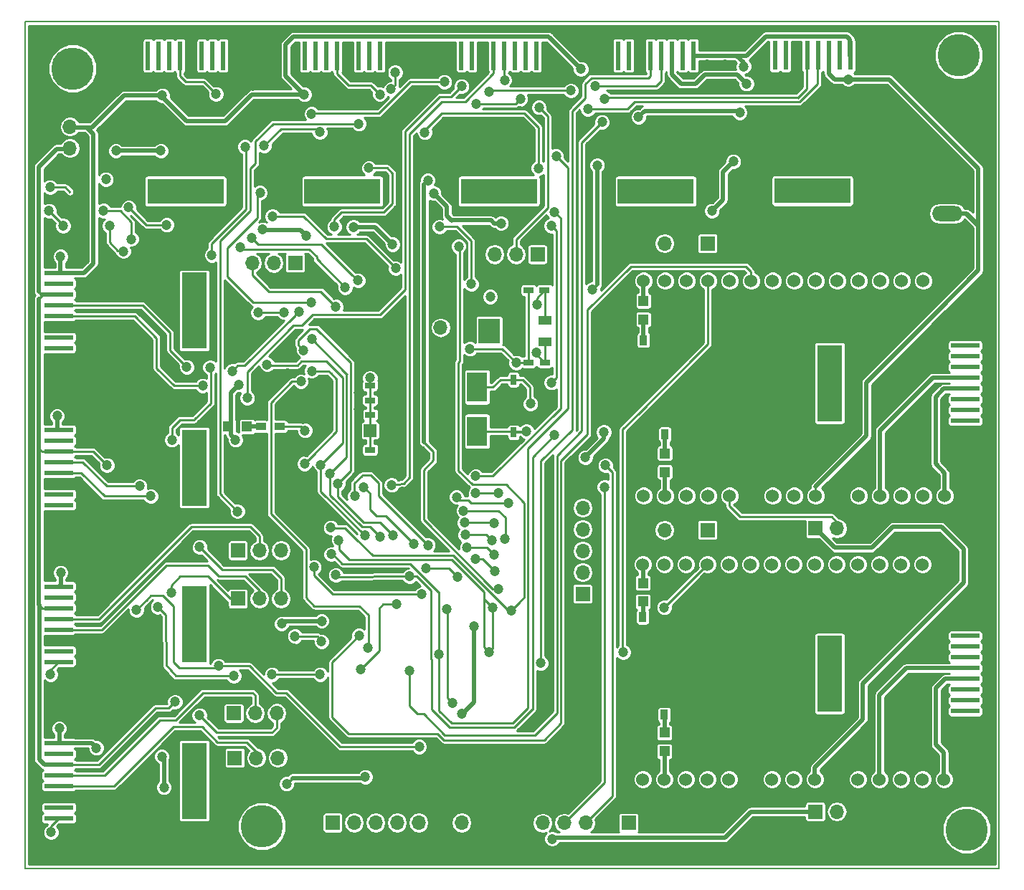
<source format=gbr>
G04 #@! TF.FileFunction,Copper,L1,Top,Signal*
%FSLAX46Y46*%
G04 Gerber Fmt 4.6, Leading zero omitted, Abs format (unit mm)*
G04 Created by KiCad (PCBNEW 4.0.6) date 07/10/17 08:35:26*
%MOMM*%
%LPD*%
G01*
G04 APERTURE LIST*
%ADD10C,0.100000*%
%ADD11C,0.150000*%
%ADD12R,0.600000X3.400000*%
%ADD13R,9.000000X3.000000*%
%ADD14R,3.600000X1.800000*%
%ADD15O,3.600000X1.800000*%
%ADD16R,1.700000X1.700000*%
%ADD17O,1.700000X1.700000*%
%ADD18R,3.400000X0.600000*%
%ADD19R,3.000000X9.000000*%
%ADD20C,5.000000*%
%ADD21R,0.750000X1.200000*%
%ADD22R,1.200000X0.750000*%
%ADD23R,1.200000X0.900000*%
%ADD24C,1.524000*%
%ADD25R,2.400000X3.500000*%
%ADD26R,1.600000X1.000000*%
%ADD27R,2.500000X3.000000*%
%ADD28R,0.900000X1.200000*%
%ADD29R,1.200000X1.200000*%
%ADD30C,1.200000*%
%ADD31C,0.254000*%
%ADD32C,0.500000*%
G04 APERTURE END LIST*
D10*
D11*
X66000000Y-35000000D02*
X66000000Y-135000000D01*
X66000000Y-135000000D02*
X181000000Y-135000000D01*
X181000000Y-35000000D02*
X181000000Y-135000000D01*
X66000000Y-35000000D02*
X181000000Y-35000000D01*
D12*
X99015000Y-39000000D03*
X100285000Y-39000000D03*
X101555000Y-39000000D03*
X102825000Y-39000000D03*
X104095000Y-39000000D03*
X105365000Y-39000000D03*
X106635000Y-39000000D03*
X107905000Y-39000000D03*
D13*
X103460000Y-55000000D03*
D14*
X174880000Y-52580000D03*
D15*
X174880000Y-57660000D03*
D12*
X136015000Y-39000000D03*
X137285000Y-39000000D03*
X138555000Y-39000000D03*
X139825000Y-39000000D03*
X141095000Y-39000000D03*
X142365000Y-39000000D03*
X143635000Y-39000000D03*
X144905000Y-39000000D03*
D13*
X140460000Y-55000000D03*
D16*
X71300000Y-52480000D03*
D17*
X71300000Y-49940000D03*
X71300000Y-47400000D03*
D10*
G36*
X106010000Y-84040000D02*
X106010000Y-82540000D01*
X107510000Y-82540000D01*
X107510000Y-84040000D01*
X106010000Y-84040000D01*
X106010000Y-84040000D01*
G37*
D18*
X70000000Y-73565000D03*
X70000000Y-72295000D03*
X70000000Y-71025000D03*
X70000000Y-69755000D03*
X70000000Y-68485000D03*
X70000000Y-67215000D03*
X70000000Y-65945000D03*
X70000000Y-64675000D03*
D19*
X86000000Y-69120000D03*
D18*
X70000000Y-110615000D03*
X70000000Y-109345000D03*
X70000000Y-108075000D03*
X70000000Y-106805000D03*
X70000000Y-105535000D03*
X70000000Y-104265000D03*
X70000000Y-102995000D03*
X70000000Y-101725000D03*
D19*
X86000000Y-106170000D03*
D20*
X71630000Y-40510000D03*
X93980000Y-130050000D03*
X177170000Y-130430000D03*
D21*
X123698000Y-77282000D03*
X123698000Y-79182000D03*
X123698000Y-83500000D03*
X123698000Y-81600000D03*
D22*
X127340000Y-66710000D03*
X125440000Y-66710000D03*
X125450000Y-75240000D03*
X127350000Y-75240000D03*
X106746000Y-77978000D03*
X108646000Y-77978000D03*
X106740000Y-79720000D03*
X108640000Y-79720000D03*
X106750000Y-81430000D03*
X108650000Y-81430000D03*
X106746000Y-85598000D03*
X108646000Y-85598000D03*
D16*
X115062000Y-68580000D03*
D17*
X115062000Y-71120000D03*
D16*
X131840000Y-102590000D03*
D17*
X131840000Y-100050000D03*
X131840000Y-97510000D03*
X131840000Y-94970000D03*
X131840000Y-92430000D03*
X131840000Y-89890000D03*
D16*
X102320000Y-129620000D03*
D17*
X104860000Y-129620000D03*
X107400000Y-129620000D03*
X109940000Y-129620000D03*
X112480000Y-129620000D03*
X115020000Y-129620000D03*
X117560000Y-129620000D03*
D16*
X137270000Y-129650000D03*
D17*
X134730000Y-129650000D03*
X132190000Y-129650000D03*
X129650000Y-129650000D03*
X127110000Y-129650000D03*
D16*
X126510000Y-62470000D03*
D17*
X123970000Y-62470000D03*
X121430000Y-62470000D03*
D16*
X97900000Y-63480000D03*
D17*
X95360000Y-63480000D03*
X92820000Y-63480000D03*
D16*
X146570000Y-95050000D03*
D17*
X144030000Y-95050000D03*
X141490000Y-95050000D03*
D16*
X159310000Y-128320000D03*
D17*
X161850000Y-128320000D03*
X164390000Y-128320000D03*
D18*
X177000000Y-107565000D03*
X177000000Y-108835000D03*
X177000000Y-110105000D03*
X177000000Y-111375000D03*
X177000000Y-112645000D03*
X177000000Y-113915000D03*
X177000000Y-115185000D03*
X177000000Y-116455000D03*
D19*
X161000000Y-112010000D03*
D16*
X146590000Y-61170000D03*
D17*
X144050000Y-61170000D03*
X141510000Y-61170000D03*
D16*
X159350000Y-94850000D03*
D17*
X161890000Y-94850000D03*
X164430000Y-94850000D03*
D18*
X177000000Y-73255000D03*
X177000000Y-74525000D03*
X177000000Y-75795000D03*
X177000000Y-77065000D03*
X177000000Y-78335000D03*
X177000000Y-79605000D03*
X177000000Y-80875000D03*
X177000000Y-82145000D03*
D19*
X161000000Y-77700000D03*
D12*
X117515000Y-39000000D03*
X118785000Y-39000000D03*
X120055000Y-39000000D03*
X121325000Y-39000000D03*
X122595000Y-39000000D03*
X123865000Y-39000000D03*
X125135000Y-39000000D03*
X126405000Y-39000000D03*
D13*
X121960000Y-55000000D03*
D12*
X80515000Y-39000000D03*
X81785000Y-39000000D03*
X83055000Y-39000000D03*
X84325000Y-39000000D03*
X85595000Y-39000000D03*
X86865000Y-39000000D03*
X88135000Y-39000000D03*
X89405000Y-39000000D03*
D13*
X84960000Y-55000000D03*
D18*
X70000000Y-129115000D03*
X70000000Y-127845000D03*
X70000000Y-126575000D03*
X70000000Y-125305000D03*
X70000000Y-124035000D03*
X70000000Y-122765000D03*
X70000000Y-121495000D03*
X70000000Y-120225000D03*
D19*
X86000000Y-124670000D03*
D18*
X70000000Y-92115000D03*
X70000000Y-90845000D03*
X70000000Y-89575000D03*
X70000000Y-88305000D03*
X70000000Y-87035000D03*
X70000000Y-85765000D03*
X70000000Y-84495000D03*
X70000000Y-83225000D03*
D19*
X86000000Y-87670000D03*
D16*
X90640000Y-116680000D03*
D17*
X93180000Y-116680000D03*
X95720000Y-116680000D03*
D16*
X90770000Y-121970000D03*
D17*
X93310000Y-121970000D03*
X95850000Y-121970000D03*
D16*
X91140000Y-97450000D03*
D17*
X93680000Y-97450000D03*
X96220000Y-97450000D03*
D16*
X91140000Y-103150000D03*
D17*
X93680000Y-103150000D03*
X96220000Y-103150000D03*
D23*
X96080000Y-82830000D03*
X93880000Y-82830000D03*
D24*
X138940000Y-99110000D03*
X141480000Y-99110000D03*
X144020000Y-99110000D03*
X146560000Y-99110000D03*
X149100000Y-99110000D03*
X151640000Y-99110000D03*
X154180000Y-99110000D03*
X156720000Y-99110000D03*
X159260000Y-99110000D03*
X161800000Y-99110000D03*
X164340000Y-99110000D03*
X166880000Y-99110000D03*
X169420000Y-99110000D03*
X171960000Y-99110000D03*
X174500000Y-99110000D03*
X174500000Y-124510000D03*
X171960000Y-124510000D03*
X169420000Y-124510000D03*
X166880000Y-124510000D03*
X164340000Y-124510000D03*
X161800000Y-124510000D03*
X159260000Y-124510000D03*
X156720000Y-124510000D03*
X154180000Y-124510000D03*
X151640000Y-124510000D03*
X149100000Y-124510000D03*
X146560000Y-124510000D03*
X144020000Y-124510000D03*
X141480000Y-124510000D03*
X138940000Y-124510000D03*
X139010000Y-65610000D03*
X141550000Y-65610000D03*
X144090000Y-65610000D03*
X146630000Y-65610000D03*
X149170000Y-65610000D03*
X151710000Y-65610000D03*
X154250000Y-65610000D03*
X156790000Y-65610000D03*
X159330000Y-65610000D03*
X161870000Y-65610000D03*
X164410000Y-65610000D03*
X166950000Y-65610000D03*
X169490000Y-65610000D03*
X172030000Y-65610000D03*
X174570000Y-65610000D03*
X174570000Y-91010000D03*
X172030000Y-91010000D03*
X169490000Y-91010000D03*
X166950000Y-91010000D03*
X164410000Y-91010000D03*
X161870000Y-91010000D03*
X159330000Y-91010000D03*
X156790000Y-91010000D03*
X154250000Y-91010000D03*
X151710000Y-91010000D03*
X149170000Y-91010000D03*
X146630000Y-91010000D03*
X144090000Y-91010000D03*
X141550000Y-91010000D03*
X139010000Y-91010000D03*
D25*
X119380000Y-83372000D03*
X119380000Y-78172000D03*
D26*
X127353333Y-70260000D03*
X127353333Y-72800000D03*
D27*
X120803333Y-71530000D03*
D28*
X141460000Y-116860000D03*
X141460000Y-114660000D03*
X139000000Y-72610000D03*
X139000000Y-74810000D03*
X141550000Y-83740000D03*
X141550000Y-81540000D03*
X138930000Y-105320000D03*
X138930000Y-107520000D03*
D20*
X176240000Y-38960000D03*
D12*
X154530000Y-38980000D03*
X155800000Y-38980000D03*
X157070000Y-38980000D03*
X158340000Y-38980000D03*
X159610000Y-38980000D03*
X160880000Y-38980000D03*
X162150000Y-38980000D03*
X163420000Y-38980000D03*
D13*
X158975000Y-54980000D03*
D29*
X90000000Y-82840000D03*
X92200000Y-82840000D03*
X138950000Y-101300000D03*
X138950000Y-103500000D03*
X141490000Y-121190000D03*
X141490000Y-118990000D03*
X139010000Y-67970000D03*
X139010000Y-70170000D03*
X141540000Y-88200000D03*
X141540000Y-86000000D03*
D30*
X120920000Y-67480000D03*
X68960000Y-54540000D03*
X75550000Y-53600000D03*
X115230000Y-121310000D03*
X72810000Y-95570000D03*
X111610000Y-44650000D03*
X122460000Y-47880000D03*
X116140000Y-47880000D03*
X91620000Y-69440000D03*
X90910000Y-67970000D03*
X77090000Y-78520000D03*
X91000000Y-86300000D03*
X114810000Y-61060000D03*
X107290000Y-49090000D03*
X102620000Y-48380000D03*
X156820000Y-51230000D03*
X101110000Y-51900000D03*
X96090000Y-49440000D03*
X166730000Y-43970000D03*
X168170000Y-45220000D03*
X170040000Y-46900000D03*
X173280000Y-44230000D03*
X171870000Y-42900000D03*
X170150000Y-41490000D03*
X168440000Y-40200000D03*
X143790000Y-81420000D03*
X141470000Y-74980000D03*
X123600000Y-84960000D03*
X118140000Y-87580000D03*
X116210000Y-86690000D03*
X114460000Y-90930000D03*
X110510000Y-90530000D03*
X112890000Y-86150000D03*
X110010000Y-84270000D03*
X105380000Y-80790000D03*
X88700000Y-45480000D03*
X112230000Y-40370000D03*
X112230000Y-37960000D03*
X148610000Y-40070000D03*
X146520000Y-40080000D03*
X163830000Y-45570000D03*
X147280000Y-47810000D03*
X161510000Y-47880000D03*
X140130000Y-48220000D03*
X141650000Y-52100000D03*
X114970000Y-63620000D03*
X126020000Y-81810000D03*
X125800000Y-76750000D03*
X121490000Y-76480000D03*
X147410000Y-42860000D03*
X91390000Y-37300000D03*
X93350000Y-92980000D03*
X127320000Y-114360000D03*
X131430000Y-112290000D03*
X96160000Y-86840000D03*
X93710000Y-86820000D03*
X84550000Y-60600000D03*
X86560000Y-60720000D03*
X85650000Y-59250000D03*
X85530000Y-62160000D03*
X105880000Y-70800000D03*
X122670000Y-82280000D03*
X122290000Y-78990000D03*
X92770000Y-84620000D03*
X93570000Y-78850000D03*
X75070000Y-129050000D03*
X77480000Y-129050000D03*
X77420000Y-127210000D03*
X75130000Y-127150000D03*
X76280000Y-92670000D03*
X78170000Y-92640000D03*
X78210000Y-94410000D03*
X72480000Y-75530000D03*
X72590000Y-77280000D03*
X72640000Y-78990000D03*
X138950000Y-109410000D03*
X140960000Y-109410000D03*
X143300000Y-109440000D03*
X143330000Y-111400000D03*
X141120000Y-111400000D03*
X138890000Y-111540000D03*
X96700000Y-74490000D03*
X93670000Y-76860000D03*
X96970000Y-76540000D03*
X90970000Y-73540000D03*
X105420000Y-78780000D03*
X109120000Y-77000000D03*
X110140000Y-80010000D03*
X107620000Y-66920000D03*
X109620000Y-66240000D03*
X115030000Y-66440000D03*
X72920000Y-111960000D03*
X77590000Y-65410000D03*
X75880000Y-65380000D03*
X154600000Y-46330000D03*
X166380000Y-70350000D03*
X163780000Y-70380000D03*
X168840000Y-70300000D03*
X148210000Y-37820000D03*
X117550000Y-116730000D03*
X118990000Y-106406000D03*
X82200000Y-43700000D03*
X150850000Y-40260000D03*
X150390000Y-45720000D03*
X138440000Y-46240000D03*
X131630000Y-40570000D03*
X98980000Y-43590000D03*
X69790000Y-81560000D03*
X70210000Y-100080000D03*
X70040000Y-118480000D03*
X70190000Y-62730000D03*
X132160000Y-86450000D03*
X134340000Y-83480000D03*
X132990000Y-66610000D03*
X133560000Y-51940000D03*
X90850000Y-84400000D03*
X91230000Y-77880000D03*
X106180000Y-124210000D03*
X96890000Y-125040000D03*
X101020000Y-105790000D03*
X74410000Y-120790000D03*
X82140000Y-121790000D03*
X82400000Y-125450000D03*
X96280000Y-106120000D03*
X122210000Y-58800000D03*
X114260000Y-55270000D03*
X104790000Y-59250000D03*
X109400000Y-61290000D03*
X99240000Y-60270000D03*
X82030000Y-50240000D03*
X76720000Y-50240000D03*
X94060000Y-59550000D03*
X128240000Y-131530000D03*
X147100000Y-57330000D03*
X149650000Y-51490000D03*
X83710000Y-115350000D03*
X75670000Y-87390000D03*
X151180000Y-42320000D03*
X163200000Y-41790000D03*
X125680000Y-80120000D03*
X125200000Y-83370000D03*
X126430000Y-68440000D03*
X118530000Y-73640000D03*
X124010000Y-75290000D03*
X126410000Y-74080000D03*
X106730000Y-77080000D03*
X121400000Y-97930000D03*
X118200000Y-97070000D03*
X121150000Y-96280000D03*
X117990000Y-95620000D03*
X122630000Y-96060000D03*
X117780000Y-92760000D03*
X121400000Y-94210000D03*
X117870000Y-94180000D03*
X119220000Y-88680000D03*
X128500000Y-57460000D03*
X126680000Y-45110000D03*
X102710000Y-68650000D03*
X109280000Y-89730000D03*
X92230000Y-79430000D03*
X117550000Y-42610000D03*
X122610000Y-41890000D03*
X88540000Y-43530000D03*
X126920000Y-110780000D03*
X133300000Y-42600000D03*
X69070000Y-130760000D03*
X70500000Y-59100000D03*
X68830000Y-57330000D03*
X77620000Y-62100000D03*
X75980000Y-59090000D03*
X103780000Y-66370000D03*
X91400000Y-61670000D03*
X86980000Y-77990000D03*
X85100000Y-75790000D03*
X107880000Y-43560000D03*
X111350000Y-111680000D03*
X134400000Y-44070000D03*
X134130000Y-46840000D03*
X115520000Y-42100000D03*
X120780000Y-43220000D03*
X130450000Y-43130000D03*
X132450000Y-45300000D03*
X99820000Y-45870000D03*
X69000000Y-112110000D03*
X75270000Y-57320000D03*
X78550000Y-60670000D03*
X92800000Y-60570000D03*
X105320000Y-65560000D03*
X80850000Y-91050000D03*
X79530000Y-89860000D03*
X124500000Y-44100000D03*
X119260000Y-44720000D03*
X81680000Y-104140000D03*
X90650000Y-112270000D03*
X86590000Y-116930000D03*
X112540000Y-120640000D03*
X88840000Y-111090000D03*
X79160000Y-104490000D03*
X91080000Y-92840000D03*
X105420000Y-47050000D03*
X100840000Y-112120000D03*
X95160000Y-112110000D03*
X83260000Y-102450000D03*
X86610000Y-97040000D03*
X99050000Y-83290000D03*
X102090000Y-94750000D03*
X117190000Y-61530000D03*
X123380000Y-104550000D03*
X113550000Y-53730000D03*
X121900000Y-101990000D03*
X121220000Y-104200000D03*
X103050000Y-96230000D03*
X120820000Y-109450000D03*
X102150000Y-97900000D03*
X128710000Y-50840000D03*
X114860000Y-109720000D03*
X128160000Y-59090000D03*
X128160000Y-77620000D03*
X128500000Y-83850000D03*
X102690000Y-100360000D03*
X111410000Y-100520000D03*
X106480000Y-108980000D03*
X98570000Y-77500000D03*
X134520000Y-87400000D03*
X119210000Y-90680000D03*
X121870000Y-90660000D03*
X134420000Y-89960000D03*
X123080000Y-91850000D03*
X116940000Y-91150000D03*
X99000000Y-87210000D03*
X99850000Y-76240000D03*
X109470000Y-95660000D03*
X100810000Y-48030000D03*
X94240000Y-49650000D03*
X91980000Y-49760000D03*
X88060000Y-62560000D03*
X93530000Y-69350000D03*
X96600000Y-69330000D03*
X98890000Y-73790000D03*
X109860000Y-103830000D03*
X105610000Y-111540000D03*
X102940000Y-89550000D03*
X93740000Y-55200000D03*
X99750000Y-68170000D03*
X99870000Y-72440000D03*
X107900000Y-95870000D03*
X101990000Y-88420000D03*
X94580000Y-75490000D03*
X106130000Y-95710000D03*
X100920000Y-87340000D03*
X114950000Y-59210000D03*
X118690000Y-65990000D03*
X113210000Y-48060000D03*
X109230000Y-42950000D03*
X109700000Y-40980000D03*
X78230000Y-56920000D03*
X82720000Y-58990000D03*
X126600000Y-52300000D03*
X95220000Y-57990000D03*
X109770000Y-64130000D03*
X98330000Y-69280000D03*
X106600000Y-52270000D03*
X102510000Y-59220000D03*
X90470000Y-76240000D03*
X87860000Y-75840000D03*
X83340000Y-84400000D03*
X100120000Y-99410000D03*
X112850000Y-102640000D03*
X105430000Y-107500000D03*
X101010000Y-108240000D03*
X97870000Y-107600000D03*
X141470000Y-104200000D03*
X119190000Y-98470000D03*
X121480000Y-99900000D03*
X113370000Y-99530000D03*
X117090000Y-100590000D03*
X111910000Y-96700000D03*
X105980000Y-89960000D03*
X136630000Y-109480000D03*
X116470000Y-115520000D03*
X115820000Y-104420000D03*
X113580000Y-96830000D03*
X104950000Y-91050000D03*
D31*
X71290000Y-55090000D02*
X70740000Y-54540000D01*
X70740000Y-54540000D02*
X68960000Y-54540000D01*
X115020000Y-129620000D02*
X115020000Y-121520000D01*
X115020000Y-121520000D02*
X115230000Y-121310000D01*
X75210001Y-93269999D02*
X72910000Y-95570000D01*
X72910000Y-95570000D02*
X72810000Y-95570000D01*
X76280000Y-92670000D02*
X75680001Y-93269999D01*
X75680001Y-93269999D02*
X75210001Y-93269999D01*
X116140000Y-47880000D02*
X122460000Y-47880000D01*
X101110000Y-51900000D02*
X100480000Y-51270000D01*
X100480000Y-51270000D02*
X100200000Y-51270000D01*
D32*
X174880000Y-52580000D02*
X174880000Y-51180000D01*
X174880000Y-51180000D02*
X170600000Y-46900000D01*
X170600000Y-46900000D02*
X170040000Y-46900000D01*
X72640000Y-78990000D02*
X73110000Y-78520000D01*
X73110000Y-78520000D02*
X77090000Y-78520000D01*
X92770000Y-84620000D02*
X91090000Y-86300000D01*
X91090000Y-86300000D02*
X91000000Y-86300000D01*
X114970000Y-63620000D02*
X114810000Y-63460000D01*
X114810000Y-63460000D02*
X114810000Y-61060000D01*
X102620000Y-48380000D02*
X102760000Y-48520000D01*
X102760000Y-48520000D02*
X106720000Y-48520000D01*
X106720000Y-48520000D02*
X107290000Y-49090000D01*
X100200000Y-51270000D02*
X102620000Y-48850000D01*
X102620000Y-48850000D02*
X102620000Y-48380000D01*
D31*
X154280000Y-50380000D02*
X153800000Y-49900000D01*
X153800000Y-49900000D02*
X153800000Y-47130000D01*
X153800000Y-47130000D02*
X154600000Y-46330000D01*
X156820000Y-51230000D02*
X156740000Y-51310000D01*
X156740000Y-51310000D02*
X156200000Y-51310000D01*
X156200000Y-51310000D02*
X155210000Y-51310000D01*
X155210000Y-51310000D02*
X154280000Y-50380000D01*
X154280000Y-50380000D02*
X154190000Y-50290000D01*
X96090000Y-49440000D02*
X96340000Y-49190000D01*
X96340000Y-49190000D02*
X98120000Y-49190000D01*
X98120000Y-49190000D02*
X100200000Y-51270000D01*
X163830000Y-45570000D02*
X165420000Y-43970000D01*
X165420000Y-43970000D02*
X166730000Y-43970000D01*
X166730000Y-43970000D02*
X166920000Y-43970000D01*
X166920000Y-43970000D02*
X168170000Y-45220000D01*
X168170000Y-45220000D02*
X168360000Y-45220000D01*
X168360000Y-45220000D02*
X170040000Y-46900000D01*
X173280000Y-44230000D02*
X173200000Y-44230000D01*
X173200000Y-44230000D02*
X171870000Y-42900000D01*
X171870000Y-42900000D02*
X171560000Y-42900000D01*
X171560000Y-42900000D02*
X170150000Y-41490000D01*
X170150000Y-41490000D02*
X169730000Y-41490000D01*
X169730000Y-41490000D02*
X168440000Y-40200000D01*
X139710000Y-81800000D02*
X139970000Y-81540000D01*
X139970000Y-81540000D02*
X141550000Y-81540000D01*
X137390000Y-92550000D02*
X137310000Y-92470000D01*
X137310000Y-92470000D02*
X137310000Y-84550000D01*
X137310000Y-84550000D02*
X137310000Y-84200000D01*
X137310000Y-84200000D02*
X139710000Y-81800000D01*
X144030000Y-95050000D02*
X142440000Y-93460000D01*
X142440000Y-93460000D02*
X138270000Y-93460000D01*
X138270000Y-93460000D02*
X138270000Y-93430000D01*
X138270000Y-93430000D02*
X137390000Y-92550000D01*
X143790000Y-81420000D02*
X141670000Y-81420000D01*
X141670000Y-81420000D02*
X141550000Y-81540000D01*
X139000000Y-74810000D02*
X139170000Y-74980000D01*
X139170000Y-74980000D02*
X141470000Y-74980000D01*
X118140000Y-87580000D02*
X119360000Y-86360000D01*
X119360000Y-86360000D02*
X122200000Y-86360000D01*
X122200000Y-86360000D02*
X123600000Y-84960000D01*
X114460000Y-90930000D02*
X116210000Y-89180000D01*
X116210000Y-89180000D02*
X116210000Y-86690000D01*
X110590000Y-90520000D02*
X112320000Y-88790000D01*
X110590000Y-90530000D02*
X110590000Y-90520000D01*
X110510000Y-90530000D02*
X110590000Y-90530000D01*
X112320000Y-88790000D02*
X112320000Y-86730000D01*
X112890000Y-86160000D02*
X112890000Y-86150000D01*
X112320000Y-86730000D02*
X112890000Y-86160000D01*
X109974000Y-84270000D02*
X110010000Y-84270000D01*
X108646000Y-85598000D02*
X109974000Y-84270000D01*
X110140000Y-80010000D02*
X109120000Y-78990000D01*
X109120000Y-78990000D02*
X109120000Y-77000000D01*
X105420000Y-78780000D02*
X105380000Y-78820000D01*
X105380000Y-78820000D02*
X105380000Y-80790000D01*
X90950000Y-43530000D02*
X91390000Y-43090000D01*
X91390000Y-43090000D02*
X91390000Y-42340000D01*
X91390000Y-42340000D02*
X91390000Y-37300000D01*
X88700000Y-45480000D02*
X88700000Y-45370000D01*
X88700000Y-45370000D02*
X88850000Y-45370000D01*
X88850000Y-45370000D02*
X89110000Y-45370000D01*
X89110000Y-45370000D02*
X90950000Y-43530000D01*
X112070000Y-39850000D02*
X112230000Y-40010000D01*
X112230000Y-40010000D02*
X112230000Y-40370000D01*
X112230000Y-40370000D02*
X112230000Y-37960000D01*
X146520000Y-40080000D02*
X146530000Y-40070000D01*
X146530000Y-40070000D02*
X148610000Y-40070000D01*
X163830000Y-45570000D02*
X163820000Y-45580000D01*
X116630000Y-41370000D02*
X115110000Y-39850000D01*
X115110000Y-39850000D02*
X112070000Y-39850000D01*
X112070000Y-39850000D02*
X109260000Y-39850000D01*
X109260000Y-39850000D02*
X108780000Y-40330000D01*
X119650000Y-41400000D02*
X119620000Y-41370000D01*
X119620000Y-41370000D02*
X116630000Y-41370000D01*
X120080000Y-39025000D02*
X120080000Y-40950000D01*
X120080000Y-40950000D02*
X120080000Y-40970000D01*
X120080000Y-40970000D02*
X119650000Y-41400000D01*
X108780000Y-40330000D02*
X108730000Y-40380000D01*
X108730000Y-40380000D02*
X108730000Y-41220000D01*
X108730000Y-41220000D02*
X108160000Y-41790000D01*
X104460000Y-41420000D02*
X104830000Y-41790000D01*
X104830000Y-41790000D02*
X108160000Y-41790000D01*
X104130000Y-39035000D02*
X104130000Y-41070000D01*
X104130000Y-41070000D02*
X104130000Y-41090000D01*
X104130000Y-41090000D02*
X104460000Y-41420000D01*
X120055000Y-39000000D02*
X120080000Y-39025000D01*
X104095000Y-39000000D02*
X104130000Y-39035000D01*
X147280000Y-47810000D02*
X146870000Y-48220000D01*
X146870000Y-48220000D02*
X140130000Y-48220000D01*
X155820000Y-43400000D02*
X157055000Y-42165000D01*
X157055000Y-42165000D02*
X157055000Y-39000000D01*
X163820000Y-45580000D02*
X162280000Y-45210000D01*
X162280000Y-45210000D02*
X155720000Y-45210000D01*
X155720000Y-45210000D02*
X154600000Y-46330000D01*
X161510000Y-47880000D02*
X161840000Y-47880000D01*
X161840000Y-47880000D02*
X161840000Y-47570000D01*
X161840000Y-47570000D02*
X161840000Y-47550000D01*
X161840000Y-47550000D02*
X163820000Y-45580000D01*
X150000000Y-49070000D02*
X152740000Y-46330000D01*
X152740000Y-46330000D02*
X154600000Y-46330000D01*
X141650000Y-52100000D02*
X142350000Y-51400000D01*
X142350000Y-51400000D02*
X147740000Y-51400000D01*
X147740000Y-51400000D02*
X147740000Y-51330000D01*
X147740000Y-51330000D02*
X150000000Y-49070000D01*
X140130000Y-48220000D02*
X140130000Y-50580000D01*
X140130000Y-50580000D02*
X141650000Y-52100000D01*
X115030000Y-66440000D02*
X114970000Y-66380000D01*
X114970000Y-66380000D02*
X114970000Y-63620000D01*
X123698000Y-81600000D02*
X123698000Y-79182000D01*
X127300000Y-78680000D02*
X127330000Y-78710000D01*
X127330000Y-78710000D02*
X127330000Y-80500000D01*
X127330000Y-80500000D02*
X126020000Y-81810000D01*
X126020000Y-81810000D02*
X123908000Y-81810000D01*
X123908000Y-81810000D02*
X123698000Y-81600000D01*
X125800000Y-76750000D02*
X125800000Y-77180000D01*
X125800000Y-77180000D02*
X127300000Y-78680000D01*
X147450000Y-43060000D02*
X147410000Y-43020000D01*
X147410000Y-43020000D02*
X147410000Y-42860000D01*
X155820000Y-43400000D02*
X147790000Y-43400000D01*
X147790000Y-43400000D02*
X147450000Y-43060000D01*
X157055000Y-39000000D02*
X157190000Y-39135000D01*
X90690000Y-36460000D02*
X91390000Y-37160000D01*
X91390000Y-37160000D02*
X91390000Y-37300000D01*
X86060000Y-36520000D02*
X86120000Y-36460000D01*
X86120000Y-36460000D02*
X90690000Y-36460000D01*
X85595000Y-39000000D02*
X85660000Y-38935000D01*
X85660000Y-38935000D02*
X85660000Y-36910000D01*
X85660000Y-36910000D02*
X85670000Y-36910000D01*
X85670000Y-36910000D02*
X86060000Y-36520000D01*
X93670000Y-76860000D02*
X93570000Y-76960000D01*
X93570000Y-76960000D02*
X93570000Y-78850000D01*
X93710000Y-86820000D02*
X93350000Y-87180000D01*
X93350000Y-87180000D02*
X93350000Y-92980000D01*
X92770000Y-84620000D02*
X93710000Y-85560000D01*
X93710000Y-85560000D02*
X93710000Y-86820000D01*
X93710000Y-86820000D02*
X93720000Y-86820000D01*
X93720000Y-86820000D02*
X93760000Y-86780000D01*
X77590000Y-65410000D02*
X82400000Y-60600000D01*
X82400000Y-60600000D02*
X84550000Y-60600000D01*
X84550000Y-60600000D02*
X86440000Y-60600000D01*
X86440000Y-60600000D02*
X86560000Y-60720000D01*
X86560000Y-60720000D02*
X86560000Y-60160000D01*
X86560000Y-60160000D02*
X85650000Y-59250000D01*
X85650000Y-59250000D02*
X85650000Y-62040000D01*
X85650000Y-62040000D02*
X85530000Y-62160000D01*
X123698000Y-81600000D02*
X123018000Y-82280000D01*
X123018000Y-82280000D02*
X122670000Y-82280000D01*
X123698000Y-79182000D02*
X123506000Y-78990000D01*
X123506000Y-78990000D02*
X122290000Y-78990000D01*
X108646000Y-77978000D02*
X109120000Y-77504000D01*
X109120000Y-77504000D02*
X109120000Y-77000000D01*
X108646000Y-77978000D02*
X108640000Y-77984000D01*
X108640000Y-77984000D02*
X108640000Y-79720000D01*
X108646000Y-85598000D02*
X108650000Y-85594000D01*
D32*
X108650000Y-85594000D02*
X108650000Y-81430000D01*
D31*
X108650000Y-81430000D02*
X108650000Y-79730000D01*
X108650000Y-79730000D02*
X108640000Y-79720000D01*
X70000000Y-126575000D02*
X70045000Y-126620000D01*
X70045000Y-126620000D02*
X74480000Y-126620000D01*
X74480000Y-126620000D02*
X75100000Y-127240000D01*
X75100000Y-127240000D02*
X75100000Y-129080000D01*
X75100000Y-129080000D02*
X75070000Y-129050000D01*
X75070000Y-129050000D02*
X77480000Y-129050000D01*
X77480000Y-129050000D02*
X77480000Y-127270000D01*
X77480000Y-127270000D02*
X77420000Y-127210000D01*
X77420000Y-127210000D02*
X75190000Y-127210000D01*
X75190000Y-127210000D02*
X75130000Y-127150000D01*
X70000000Y-108075000D02*
X70025000Y-108100000D01*
X70025000Y-108100000D02*
X71980000Y-108100000D01*
X72920000Y-111960000D02*
X72630000Y-111670000D01*
X72630000Y-111670000D02*
X72630000Y-108750000D01*
X72630000Y-108750000D02*
X71980000Y-108100000D01*
X71980000Y-108100000D02*
X71960000Y-108080000D01*
X75830000Y-92650000D02*
X75850000Y-92670000D01*
X75850000Y-92670000D02*
X76280000Y-92670000D01*
X76280000Y-92670000D02*
X78140000Y-92670000D01*
X78140000Y-92670000D02*
X78170000Y-92640000D01*
X78170000Y-92640000D02*
X78170000Y-94370000D01*
X78170000Y-94370000D02*
X78210000Y-94410000D01*
X70000000Y-89575000D02*
X70005000Y-89580000D01*
X70005000Y-89580000D02*
X72820000Y-89580000D01*
X72820000Y-89580000D02*
X72820000Y-89640000D01*
X72820000Y-89640000D02*
X75830000Y-92650000D01*
X70000000Y-71025000D02*
X70005000Y-71030000D01*
X70005000Y-71030000D02*
X71680000Y-71030000D01*
X71680000Y-71030000D02*
X72560000Y-71910000D01*
X72560000Y-71910000D02*
X72560000Y-75450000D01*
X72560000Y-75450000D02*
X72480000Y-75530000D01*
X72480000Y-75530000D02*
X72480000Y-77170000D01*
X72480000Y-77170000D02*
X72590000Y-77280000D01*
X72590000Y-77280000D02*
X72590000Y-78940000D01*
X72590000Y-78940000D02*
X72640000Y-78990000D01*
X141460000Y-114660000D02*
X141120000Y-114320000D01*
X141120000Y-114320000D02*
X141120000Y-111400000D01*
X138930000Y-107520000D02*
X138950000Y-107540000D01*
X138950000Y-107540000D02*
X138950000Y-109410000D01*
X138950000Y-109410000D02*
X140960000Y-109410000D01*
X140960000Y-109410000D02*
X143270000Y-109410000D01*
X143270000Y-109410000D02*
X143300000Y-109440000D01*
X143300000Y-109440000D02*
X143300000Y-111370000D01*
X143300000Y-111370000D02*
X143330000Y-111400000D01*
X143330000Y-111400000D02*
X141120000Y-111400000D01*
X141120000Y-111400000D02*
X139030000Y-111400000D01*
X139030000Y-111400000D02*
X138890000Y-111540000D01*
X138890000Y-111540000D02*
X138890000Y-109280000D01*
X138890000Y-109280000D02*
X138950000Y-109220000D01*
X96710000Y-74190000D02*
X96700000Y-74200000D01*
X96700000Y-74200000D02*
X96700000Y-74490000D01*
X96670000Y-74190000D02*
X96710000Y-74190000D01*
X96970000Y-76540000D02*
X96620000Y-76540000D01*
X96620000Y-76540000D02*
X93990000Y-76540000D01*
X93990000Y-76540000D02*
X93670000Y-76860000D01*
X92980000Y-71200000D02*
X92980000Y-72790000D01*
X92880000Y-71100000D02*
X92980000Y-71200000D01*
X90950000Y-71100000D02*
X92880000Y-71100000D01*
X90970000Y-71120000D02*
X90950000Y-71100000D01*
X90970000Y-73540000D02*
X90970000Y-71120000D01*
X166380000Y-70350000D02*
X163810000Y-70350000D01*
X163810000Y-70350000D02*
X163780000Y-70380000D01*
X163780000Y-70380000D02*
X161020000Y-70380000D01*
X161020000Y-70380000D02*
X160960000Y-70440000D01*
X168840000Y-70300000D02*
X168790000Y-70350000D01*
X168790000Y-70350000D02*
X166380000Y-70350000D01*
X174570000Y-65610000D02*
X169880000Y-70300000D01*
X169880000Y-70300000D02*
X168840000Y-70300000D01*
X138870000Y-36770000D02*
X138940000Y-36700000D01*
X138940000Y-36700000D02*
X147090000Y-36700000D01*
X147090000Y-36700000D02*
X148210000Y-37820000D01*
X138555000Y-39000000D02*
X138530000Y-38975000D01*
X138530000Y-38975000D02*
X138530000Y-37110000D01*
X138530000Y-37110000D02*
X138870000Y-36770000D01*
D32*
X96600000Y-105800000D02*
X99340000Y-105800000D01*
X99340000Y-105800000D02*
X100710000Y-105800000D01*
X101020000Y-105790000D02*
X99350000Y-105790000D01*
X99350000Y-105790000D02*
X99340000Y-105800000D01*
X118990000Y-114830000D02*
X118990000Y-106406000D01*
X117550000Y-116730000D02*
X117690000Y-116730000D01*
X117690000Y-116730000D02*
X118990000Y-115430000D01*
X118990000Y-115430000D02*
X118990000Y-114830000D01*
X85080000Y-46710000D02*
X82200000Y-43830000D01*
D31*
X82200000Y-43830000D02*
X82200000Y-43700000D01*
D32*
X73310000Y-47470000D02*
X71290000Y-47470000D01*
X71290000Y-47470000D02*
X73910000Y-47470000D01*
X73910000Y-47470000D02*
X77680000Y-43700000D01*
X77680000Y-43700000D02*
X82200000Y-43700000D01*
X89650000Y-46710000D02*
X85080000Y-46710000D01*
X92770000Y-43590000D02*
X89650000Y-46710000D01*
X74070000Y-48230000D02*
X73310000Y-47470000D01*
D31*
X150850000Y-39830000D02*
X150850000Y-40260000D01*
D32*
X150020000Y-39000000D02*
X150850000Y-39830000D01*
X139170000Y-45510000D02*
X138440000Y-46240000D01*
X150180000Y-45510000D02*
X139170000Y-45510000D01*
D31*
X150390000Y-45720000D02*
X150180000Y-45510000D01*
D32*
X96760000Y-37690000D02*
X97680000Y-36770000D01*
X97680000Y-36770000D02*
X127820000Y-36770000D01*
D31*
X127820000Y-36770000D02*
X127890000Y-36840000D01*
X127890000Y-36840000D02*
X127890000Y-36830000D01*
D32*
X127890000Y-36830000D02*
X131630000Y-40570000D01*
X98980000Y-43590000D02*
X96760000Y-41370000D01*
X96760000Y-41370000D02*
X96760000Y-37690000D01*
X98980000Y-43590000D02*
X93800000Y-43590000D01*
X93800000Y-43590000D02*
X92960000Y-43590000D01*
D31*
X92960000Y-43590000D02*
X92770000Y-43590000D01*
D32*
X69790000Y-81560000D02*
X69790000Y-83015000D01*
D31*
X69790000Y-83015000D02*
X70000000Y-83225000D01*
D32*
X70210000Y-100080000D02*
X70210000Y-101515000D01*
D31*
X70210000Y-101515000D02*
X70000000Y-101725000D01*
X70000000Y-120225000D02*
X70040000Y-120185000D01*
D32*
X70040000Y-120185000D02*
X70040000Y-118480000D01*
X70190000Y-62730000D02*
X70190000Y-64485000D01*
D31*
X70190000Y-64485000D02*
X70000000Y-64675000D01*
D32*
X132160000Y-86450000D02*
X134340000Y-84270000D01*
X134340000Y-84270000D02*
X134340000Y-83480000D01*
D31*
X134340000Y-83480000D02*
X134380000Y-83440000D01*
X134380000Y-83440000D02*
X134380000Y-83410000D01*
X132990000Y-66610000D02*
X133560000Y-66040000D01*
D32*
X133560000Y-66040000D02*
X133560000Y-51940000D01*
D31*
X133560000Y-51940000D02*
X133610000Y-51940000D01*
D32*
X90850000Y-84400000D02*
X90300000Y-83850000D01*
X90300000Y-83850000D02*
X90300000Y-82840000D01*
X90300000Y-82840000D02*
X90300000Y-78810000D01*
X90300000Y-78810000D02*
X91230000Y-77880000D01*
D31*
X106180000Y-124210000D02*
X106030000Y-124360000D01*
D32*
X106030000Y-124360000D02*
X97570000Y-124360000D01*
D31*
X97570000Y-124360000D02*
X96890000Y-125040000D01*
D32*
X70000000Y-120225000D02*
X73845000Y-120225000D01*
X73845000Y-120225000D02*
X74410000Y-120790000D01*
D31*
X82140000Y-121790000D02*
X82400000Y-122050000D01*
D32*
X82400000Y-122050000D02*
X82400000Y-125450000D01*
D31*
X96280000Y-106120000D02*
X96600000Y-105800000D01*
X70000000Y-64610000D02*
X70000000Y-64675000D01*
X70000000Y-83120000D02*
X70000000Y-83225000D01*
X70000000Y-101440000D02*
X70000000Y-101725000D01*
D32*
X70000000Y-64675000D02*
X72945000Y-64675000D01*
X72945000Y-64675000D02*
X74070000Y-63550000D01*
X74070000Y-63550000D02*
X74070000Y-48230000D01*
X144905000Y-39000000D02*
X150020000Y-39000000D01*
X150020000Y-39000000D02*
X151190000Y-39000000D01*
X151190000Y-39000000D02*
X153470000Y-36720000D01*
X153470000Y-36720000D02*
X163050000Y-36720000D01*
X163050000Y-36720000D02*
X163405000Y-37075000D01*
X163405000Y-37075000D02*
X163405000Y-39000000D01*
X116360000Y-58450000D02*
X120210000Y-58450000D01*
X122210000Y-58800000D02*
X121361472Y-58800000D01*
X121361472Y-58800000D02*
X121011472Y-58450000D01*
X121011472Y-58450000D02*
X120210000Y-58450000D01*
D31*
X178560000Y-59286000D02*
X178560000Y-60060000D01*
X178560000Y-60060000D02*
X178560000Y-60460000D01*
D32*
X174880000Y-57660000D02*
X177180000Y-57660000D01*
X177180000Y-57660000D02*
X178560000Y-59040000D01*
X178560000Y-59040000D02*
X178560000Y-60060000D01*
X178560000Y-59040000D02*
X178560000Y-59286000D01*
D31*
X177520000Y-58246000D02*
X178560000Y-59286000D01*
X176934000Y-57660000D02*
X177520000Y-58246000D01*
D32*
X178560000Y-60460000D02*
X178560000Y-59220000D01*
X178560000Y-59220000D02*
X178560000Y-52310000D01*
X178560000Y-64370000D02*
X178560000Y-60460000D01*
D31*
X174880000Y-57660000D02*
X176934000Y-57660000D01*
X116350000Y-58460000D02*
X116360000Y-58450000D01*
X122050000Y-58450000D02*
X122060000Y-58440000D01*
D32*
X114260000Y-55270000D02*
X115800000Y-56810000D01*
X115800000Y-56810000D02*
X115800000Y-57910000D01*
X115800000Y-57910000D02*
X116350000Y-58460000D01*
X104790000Y-59250000D02*
X107360000Y-59250000D01*
X107360000Y-59250000D02*
X109400000Y-61290000D01*
X151180000Y-42320000D02*
X150090000Y-41230000D01*
X150090000Y-41230000D02*
X146260000Y-41230000D01*
X146260000Y-41230000D02*
X145170000Y-42320000D01*
D31*
X94060000Y-59550000D02*
X94080000Y-59570000D01*
D32*
X94080000Y-59570000D02*
X98540000Y-59570000D01*
X98540000Y-59570000D02*
X99240000Y-60270000D01*
X76720000Y-50240000D02*
X82030000Y-50240000D01*
D31*
X128240000Y-131530000D02*
X128400000Y-131370000D01*
D32*
X128400000Y-131370000D02*
X148650000Y-131370000D01*
X148650000Y-131370000D02*
X151700000Y-128320000D01*
X151700000Y-128320000D02*
X159310000Y-128320000D01*
X147100000Y-57330000D02*
X148420000Y-56010000D01*
X148420000Y-56010000D02*
X148420000Y-52720000D01*
X148420000Y-52720000D02*
X149650000Y-51490000D01*
D31*
X159330000Y-91010000D02*
X159330000Y-89950000D01*
D32*
X159330000Y-89950000D02*
X165350000Y-83930000D01*
X165350000Y-83930000D02*
X165350000Y-77610000D01*
X165350000Y-77610000D02*
X173620000Y-69340000D01*
D31*
X173620000Y-69340000D02*
X173620000Y-69310000D01*
D32*
X173620000Y-69310000D02*
X178560000Y-64370000D01*
X178560000Y-52310000D02*
X168040000Y-41790000D01*
X168040000Y-41790000D02*
X163200000Y-41790000D01*
X159260000Y-124510000D02*
X159260000Y-123090000D01*
X159260000Y-123090000D02*
X164910000Y-117440000D01*
X164910000Y-117440000D02*
X164910000Y-113170000D01*
X164910000Y-113170000D02*
X176800000Y-101280000D01*
X176800000Y-101280000D02*
X176800000Y-97260000D01*
X176800000Y-97260000D02*
X174200000Y-94660000D01*
X174200000Y-94660000D02*
X168450000Y-94660000D01*
X168450000Y-94660000D02*
X165990000Y-97120000D01*
X165990000Y-97120000D02*
X161620000Y-97120000D01*
X161620000Y-97120000D02*
X159350000Y-94850000D01*
D31*
X83710000Y-115350000D02*
X82970000Y-116090000D01*
X82970000Y-116090000D02*
X81380000Y-116090000D01*
X81380000Y-116090000D02*
X74705000Y-122765000D01*
X74705000Y-122765000D02*
X70000000Y-122765000D01*
X70000000Y-122765000D02*
X68255000Y-122765000D01*
D32*
X68255000Y-122765000D02*
X67660000Y-122170000D01*
X67660000Y-122170000D02*
X67660000Y-103870000D01*
D31*
X70000000Y-104265000D02*
X68055000Y-104265000D01*
X68055000Y-104265000D02*
X67660000Y-103870000D01*
X67660000Y-103870000D02*
X67640000Y-103850000D01*
D32*
X67640000Y-103850000D02*
X67640000Y-85400000D01*
D31*
X70000000Y-85765000D02*
X74045000Y-85765000D01*
X74045000Y-85765000D02*
X75670000Y-87390000D01*
X70000000Y-67215000D02*
X68135000Y-67215000D01*
X68135000Y-67215000D02*
X67640000Y-67710000D01*
D32*
X67640000Y-67710000D02*
X67640000Y-85400000D01*
D31*
X67640000Y-85400000D02*
X68005000Y-85765000D01*
X68005000Y-85765000D02*
X70000000Y-85765000D01*
D32*
X70000000Y-67215000D02*
X67975000Y-67215000D01*
D31*
X67975000Y-67215000D02*
X67640000Y-66880000D01*
D32*
X67640000Y-66880000D02*
X67640000Y-52130000D01*
X67640000Y-52130000D02*
X69760000Y-50010000D01*
X69760000Y-50010000D02*
X71290000Y-50010000D01*
X142365000Y-39000000D02*
X142365000Y-41235000D01*
X142365000Y-41235000D02*
X143450000Y-42320000D01*
X143450000Y-42320000D02*
X145170000Y-42320000D01*
D31*
X163200000Y-41790000D02*
X163180000Y-41810000D01*
D32*
X163180000Y-41810000D02*
X161590000Y-41810000D01*
X161590000Y-41810000D02*
X160890000Y-41110000D01*
X160890000Y-41110000D02*
X160890000Y-39025000D01*
D31*
X160890000Y-39025000D02*
X160865000Y-39000000D01*
X125680000Y-80120000D02*
X125600000Y-80040000D01*
X125600000Y-80040000D02*
X125600000Y-78150000D01*
X125600000Y-78150000D02*
X124732000Y-77282000D01*
X124732000Y-77282000D02*
X123698000Y-77282000D01*
X119380000Y-78172000D02*
X121248000Y-78172000D01*
X121248000Y-78172000D02*
X122138000Y-77282000D01*
X122138000Y-77282000D02*
X123698000Y-77282000D01*
X125200000Y-83370000D02*
X124360000Y-83370000D01*
X124360000Y-83370000D02*
X123828000Y-83370000D01*
X123828000Y-83370000D02*
X123698000Y-83500000D01*
X125200000Y-83370000D02*
X125070000Y-83500000D01*
X125070000Y-83500000D02*
X123698000Y-83500000D01*
X119380000Y-83372000D02*
X123570000Y-83372000D01*
X123570000Y-83372000D02*
X123698000Y-83500000D01*
X127340000Y-66710000D02*
X126430000Y-67620000D01*
X126430000Y-67620000D02*
X126430000Y-68440000D01*
X127353333Y-70260000D02*
X127353333Y-66723333D01*
X127353333Y-66723333D02*
X127340000Y-66710000D01*
X125440000Y-66710000D02*
X125450000Y-66720000D01*
X125450000Y-66720000D02*
X125450000Y-75240000D01*
X118530000Y-73640000D02*
X118550000Y-73620000D01*
X118550000Y-73620000D02*
X122340000Y-73620000D01*
X122340000Y-73620000D02*
X124010000Y-75290000D01*
X125450000Y-75240000D02*
X124060000Y-75240000D01*
X124060000Y-75240000D02*
X124010000Y-75290000D01*
X127350000Y-75240000D02*
X126410000Y-74300000D01*
X126410000Y-74300000D02*
X126410000Y-74080000D01*
X127350000Y-75240000D02*
X127350000Y-72803333D01*
X127350000Y-72803333D02*
X127353333Y-72800000D01*
X106760000Y-83290000D02*
X106746000Y-83304000D01*
X106746000Y-83304000D02*
X106746000Y-85598000D01*
X106750000Y-81430000D02*
X106760000Y-81440000D01*
X106760000Y-81440000D02*
X106760000Y-83290000D01*
X106750000Y-81430000D02*
X106740000Y-81420000D01*
X106740000Y-81420000D02*
X106740000Y-79720000D01*
X106746000Y-77978000D02*
X106740000Y-77984000D01*
X106740000Y-77984000D02*
X106740000Y-79720000D01*
X106730000Y-77080000D02*
X106746000Y-77096000D01*
X106746000Y-77096000D02*
X106746000Y-77978000D01*
X106746000Y-77978000D02*
X106746000Y-77096000D01*
X106746000Y-77096000D02*
X106730000Y-77080000D01*
X106746000Y-77978000D02*
X106746000Y-80518000D01*
X106746000Y-80518000D02*
X106746000Y-83058000D01*
X106746000Y-83058000D02*
X106746000Y-85598000D01*
D32*
X93880000Y-82830000D02*
X92210000Y-82830000D01*
X92210000Y-82830000D02*
X92200000Y-82840000D01*
D31*
X91900000Y-82840000D02*
X93870000Y-82840000D01*
X93870000Y-82840000D02*
X93880000Y-82830000D01*
D32*
X138950000Y-101300000D02*
X138950000Y-99120000D01*
X138950000Y-99120000D02*
X138940000Y-99110000D01*
D31*
X138950000Y-101600000D02*
X138950000Y-99120000D01*
D32*
X141490000Y-121190000D02*
X141490000Y-124500000D01*
X141490000Y-124500000D02*
X141480000Y-124510000D01*
D31*
X141480000Y-124510000D02*
X141480000Y-120900000D01*
X141480000Y-120900000D02*
X141490000Y-120890000D01*
D32*
X139010000Y-67970000D02*
X139010000Y-65610000D01*
D31*
X139010000Y-68270000D02*
X139010000Y-65610000D01*
D32*
X141540000Y-88200000D02*
X141540000Y-91000000D01*
X141540000Y-91000000D02*
X141550000Y-91010000D01*
D31*
X141550000Y-91010000D02*
X141550000Y-88210000D01*
X141550000Y-88210000D02*
X141540000Y-88200000D01*
X121400000Y-97930000D02*
X120540000Y-97070000D01*
X120540000Y-97070000D02*
X118200000Y-97070000D01*
X121150000Y-96280000D02*
X120490000Y-95620000D01*
X120490000Y-95620000D02*
X117990000Y-95620000D01*
X122630000Y-96060000D02*
X122710000Y-95980000D01*
X122710000Y-95980000D02*
X122710000Y-93590000D01*
X122710000Y-93590000D02*
X121880000Y-92760000D01*
X121880000Y-92760000D02*
X117780000Y-92760000D01*
X121400000Y-94210000D02*
X121370000Y-94180000D01*
X121370000Y-94180000D02*
X117870000Y-94180000D01*
X128500000Y-57460000D02*
X128510000Y-57460000D01*
X128510000Y-57460000D02*
X129240000Y-58190000D01*
X129240000Y-58190000D02*
X129240000Y-80690000D01*
X119220000Y-88680000D02*
X121250000Y-88680000D01*
X121250000Y-88680000D02*
X129240000Y-80690000D01*
X123970000Y-62470000D02*
X123970000Y-60700000D01*
X123970000Y-60700000D02*
X127710000Y-56960000D01*
X127710000Y-56960000D02*
X127710000Y-46140000D01*
X127710000Y-46140000D02*
X126680000Y-45110000D01*
X102710000Y-68650000D02*
X100920000Y-66860000D01*
X100920000Y-66860000D02*
X94770000Y-66860000D01*
X94770000Y-66860000D02*
X92820000Y-64910000D01*
X92820000Y-64910000D02*
X92820000Y-63480000D01*
D32*
X177000000Y-111375000D02*
X170035000Y-111375000D01*
X170035000Y-111375000D02*
X166880000Y-114530000D01*
X166880000Y-114530000D02*
X166880000Y-124510000D01*
X177000000Y-112645000D02*
X174635000Y-112645000D01*
X174635000Y-112645000D02*
X173560000Y-113720000D01*
X173560000Y-113720000D02*
X173560000Y-120420000D01*
X173560000Y-120420000D02*
X174500000Y-121360000D01*
X174500000Y-121360000D02*
X174500000Y-124510000D01*
D31*
X161890000Y-94850000D02*
X161890000Y-94160000D01*
X161890000Y-94160000D02*
X161220000Y-93490000D01*
X161220000Y-93490000D02*
X150430000Y-93490000D01*
X150430000Y-93490000D02*
X149170000Y-92230000D01*
X149170000Y-92230000D02*
X149170000Y-91010000D01*
D32*
X177000000Y-77065000D02*
X173165000Y-77065000D01*
X173165000Y-77065000D02*
X166950000Y-83280000D01*
X166950000Y-83280000D02*
X166950000Y-91010000D01*
X177000000Y-78335000D02*
X174465000Y-78335000D01*
X174465000Y-78335000D02*
X173510000Y-79290000D01*
X173510000Y-79290000D02*
X173510000Y-87230000D01*
X173510000Y-87230000D02*
X174570000Y-88290000D01*
X174570000Y-88290000D02*
X174570000Y-91010000D01*
D31*
X109280000Y-89730000D02*
X109310000Y-89760000D01*
X109310000Y-89760000D02*
X109280000Y-89730000D01*
X111390000Y-88350000D02*
X111390000Y-88840000D01*
X111390000Y-88840000D02*
X110690000Y-89540000D01*
X110690000Y-89540000D02*
X109280000Y-89730000D01*
X121325000Y-39000000D02*
X121325000Y-41095000D01*
X121325000Y-41095000D02*
X117960000Y-44460000D01*
X117960000Y-44460000D02*
X115180000Y-44460000D01*
X115180000Y-44460000D02*
X111390000Y-48250000D01*
X111390000Y-48250000D02*
X111390000Y-88350000D01*
X111390000Y-88350000D02*
X111390000Y-88370000D01*
X92230000Y-79430000D02*
X92230000Y-76360000D01*
X92230000Y-76360000D02*
X97710000Y-70880000D01*
X97710000Y-70880000D02*
X98700000Y-70880000D01*
X98700000Y-70880000D02*
X99950000Y-69630000D01*
X99950000Y-69630000D02*
X107900000Y-69630000D01*
X107900000Y-69630000D02*
X110910000Y-66620000D01*
X110910000Y-66620000D02*
X110910000Y-47900000D01*
X110910000Y-47900000D02*
X114970000Y-43840000D01*
X114970000Y-43840000D02*
X116320000Y-43840000D01*
X116320000Y-43840000D02*
X117550000Y-42610000D01*
X122595000Y-39000000D02*
X122595000Y-41875000D01*
X122595000Y-41875000D02*
X122610000Y-41890000D01*
X88540000Y-43530000D02*
X87090000Y-42080000D01*
X87090000Y-42080000D02*
X84970000Y-42080000D01*
X84970000Y-42080000D02*
X84325000Y-41435000D01*
X84325000Y-41435000D02*
X84325000Y-39000000D01*
X134530000Y-41610000D02*
X132860000Y-41610000D01*
X132860000Y-41610000D02*
X132140000Y-42330000D01*
X132140000Y-42330000D02*
X132140000Y-44010000D01*
X132140000Y-44010000D02*
X130590000Y-45560000D01*
X126920000Y-110780000D02*
X126910000Y-110780000D01*
X126910000Y-110780000D02*
X126910000Y-110830000D01*
X139825000Y-39000000D02*
X139825000Y-41365000D01*
X139825000Y-41365000D02*
X139570000Y-41610000D01*
X139570000Y-41610000D02*
X134530000Y-41610000D01*
X130590000Y-45560000D02*
X130590000Y-83220000D01*
X130590000Y-83220000D02*
X126910000Y-86900000D01*
X126910000Y-86900000D02*
X126910000Y-110830000D01*
X141095000Y-39000000D02*
X141095000Y-41975000D01*
X141095000Y-41975000D02*
X140540000Y-42580000D01*
X140540000Y-42580000D02*
X133300000Y-42600000D01*
X70000000Y-129115000D02*
X69070000Y-130045000D01*
X69070000Y-130045000D02*
X69070000Y-130760000D01*
X70500000Y-59100000D02*
X70500000Y-59000000D01*
X70500000Y-59000000D02*
X68830000Y-57330000D01*
X77620000Y-62100000D02*
X77620000Y-62020000D01*
X77620000Y-62020000D02*
X77200000Y-62020000D01*
X77200000Y-62020000D02*
X76950000Y-62020000D01*
X76950000Y-62020000D02*
X75980000Y-61050000D01*
X75980000Y-61050000D02*
X75980000Y-59080000D01*
X75980000Y-59080000D02*
X75980000Y-59090000D01*
X75980000Y-59090000D02*
X75980000Y-59100000D01*
X75980000Y-59100000D02*
X76000000Y-59120000D01*
X103780000Y-66370000D02*
X100440000Y-63030000D01*
X100440000Y-63030000D02*
X100440000Y-62720000D01*
X100440000Y-62720000D02*
X99570000Y-61850000D01*
X99570000Y-61850000D02*
X91380000Y-61850000D01*
X91380000Y-61850000D02*
X91400000Y-61830000D01*
X91400000Y-61830000D02*
X91400000Y-61670000D01*
X91400000Y-61670000D02*
X91400000Y-61710000D01*
X93310000Y-121970000D02*
X93310000Y-121280000D01*
X93310000Y-121280000D02*
X92140000Y-120110000D01*
X92140000Y-120110000D02*
X88730000Y-120110000D01*
X88730000Y-120110000D02*
X86920000Y-118300000D01*
X70000000Y-125305000D02*
X76515000Y-125305000D01*
X76515000Y-125305000D02*
X83520000Y-118300000D01*
X83520000Y-118300000D02*
X86920000Y-118300000D01*
X81950000Y-117490000D02*
X83800000Y-117490000D01*
X83800000Y-117490000D02*
X87030000Y-114260000D01*
X87030000Y-114260000D02*
X92860000Y-114260000D01*
X70000000Y-124035000D02*
X75405000Y-124035000D01*
X75405000Y-124035000D02*
X81950000Y-117490000D01*
X92860000Y-114260000D02*
X93180000Y-114580000D01*
X93180000Y-114580000D02*
X93180000Y-116680000D01*
X70000000Y-69755000D02*
X78935000Y-69755000D01*
X78935000Y-69755000D02*
X81530000Y-72350000D01*
X81530000Y-72350000D02*
X81530000Y-75900000D01*
X81530000Y-75900000D02*
X83620000Y-77990000D01*
X83620000Y-77990000D02*
X86980000Y-77990000D01*
X70000000Y-68485000D02*
X79885000Y-68485000D01*
X79885000Y-68485000D02*
X83130000Y-71730000D01*
X83130000Y-71730000D02*
X83130000Y-73820000D01*
X83130000Y-73820000D02*
X85100000Y-75790000D01*
X102825000Y-39000000D02*
X102825000Y-41135000D01*
X102825000Y-41135000D02*
X104210000Y-42520000D01*
X104210000Y-42520000D02*
X106840000Y-42520000D01*
X106840000Y-42520000D02*
X107880000Y-43560000D01*
X134400000Y-44070000D02*
X134490000Y-43980000D01*
X134490000Y-43980000D02*
X136250000Y-43980000D01*
X157260000Y-43973972D02*
X157253972Y-43980000D01*
X157253972Y-43980000D02*
X136250000Y-43980000D01*
X158323972Y-42910000D02*
X157260000Y-43973972D01*
X157260000Y-43973972D02*
X157260000Y-44005998D01*
X158325000Y-42390000D02*
X158323972Y-42391028D01*
X158323972Y-42391028D02*
X158323972Y-42910000D01*
X158323972Y-42910000D02*
X158323972Y-42953972D01*
X111350000Y-111680000D02*
X111350000Y-115860000D01*
X111350000Y-115860000D02*
X112280000Y-116790000D01*
X112280000Y-116790000D02*
X113050000Y-116790000D01*
X113050000Y-116790000D02*
X115515998Y-119255998D01*
X115515998Y-119255998D02*
X126194002Y-119255998D01*
X126194002Y-119255998D02*
X126950000Y-118500000D01*
X134130000Y-46840000D02*
X131740000Y-49230000D01*
X131740000Y-49230000D02*
X131740000Y-83350000D01*
X131740000Y-83350000D02*
X128820000Y-86270000D01*
X128820000Y-86270000D02*
X128820000Y-116630000D01*
X128820000Y-116630000D02*
X126950000Y-118500000D01*
X158325000Y-39000000D02*
X158325000Y-42390000D01*
X157460000Y-44460000D02*
X159595000Y-42325000D01*
X132450000Y-45300000D02*
X137150000Y-45300000D01*
X137150000Y-45300000D02*
X137990000Y-44460000D01*
X137990000Y-44460000D02*
X157460000Y-44460000D01*
X159595000Y-42325000D02*
X159595000Y-39000000D01*
X120780000Y-43220000D02*
X120870000Y-43130000D01*
X120870000Y-43130000D02*
X130450000Y-43130000D01*
X99820000Y-45870000D02*
X99890000Y-45800000D01*
X99890000Y-45800000D02*
X107780000Y-45800000D01*
X107780000Y-45800000D02*
X111480000Y-42100000D01*
X111480000Y-42100000D02*
X115520000Y-42100000D01*
X115520000Y-42100000D02*
X115630000Y-42210000D01*
X70000000Y-110615000D02*
X69000000Y-111615000D01*
X69000000Y-111615000D02*
X69000000Y-112110000D01*
X78550000Y-60670000D02*
X78550000Y-58950000D01*
X78550000Y-58950000D02*
X78550000Y-58710000D01*
X78550000Y-58710000D02*
X77240000Y-57320000D01*
X77240000Y-57320000D02*
X75270000Y-57320000D01*
X104570000Y-64860000D02*
X101400000Y-61690000D01*
X105270000Y-65560000D02*
X105320000Y-65560000D01*
X104570000Y-64860000D02*
X105270000Y-65560000D01*
X93530000Y-61300000D02*
X92800000Y-60570000D01*
X101010000Y-61300000D02*
X93530000Y-61300000D01*
X101400000Y-61690000D02*
X101010000Y-61300000D01*
X70000000Y-106805000D02*
X75085000Y-106805000D01*
X75085000Y-106805000D02*
X82680000Y-99210000D01*
X82680000Y-99210000D02*
X87590000Y-99210000D01*
X87590000Y-99210000D02*
X88850000Y-100470000D01*
X88850000Y-100470000D02*
X91970000Y-100470000D01*
X91970000Y-100470000D02*
X93680000Y-102180000D01*
X93680000Y-102180000D02*
X93680000Y-103150000D01*
X70000000Y-105535000D02*
X74755000Y-105535000D01*
X74755000Y-105535000D02*
X85610000Y-94680000D01*
X85610000Y-94680000D02*
X92620000Y-94680000D01*
X92620000Y-94680000D02*
X93680000Y-95740000D01*
X93680000Y-95740000D02*
X93680000Y-97450000D01*
X70000000Y-88305000D02*
X72625000Y-88305000D01*
X72625000Y-88305000D02*
X75370000Y-91050000D01*
X75370000Y-91050000D02*
X80850000Y-91050000D01*
X70000000Y-87035000D02*
X72815000Y-87035000D01*
X72815000Y-87035000D02*
X75640000Y-89860000D01*
X75640000Y-89860000D02*
X79530000Y-89860000D01*
X81680000Y-104140000D02*
X82640000Y-105100000D01*
X82640000Y-105100000D02*
X82640000Y-105420000D01*
X124500000Y-44100000D02*
X123880000Y-44720000D01*
X123880000Y-44720000D02*
X119260000Y-44720000D01*
X81580000Y-104530000D02*
X81750000Y-104530000D01*
X82640000Y-105420000D02*
X82650000Y-111020000D01*
X82650000Y-111020000D02*
X83770000Y-112270000D01*
X83770000Y-112270000D02*
X90650000Y-112270000D01*
X86590000Y-116930000D02*
X88640000Y-118980000D01*
X88640000Y-118980000D02*
X95150000Y-118980000D01*
X95150000Y-118980000D02*
X95720000Y-118410000D01*
X95720000Y-118410000D02*
X95720000Y-116680000D01*
X79160000Y-104490000D02*
X80380000Y-103270000D01*
X88840000Y-111150000D02*
X88840000Y-111090000D01*
X80380000Y-103270000D02*
X80390000Y-103270000D01*
X82248038Y-102810000D02*
X83500000Y-104061962D01*
X80390000Y-103270000D02*
X80850000Y-102810000D01*
X83500000Y-110690000D02*
X84180000Y-111370000D01*
X80850000Y-102810000D02*
X82248038Y-102810000D01*
X83500000Y-104061962D02*
X83500000Y-110690000D01*
X84180000Y-111370000D02*
X88620000Y-111370000D01*
X88620000Y-111370000D02*
X88840000Y-111150000D01*
X88840000Y-111090000D02*
X92480000Y-111090000D01*
X92480000Y-111090000D02*
X95660000Y-114270000D01*
X95660000Y-114270000D02*
X96840000Y-114270000D01*
X96840000Y-114270000D02*
X103210000Y-120640000D01*
X103210000Y-120640000D02*
X112540000Y-120640000D01*
X88840000Y-111090000D02*
X88870000Y-111120000D01*
X88870000Y-111120000D02*
X88840000Y-111090000D01*
X93210000Y-50790000D02*
X93210000Y-51690000D01*
X93210000Y-51690000D02*
X92590000Y-52310000D01*
X92590000Y-52310000D02*
X92590000Y-57340000D01*
X91080000Y-92840000D02*
X89020000Y-90780000D01*
X89020000Y-90780000D02*
X89020000Y-60910000D01*
X89020000Y-60910000D02*
X92590000Y-57340000D01*
X93210000Y-50790000D02*
X93210000Y-49120000D01*
X93210000Y-49120000D02*
X95280000Y-47050000D01*
X95280000Y-47050000D02*
X105420000Y-47050000D01*
X84520000Y-100530000D02*
X87580000Y-100530000D01*
X83260000Y-102450000D02*
X83260000Y-101601472D01*
X83260000Y-101601472D02*
X84331472Y-100530000D01*
X84331472Y-100530000D02*
X84520000Y-100530000D01*
X100840000Y-112120000D02*
X100830000Y-112110000D01*
X100830000Y-112110000D02*
X95160000Y-112110000D01*
X87580000Y-100530000D02*
X90200000Y-103150000D01*
X90200000Y-103150000D02*
X91140000Y-103150000D01*
X86610000Y-97040000D02*
X89270000Y-99700000D01*
X89270000Y-99700000D02*
X95210000Y-99700000D01*
X95210000Y-99700000D02*
X96220000Y-100710000D01*
X96220000Y-100710000D02*
X96220000Y-103150000D01*
X99050000Y-83290000D02*
X98590000Y-82830000D01*
X98590000Y-82830000D02*
X96080000Y-82830000D01*
X117180000Y-88030000D02*
X118845000Y-89695000D01*
X118845000Y-89695000D02*
X122805000Y-89695000D01*
X122805000Y-89695000D02*
X124940998Y-91830998D01*
X124940998Y-91830998D02*
X124940998Y-102989002D01*
X124940998Y-102989002D02*
X124320000Y-103610000D01*
X102090000Y-94750000D02*
X102130000Y-94790000D01*
X102130000Y-94790000D02*
X103770000Y-94790000D01*
X103770000Y-94790000D02*
X105050000Y-96070000D01*
X105050000Y-96070000D02*
X105050000Y-96060000D01*
X124320000Y-103610000D02*
X123380000Y-104550000D01*
X117190000Y-61530000D02*
X117350000Y-61690000D01*
X117350000Y-61690000D02*
X117350000Y-75070000D01*
X117350000Y-75070000D02*
X117180000Y-75240000D01*
X117180000Y-75240000D02*
X117180000Y-88030000D01*
X105050000Y-96060000D02*
X107030000Y-98040000D01*
X107030000Y-98040000D02*
X116560000Y-98040000D01*
X116560000Y-98040000D02*
X123070000Y-104550000D01*
X123070000Y-104550000D02*
X123380000Y-104550000D01*
X120220001Y-108850001D02*
X120220001Y-103190000D01*
X120220001Y-103190000D02*
X120220001Y-102390001D01*
X121220000Y-104200000D02*
X120620001Y-103600001D01*
X120620001Y-103590000D02*
X120220001Y-103190000D01*
X120620001Y-103600001D02*
X120620001Y-103590000D01*
X120820000Y-109450000D02*
X120220001Y-108850001D01*
X120220001Y-102390001D02*
X120180000Y-102350000D01*
X121220000Y-104200000D02*
X121220000Y-109050000D01*
X121220000Y-109050000D02*
X120820000Y-109450000D01*
X113100000Y-87930000D02*
X114210000Y-86820000D01*
X114210000Y-86820000D02*
X114210000Y-85780000D01*
X114210000Y-85780000D02*
X113100000Y-84670000D01*
X113550000Y-53730000D02*
X113100000Y-54180000D01*
D32*
X113100000Y-54180000D02*
X113100000Y-84670000D01*
D31*
X113100000Y-87930000D02*
X113100000Y-93840000D01*
X113100000Y-93840000D02*
X121250000Y-101990000D01*
X121250000Y-101990000D02*
X121900000Y-101990000D01*
X103050000Y-96230000D02*
X103060000Y-96240000D01*
X103060000Y-96240000D02*
X103060000Y-97350000D01*
X103060000Y-97350000D02*
X104270000Y-98560000D01*
X104270000Y-98560000D02*
X116390000Y-98560000D01*
X116390000Y-98560000D02*
X120180000Y-102350000D01*
X114860000Y-109720000D02*
X114860000Y-102400000D01*
X102320000Y-97900000D02*
X102150000Y-97900000D01*
X103440000Y-99020000D02*
X102320000Y-97900000D01*
X111480000Y-99020000D02*
X103440000Y-99020000D01*
X114870000Y-102410000D02*
X111480000Y-99020000D01*
X114870000Y-102380000D02*
X114870000Y-102410000D01*
X114870000Y-102390000D02*
X114870000Y-102380000D01*
X114860000Y-102400000D02*
X114870000Y-102390000D01*
X125395000Y-85385000D02*
X125395000Y-116045000D01*
X125395000Y-116045000D02*
X123560000Y-117880000D01*
X123560000Y-117880000D02*
X116360000Y-117880000D01*
X116360000Y-117880000D02*
X114860000Y-116380000D01*
X114860000Y-116380000D02*
X114860000Y-109720000D01*
X128710000Y-50840000D02*
X130135998Y-52265998D01*
X130135998Y-52265998D02*
X130135998Y-80644002D01*
X130135998Y-80644002D02*
X125395000Y-85385000D01*
X125920000Y-116210000D02*
X125890000Y-116210000D01*
X125890000Y-116210000D02*
X123750000Y-118350000D01*
X123750000Y-118350000D02*
X116150000Y-118350000D01*
X116150000Y-118350000D02*
X114050000Y-116250000D01*
X114050000Y-116250000D02*
X114050000Y-110390000D01*
X114050000Y-110390000D02*
X113890000Y-110230000D01*
X113890000Y-110230000D02*
X113890000Y-102150000D01*
X113890000Y-102150000D02*
X112260000Y-100520000D01*
X112260000Y-100520000D02*
X111410000Y-100520000D01*
X128160000Y-59090000D02*
X128753972Y-59683972D01*
X128753972Y-59683972D02*
X128753972Y-77026028D01*
X128753972Y-77026028D02*
X128160000Y-77620000D01*
X128500000Y-83850000D02*
X125920000Y-86430000D01*
X125920000Y-86430000D02*
X125920000Y-116210000D01*
X102690000Y-100360000D02*
X102870000Y-100540000D01*
X102870000Y-100540000D02*
X111410000Y-100520000D01*
X106560000Y-108262999D02*
X106560000Y-108900000D01*
X106560000Y-108900000D02*
X106480000Y-108980000D01*
X106560000Y-105090000D02*
X106560000Y-108262999D01*
X105480000Y-104010000D02*
X106560000Y-105090000D01*
X104145991Y-104010000D02*
X105480000Y-104010000D01*
X100170000Y-104010000D02*
X104145991Y-104010000D01*
X99190000Y-103030000D02*
X100170000Y-104010000D01*
X99190000Y-102650000D02*
X99190000Y-103030000D01*
X95020000Y-84020000D02*
X95020000Y-93150000D01*
X95020000Y-93150000D02*
X99190000Y-97320000D01*
X99190000Y-100440000D02*
X99190000Y-102650000D01*
X99190000Y-100440000D02*
X99190000Y-97320000D01*
X95020000Y-84020000D02*
X95020000Y-79990000D01*
X95020000Y-79990000D02*
X97510000Y-77500000D01*
X97510000Y-77500000D02*
X98570000Y-77500000D01*
X134520000Y-87400000D02*
X135370000Y-88250000D01*
X135370000Y-88250000D02*
X135370000Y-88530000D01*
X135370000Y-88530000D02*
X135370000Y-126470000D01*
X135370000Y-126470000D02*
X132190000Y-129650000D01*
X119210000Y-90680000D02*
X119230000Y-90660000D01*
X119230000Y-90660000D02*
X121870000Y-90660000D01*
X134420000Y-89960000D02*
X134420000Y-124880000D01*
X134420000Y-124880000D02*
X129650000Y-129650000D01*
X118640000Y-91850000D02*
X123080000Y-91850000D01*
X118320000Y-91530000D02*
X118640000Y-91850000D01*
X117320000Y-91530000D02*
X118320000Y-91530000D01*
X116940000Y-91150000D02*
X117320000Y-91530000D01*
X99850000Y-76240000D02*
X101860000Y-76240000D01*
X101860000Y-76240000D02*
X102140000Y-76520000D01*
X99880000Y-86330000D02*
X99000000Y-87210000D01*
X102790000Y-83420000D02*
X99880000Y-86330000D01*
X102790000Y-77170000D02*
X102790000Y-83420000D01*
X102140000Y-76520000D02*
X102790000Y-77170000D01*
X107530000Y-94140000D02*
X107950000Y-94140000D01*
X107950000Y-94140000D02*
X109470000Y-95660000D01*
X100810000Y-48030000D02*
X100420000Y-47640000D01*
X100420000Y-47640000D02*
X96250000Y-47640000D01*
X96250000Y-47640000D02*
X94240000Y-49650000D01*
X91980000Y-49760000D02*
X92110000Y-49890000D01*
X92110000Y-49890000D02*
X92110000Y-57140000D01*
X92110000Y-57140000D02*
X88060000Y-61190000D01*
X88060000Y-61190000D02*
X88060000Y-62560000D01*
X93530000Y-69350000D02*
X93550000Y-69330000D01*
X93550000Y-69330000D02*
X96600000Y-69330000D01*
X98890000Y-73790000D02*
X98250000Y-73150000D01*
X98250000Y-73150000D02*
X98250000Y-72650000D01*
X98250000Y-72650000D02*
X99640000Y-71260000D01*
X99640000Y-71260000D02*
X100420000Y-71260000D01*
X100420000Y-71260000D02*
X104450000Y-75290000D01*
X104450000Y-75290000D02*
X104450000Y-88040000D01*
X104450000Y-88040000D02*
X102940000Y-89550000D01*
X109860000Y-103830000D02*
X108270000Y-103830000D01*
X108270000Y-103830000D02*
X107820000Y-104280000D01*
X107820000Y-104280000D02*
X107820000Y-109330000D01*
X107820000Y-109330000D02*
X105610000Y-111540000D01*
X102940000Y-89550000D02*
X102940000Y-91070000D01*
X102940000Y-91070000D02*
X106010000Y-94140000D01*
X106010000Y-94140000D02*
X107530000Y-94140000D01*
X102940000Y-89550000D02*
X102900000Y-89590000D01*
X102900000Y-89590000D02*
X102900000Y-89610000D01*
X93460000Y-58050000D02*
X93460000Y-55480000D01*
X93460000Y-55480000D02*
X93740000Y-55200000D01*
X93460000Y-58050000D02*
X93460000Y-58120000D01*
X92920000Y-68170000D02*
X99750000Y-68170000D01*
X89880000Y-65130000D02*
X92920000Y-68170000D01*
X89880000Y-61700000D02*
X89880000Y-65130000D01*
X93460000Y-58120000D02*
X89880000Y-61700000D01*
X99870000Y-72440000D02*
X99860000Y-72440000D01*
X99860000Y-72440000D02*
X99860000Y-72480000D01*
X99860000Y-72480000D02*
X103980000Y-76600000D01*
X103980000Y-76600000D02*
X103990000Y-76600000D01*
X103990000Y-76600000D02*
X103980000Y-76600000D01*
X103980000Y-76600000D02*
X103980000Y-86430000D01*
X103980000Y-86430000D02*
X101990000Y-88420000D01*
X101990000Y-88420000D02*
X101990000Y-90890000D01*
X101990000Y-90890000D02*
X105770000Y-94670000D01*
X105770000Y-94670000D02*
X106700000Y-94670000D01*
X106700000Y-94670000D02*
X107900000Y-95870000D01*
X94670000Y-75580000D02*
X98170000Y-75580000D01*
X101570000Y-75110000D02*
X98640000Y-75110000D01*
X98640000Y-75110000D02*
X98170000Y-75580000D01*
X102040000Y-75580000D02*
X101570000Y-75110000D01*
X102050000Y-75580000D02*
X102040000Y-75580000D01*
X94580000Y-75490000D02*
X94670000Y-75580000D01*
X102050000Y-75580000D02*
X103490000Y-77020000D01*
X103490000Y-77020000D02*
X103490000Y-84770000D01*
X103490000Y-84770000D02*
X100920000Y-87340000D01*
X100920000Y-87340000D02*
X100920000Y-90500000D01*
X100920000Y-90500000D02*
X106130000Y-95710000D01*
X114950000Y-59210000D02*
X114990000Y-59170000D01*
X114990000Y-59170000D02*
X117000000Y-59170000D01*
X117000000Y-59170000D02*
X118690000Y-60860000D01*
X118690000Y-60860000D02*
X118690000Y-65990000D01*
X126600000Y-52300000D02*
X126600000Y-47470000D01*
X126600000Y-47470000D02*
X124960000Y-45830000D01*
X124960000Y-45830000D02*
X115180000Y-45830000D01*
X115180000Y-45830000D02*
X113210000Y-47800000D01*
X113210000Y-47800000D02*
X113210000Y-48060000D01*
X109230000Y-42950000D02*
X109700000Y-42480000D01*
X109700000Y-42480000D02*
X109700000Y-40980000D01*
X78230000Y-56920000D02*
X80300000Y-58990000D01*
X80300000Y-58990000D02*
X82720000Y-58990000D01*
X95220000Y-57990000D02*
X98900000Y-57990000D01*
X98900000Y-57990000D02*
X101540000Y-60630000D01*
X101540000Y-60630000D02*
X106270000Y-60630000D01*
X106270000Y-60630000D02*
X109770000Y-64130000D01*
X98030000Y-69540000D02*
X97830000Y-69740000D01*
X97830000Y-69740000D02*
X91929999Y-75640001D01*
X98330000Y-69280000D02*
X98290000Y-69280000D01*
X98290000Y-69280000D02*
X97830000Y-69740000D01*
X109380000Y-52890000D02*
X108760000Y-52270000D01*
X108760000Y-52270000D02*
X106600000Y-52270000D01*
X109380000Y-56490000D02*
X109380000Y-52890000D01*
X108350000Y-57520000D02*
X109380000Y-56490000D01*
X103361472Y-57520000D02*
X108350000Y-57520000D01*
X102510000Y-59220000D02*
X102510000Y-58371472D01*
X102510000Y-58371472D02*
X103361472Y-57520000D01*
X91929999Y-75640001D02*
X91069999Y-75640001D01*
X91069999Y-75640001D02*
X90470000Y-76240000D01*
X87950000Y-76837001D02*
X87950000Y-75930000D01*
X87950000Y-75930000D02*
X87860000Y-75840000D01*
X87950000Y-80040000D02*
X87950000Y-76837001D01*
X87917001Y-80072999D02*
X87950000Y-80040000D01*
X85990000Y-81990000D02*
X87907001Y-80072999D01*
X87907001Y-80072999D02*
X87917001Y-80072999D01*
X85990000Y-82000000D02*
X85990000Y-81990000D01*
X84310000Y-82000000D02*
X85990000Y-82000000D01*
X83340000Y-82970000D02*
X84310000Y-82000000D01*
X83340000Y-83260000D02*
X83340000Y-82970000D01*
X83340000Y-83260000D02*
X83350000Y-83250000D01*
X83340000Y-84400000D02*
X83340000Y-83260000D01*
X100120000Y-99410000D02*
X100120000Y-100450000D01*
X100120000Y-100450000D02*
X102310000Y-102640000D01*
X102310000Y-102640000D02*
X112850000Y-102640000D01*
X132413966Y-83696034D02*
X132413966Y-69350000D01*
X137550000Y-63880000D02*
X132413966Y-69016034D01*
X132413966Y-69016034D02*
X132413966Y-69350000D01*
X151057630Y-63880000D02*
X137550000Y-63880000D01*
X151710000Y-65610000D02*
X151710000Y-64532370D01*
X151710000Y-64532370D02*
X151057630Y-63880000D01*
X129274010Y-86835990D02*
X132413966Y-83696034D01*
X129274010Y-87115990D02*
X129274010Y-86835990D01*
X129274010Y-103360000D02*
X129274010Y-87115990D01*
X129274010Y-110675990D02*
X129274010Y-103360000D01*
X127280000Y-119860000D02*
X129274010Y-117865990D01*
X129274010Y-117865990D02*
X129274010Y-110675990D01*
X126880000Y-119860000D02*
X127280000Y-119860000D01*
X115477934Y-119860000D02*
X126880000Y-119860000D01*
X113010000Y-119110000D02*
X114727934Y-119110000D01*
X114727934Y-119110000D02*
X115477934Y-119860000D01*
X104200000Y-119110000D02*
X113010000Y-119110000D01*
X102264010Y-117174010D02*
X104200000Y-119110000D01*
X102264010Y-114095990D02*
X102264010Y-117174010D01*
X102264010Y-110665990D02*
X102264010Y-114095990D01*
X105430000Y-107500000D02*
X102264010Y-110665990D01*
X101170000Y-108250000D02*
X100520000Y-107600000D01*
X100520000Y-107600000D02*
X97870000Y-107600000D01*
D32*
X138950000Y-103500000D02*
X138950000Y-105300000D01*
X138950000Y-105300000D02*
X138930000Y-105320000D01*
D31*
X138930000Y-105320000D02*
X138930000Y-103220000D01*
X138930000Y-103220000D02*
X138950000Y-103200000D01*
D32*
X141490000Y-118990000D02*
X141490000Y-116890000D01*
X141490000Y-116890000D02*
X141460000Y-116860000D01*
D31*
X141490000Y-119290000D02*
X141490000Y-116890000D01*
D32*
X139000000Y-72610000D02*
X139000000Y-70180000D01*
X139000000Y-70180000D02*
X139010000Y-70170000D01*
D31*
X139010000Y-70170000D02*
X139010000Y-72600000D01*
X139010000Y-72600000D02*
X139000000Y-72610000D01*
X139010000Y-69870000D02*
X139010000Y-72600000D01*
D32*
X141550000Y-83740000D02*
X141550000Y-85990000D01*
X141550000Y-85990000D02*
X141540000Y-86000000D01*
D31*
X141540000Y-86300000D02*
X141540000Y-83750000D01*
X141540000Y-83750000D02*
X141550000Y-83740000D01*
X141470000Y-104200000D02*
X146560000Y-99110000D01*
X119190000Y-98470000D02*
X120050000Y-98470000D01*
X120050000Y-98470000D02*
X121480000Y-99900000D01*
X113370000Y-99530000D02*
X116030000Y-99530000D01*
X116030000Y-99530000D02*
X117090000Y-100590000D01*
X105980000Y-89960000D02*
X106710000Y-90690000D01*
X106710000Y-90690000D02*
X106710000Y-92640000D01*
X106710000Y-92640000D02*
X107460000Y-93390000D01*
X107460000Y-93390000D02*
X108540000Y-93390000D01*
X108540000Y-93390000D02*
X108600000Y-93390000D01*
X108600000Y-93390000D02*
X111910000Y-96700000D01*
X111910000Y-96700000D02*
X111940000Y-96730000D01*
X112430000Y-95680000D02*
X107760000Y-91010000D01*
X107760000Y-91010000D02*
X107760000Y-89490000D01*
X107760000Y-89490000D02*
X106840000Y-88570000D01*
X138540000Y-81180000D02*
X136550000Y-83170000D01*
X136550000Y-83170000D02*
X136550000Y-83310000D01*
X145260000Y-74460000D02*
X146630000Y-73090000D01*
X146630000Y-73090000D02*
X146630000Y-65610000D01*
X136630000Y-109480000D02*
X136550000Y-109400000D01*
X136550000Y-109400000D02*
X136550000Y-83310000D01*
X138540000Y-81180000D02*
X145260000Y-74460000D01*
X115820000Y-104420000D02*
X115840000Y-104440000D01*
X115840000Y-104440000D02*
X115840000Y-114890000D01*
X115840000Y-114890000D02*
X116470000Y-115520000D01*
X112430000Y-95680000D02*
X113580000Y-96830000D01*
X105780000Y-88600000D02*
X105810000Y-88570000D01*
X105810000Y-88570000D02*
X106840000Y-88570000D01*
X104950000Y-91050000D02*
X104850000Y-90950000D01*
X104850000Y-90950000D02*
X104850000Y-89490000D01*
X104850000Y-89490000D02*
X104890000Y-89490000D01*
X104890000Y-89490000D02*
X105780000Y-88600000D01*
X105780000Y-88600000D02*
X105810000Y-88570000D01*
G36*
X180544000Y-134544000D02*
X66456000Y-134544000D01*
X66456000Y-127545000D01*
X67911536Y-127545000D01*
X67911536Y-128145000D01*
X67938103Y-128286190D01*
X68021546Y-128415865D01*
X68116187Y-128480530D01*
X68029135Y-128536546D01*
X67942141Y-128663866D01*
X67911536Y-128815000D01*
X67911536Y-129415000D01*
X67938103Y-129556190D01*
X68021546Y-129685865D01*
X68148866Y-129772859D01*
X68300000Y-129803464D01*
X68632162Y-129803464D01*
X68600669Y-129850597D01*
X68591592Y-129896231D01*
X68515034Y-129927864D01*
X68238834Y-130203583D01*
X68089171Y-130564011D01*
X68088830Y-130954277D01*
X68237864Y-131314966D01*
X68513583Y-131591166D01*
X68874011Y-131740829D01*
X69264277Y-131741170D01*
X69624966Y-131592136D01*
X69901166Y-131316417D01*
X70050829Y-130955989D01*
X70051122Y-130620552D01*
X91098501Y-130620552D01*
X91536183Y-131679823D01*
X92345914Y-132490969D01*
X93404420Y-132930499D01*
X94550552Y-132931499D01*
X95609823Y-132493817D01*
X96420969Y-131684086D01*
X96860499Y-130625580D01*
X96861499Y-129479448D01*
X96568361Y-128770000D01*
X101081536Y-128770000D01*
X101081536Y-130470000D01*
X101108103Y-130611190D01*
X101191546Y-130740865D01*
X101318866Y-130827859D01*
X101470000Y-130858464D01*
X103170000Y-130858464D01*
X103311190Y-130831897D01*
X103440865Y-130748454D01*
X103527859Y-130621134D01*
X103558464Y-130470000D01*
X103558464Y-129595883D01*
X103629000Y-129595883D01*
X103629000Y-129644117D01*
X103722704Y-130115200D01*
X103989552Y-130514565D01*
X104388917Y-130781413D01*
X104860000Y-130875117D01*
X105331083Y-130781413D01*
X105730448Y-130514565D01*
X105997296Y-130115200D01*
X106091000Y-129644117D01*
X106091000Y-129595883D01*
X106169000Y-129595883D01*
X106169000Y-129644117D01*
X106262704Y-130115200D01*
X106529552Y-130514565D01*
X106928917Y-130781413D01*
X107400000Y-130875117D01*
X107871083Y-130781413D01*
X108270448Y-130514565D01*
X108537296Y-130115200D01*
X108631000Y-129644117D01*
X108631000Y-129595883D01*
X108709000Y-129595883D01*
X108709000Y-129644117D01*
X108802704Y-130115200D01*
X109069552Y-130514565D01*
X109468917Y-130781413D01*
X109940000Y-130875117D01*
X110411083Y-130781413D01*
X110810448Y-130514565D01*
X111077296Y-130115200D01*
X111171000Y-129644117D01*
X111171000Y-129595883D01*
X111249000Y-129595883D01*
X111249000Y-129644117D01*
X111342704Y-130115200D01*
X111609552Y-130514565D01*
X112008917Y-130781413D01*
X112480000Y-130875117D01*
X112951083Y-130781413D01*
X113350448Y-130514565D01*
X113617296Y-130115200D01*
X113711000Y-129644117D01*
X113711000Y-129595883D01*
X116329000Y-129595883D01*
X116329000Y-129644117D01*
X116422704Y-130115200D01*
X116689552Y-130514565D01*
X117088917Y-130781413D01*
X117560000Y-130875117D01*
X118031083Y-130781413D01*
X118430448Y-130514565D01*
X118697296Y-130115200D01*
X118791000Y-129644117D01*
X118791000Y-129625883D01*
X125879000Y-129625883D01*
X125879000Y-129674117D01*
X125972704Y-130145200D01*
X126239552Y-130544565D01*
X126638917Y-130811413D01*
X127110000Y-130905117D01*
X127568849Y-130813846D01*
X127408834Y-130973583D01*
X127259171Y-131334011D01*
X127258830Y-131724277D01*
X127407864Y-132084966D01*
X127683583Y-132361166D01*
X128044011Y-132510829D01*
X128434277Y-132511170D01*
X128794966Y-132362136D01*
X129071166Y-132086417D01*
X129106634Y-132001000D01*
X148650000Y-132001000D01*
X148891473Y-131952968D01*
X149096184Y-131816184D01*
X149911816Y-131000552D01*
X174288501Y-131000552D01*
X174726183Y-132059823D01*
X175535914Y-132870969D01*
X176594420Y-133310499D01*
X177740552Y-133311499D01*
X178799823Y-132873817D01*
X179610969Y-132064086D01*
X180050499Y-131005580D01*
X180051499Y-129859448D01*
X179613817Y-128800177D01*
X178804086Y-127989031D01*
X177745580Y-127549501D01*
X176599448Y-127548501D01*
X175540177Y-127986183D01*
X174729031Y-128795914D01*
X174289501Y-129854420D01*
X174288501Y-131000552D01*
X149911816Y-131000552D01*
X151961369Y-128951000D01*
X158071536Y-128951000D01*
X158071536Y-129170000D01*
X158098103Y-129311190D01*
X158181546Y-129440865D01*
X158308866Y-129527859D01*
X158460000Y-129558464D01*
X160160000Y-129558464D01*
X160301190Y-129531897D01*
X160430865Y-129448454D01*
X160517859Y-129321134D01*
X160548464Y-129170000D01*
X160548464Y-128295883D01*
X160619000Y-128295883D01*
X160619000Y-128344117D01*
X160712704Y-128815200D01*
X160979552Y-129214565D01*
X161378917Y-129481413D01*
X161850000Y-129575117D01*
X162321083Y-129481413D01*
X162720448Y-129214565D01*
X162987296Y-128815200D01*
X163081000Y-128344117D01*
X163081000Y-128295883D01*
X162987296Y-127824800D01*
X162720448Y-127425435D01*
X162321083Y-127158587D01*
X161850000Y-127064883D01*
X161378917Y-127158587D01*
X160979552Y-127425435D01*
X160712704Y-127824800D01*
X160619000Y-128295883D01*
X160548464Y-128295883D01*
X160548464Y-127470000D01*
X160521897Y-127328810D01*
X160438454Y-127199135D01*
X160311134Y-127112141D01*
X160160000Y-127081536D01*
X158460000Y-127081536D01*
X158318810Y-127108103D01*
X158189135Y-127191546D01*
X158102141Y-127318866D01*
X158071536Y-127470000D01*
X158071536Y-127689000D01*
X151700000Y-127689000D01*
X151498589Y-127729063D01*
X151458526Y-127737032D01*
X151253815Y-127873816D01*
X148388632Y-130739000D01*
X138417823Y-130739000D01*
X138477859Y-130651134D01*
X138508464Y-130500000D01*
X138508464Y-128800000D01*
X138481897Y-128658810D01*
X138398454Y-128529135D01*
X138271134Y-128442141D01*
X138120000Y-128411536D01*
X136420000Y-128411536D01*
X136278810Y-128438103D01*
X136149135Y-128521546D01*
X136062141Y-128648866D01*
X136031536Y-128800000D01*
X136031536Y-130500000D01*
X136058103Y-130641190D01*
X136121042Y-130739000D01*
X132769456Y-130739000D01*
X133060448Y-130544565D01*
X133327296Y-130145200D01*
X133421000Y-129674117D01*
X133421000Y-129625883D01*
X133339959Y-129218461D01*
X135729210Y-126829210D01*
X135839331Y-126664404D01*
X135878000Y-126470000D01*
X135878000Y-124736359D01*
X137796802Y-124736359D01*
X137970446Y-125156612D01*
X138291697Y-125478423D01*
X138711646Y-125652801D01*
X139166359Y-125653198D01*
X139586612Y-125479554D01*
X139908423Y-125158303D01*
X140082801Y-124738354D01*
X140082802Y-124736359D01*
X140336802Y-124736359D01*
X140510446Y-125156612D01*
X140831697Y-125478423D01*
X141251646Y-125652801D01*
X141706359Y-125653198D01*
X142126612Y-125479554D01*
X142448423Y-125158303D01*
X142622801Y-124738354D01*
X142622802Y-124736359D01*
X142876802Y-124736359D01*
X143050446Y-125156612D01*
X143371697Y-125478423D01*
X143791646Y-125652801D01*
X144246359Y-125653198D01*
X144666612Y-125479554D01*
X144988423Y-125158303D01*
X145162801Y-124738354D01*
X145162802Y-124736359D01*
X145416802Y-124736359D01*
X145590446Y-125156612D01*
X145911697Y-125478423D01*
X146331646Y-125652801D01*
X146786359Y-125653198D01*
X147206612Y-125479554D01*
X147528423Y-125158303D01*
X147702801Y-124738354D01*
X147702802Y-124736359D01*
X147956802Y-124736359D01*
X148130446Y-125156612D01*
X148451697Y-125478423D01*
X148871646Y-125652801D01*
X149326359Y-125653198D01*
X149746612Y-125479554D01*
X150068423Y-125158303D01*
X150242801Y-124738354D01*
X150242802Y-124736359D01*
X153036802Y-124736359D01*
X153210446Y-125156612D01*
X153531697Y-125478423D01*
X153951646Y-125652801D01*
X154406359Y-125653198D01*
X154826612Y-125479554D01*
X155148423Y-125158303D01*
X155322801Y-124738354D01*
X155322802Y-124736359D01*
X155576802Y-124736359D01*
X155750446Y-125156612D01*
X156071697Y-125478423D01*
X156491646Y-125652801D01*
X156946359Y-125653198D01*
X157366612Y-125479554D01*
X157688423Y-125158303D01*
X157862801Y-124738354D01*
X157863198Y-124283641D01*
X157689554Y-123863388D01*
X157368303Y-123541577D01*
X156948354Y-123367199D01*
X156493641Y-123366802D01*
X156073388Y-123540446D01*
X155751577Y-123861697D01*
X155577199Y-124281646D01*
X155576802Y-124736359D01*
X155322802Y-124736359D01*
X155323198Y-124283641D01*
X155149554Y-123863388D01*
X154828303Y-123541577D01*
X154408354Y-123367199D01*
X153953641Y-123366802D01*
X153533388Y-123540446D01*
X153211577Y-123861697D01*
X153037199Y-124281646D01*
X153036802Y-124736359D01*
X150242802Y-124736359D01*
X150243198Y-124283641D01*
X150069554Y-123863388D01*
X149748303Y-123541577D01*
X149328354Y-123367199D01*
X148873641Y-123366802D01*
X148453388Y-123540446D01*
X148131577Y-123861697D01*
X147957199Y-124281646D01*
X147956802Y-124736359D01*
X147702802Y-124736359D01*
X147703198Y-124283641D01*
X147529554Y-123863388D01*
X147208303Y-123541577D01*
X146788354Y-123367199D01*
X146333641Y-123366802D01*
X145913388Y-123540446D01*
X145591577Y-123861697D01*
X145417199Y-124281646D01*
X145416802Y-124736359D01*
X145162802Y-124736359D01*
X145163198Y-124283641D01*
X144989554Y-123863388D01*
X144668303Y-123541577D01*
X144248354Y-123367199D01*
X143793641Y-123366802D01*
X143373388Y-123540446D01*
X143051577Y-123861697D01*
X142877199Y-124281646D01*
X142876802Y-124736359D01*
X142622802Y-124736359D01*
X142623198Y-124283641D01*
X142449554Y-123863388D01*
X142128303Y-123541577D01*
X142121000Y-123538545D01*
X142121000Y-122172631D01*
X142231190Y-122151897D01*
X142360865Y-122068454D01*
X142447859Y-121941134D01*
X142478464Y-121790000D01*
X142478464Y-120590000D01*
X142451897Y-120448810D01*
X142368454Y-120319135D01*
X142241134Y-120232141D01*
X142090000Y-120201536D01*
X140890000Y-120201536D01*
X140748810Y-120228103D01*
X140619135Y-120311546D01*
X140532141Y-120438866D01*
X140501536Y-120590000D01*
X140501536Y-121790000D01*
X140528103Y-121931190D01*
X140611546Y-122060865D01*
X140738866Y-122147859D01*
X140859000Y-122172186D01*
X140859000Y-123529863D01*
X140833388Y-123540446D01*
X140511577Y-123861697D01*
X140337199Y-124281646D01*
X140336802Y-124736359D01*
X140082802Y-124736359D01*
X140083198Y-124283641D01*
X139909554Y-123863388D01*
X139588303Y-123541577D01*
X139168354Y-123367199D01*
X138713641Y-123366802D01*
X138293388Y-123540446D01*
X137971577Y-123861697D01*
X137797199Y-124281646D01*
X137796802Y-124736359D01*
X135878000Y-124736359D01*
X135878000Y-118390000D01*
X140501536Y-118390000D01*
X140501536Y-119590000D01*
X140528103Y-119731190D01*
X140611546Y-119860865D01*
X140738866Y-119947859D01*
X140890000Y-119978464D01*
X142090000Y-119978464D01*
X142231190Y-119951897D01*
X142360865Y-119868454D01*
X142447859Y-119741134D01*
X142478464Y-119590000D01*
X142478464Y-118390000D01*
X142451897Y-118248810D01*
X142368454Y-118119135D01*
X142241134Y-118032141D01*
X142121000Y-118007814D01*
X142121000Y-117776976D01*
X142180865Y-117738454D01*
X142267859Y-117611134D01*
X142298464Y-117460000D01*
X142298464Y-116260000D01*
X142271897Y-116118810D01*
X142188454Y-115989135D01*
X142061134Y-115902141D01*
X141910000Y-115871536D01*
X141010000Y-115871536D01*
X140868810Y-115898103D01*
X140739135Y-115981546D01*
X140652141Y-116108866D01*
X140621536Y-116260000D01*
X140621536Y-117460000D01*
X140648103Y-117601190D01*
X140731546Y-117730865D01*
X140858866Y-117817859D01*
X140859000Y-117817886D01*
X140859000Y-118007369D01*
X140748810Y-118028103D01*
X140619135Y-118111546D01*
X140532141Y-118238866D01*
X140501536Y-118390000D01*
X135878000Y-118390000D01*
X135878000Y-110115242D01*
X136073583Y-110311166D01*
X136434011Y-110460829D01*
X136824277Y-110461170D01*
X137184966Y-110312136D01*
X137461166Y-110036417D01*
X137610829Y-109675989D01*
X137611170Y-109285723D01*
X137462136Y-108925034D01*
X137186417Y-108648834D01*
X137058000Y-108595511D01*
X137058000Y-107510000D01*
X159111536Y-107510000D01*
X159111536Y-116510000D01*
X159138103Y-116651190D01*
X159221546Y-116780865D01*
X159348866Y-116867859D01*
X159500000Y-116898464D01*
X162500000Y-116898464D01*
X162641190Y-116871897D01*
X162770865Y-116788454D01*
X162857859Y-116661134D01*
X162888464Y-116510000D01*
X162888464Y-107510000D01*
X162861897Y-107368810D01*
X162778454Y-107239135D01*
X162651134Y-107152141D01*
X162500000Y-107121536D01*
X159500000Y-107121536D01*
X159358810Y-107148103D01*
X159229135Y-107231546D01*
X159142141Y-107358866D01*
X159111536Y-107510000D01*
X137058000Y-107510000D01*
X137058000Y-102900000D01*
X137961536Y-102900000D01*
X137961536Y-104100000D01*
X137988103Y-104241190D01*
X138071546Y-104370865D01*
X138198268Y-104457450D01*
X138122141Y-104568866D01*
X138091536Y-104720000D01*
X138091536Y-105920000D01*
X138118103Y-106061190D01*
X138201546Y-106190865D01*
X138328866Y-106277859D01*
X138480000Y-106308464D01*
X139380000Y-106308464D01*
X139521190Y-106281897D01*
X139650865Y-106198454D01*
X139737859Y-106071134D01*
X139768464Y-105920000D01*
X139768464Y-104720000D01*
X139741897Y-104578810D01*
X139669315Y-104466013D01*
X139691190Y-104461897D01*
X139796275Y-104394277D01*
X140488830Y-104394277D01*
X140637864Y-104754966D01*
X140913583Y-105031166D01*
X141274011Y-105180829D01*
X141664277Y-105181170D01*
X142024966Y-105032136D01*
X142301166Y-104756417D01*
X142450829Y-104395989D01*
X142451170Y-104005723D01*
X142431150Y-103957270D01*
X146193134Y-100195286D01*
X146331646Y-100252801D01*
X146786359Y-100253198D01*
X147206612Y-100079554D01*
X147528423Y-99758303D01*
X147702801Y-99338354D01*
X147702802Y-99336359D01*
X147956802Y-99336359D01*
X148130446Y-99756612D01*
X148451697Y-100078423D01*
X148871646Y-100252801D01*
X149326359Y-100253198D01*
X149746612Y-100079554D01*
X150068423Y-99758303D01*
X150242801Y-99338354D01*
X150242802Y-99336359D01*
X150496802Y-99336359D01*
X150670446Y-99756612D01*
X150991697Y-100078423D01*
X151411646Y-100252801D01*
X151866359Y-100253198D01*
X152286612Y-100079554D01*
X152608423Y-99758303D01*
X152782801Y-99338354D01*
X152782802Y-99336359D01*
X153036802Y-99336359D01*
X153210446Y-99756612D01*
X153531697Y-100078423D01*
X153951646Y-100252801D01*
X154406359Y-100253198D01*
X154826612Y-100079554D01*
X155148423Y-99758303D01*
X155322801Y-99338354D01*
X155322802Y-99336359D01*
X155576802Y-99336359D01*
X155750446Y-99756612D01*
X156071697Y-100078423D01*
X156491646Y-100252801D01*
X156946359Y-100253198D01*
X157366612Y-100079554D01*
X157688423Y-99758303D01*
X157862801Y-99338354D01*
X157862802Y-99336359D01*
X158116802Y-99336359D01*
X158290446Y-99756612D01*
X158611697Y-100078423D01*
X159031646Y-100252801D01*
X159486359Y-100253198D01*
X159906612Y-100079554D01*
X160228423Y-99758303D01*
X160402801Y-99338354D01*
X160402802Y-99336359D01*
X160656802Y-99336359D01*
X160830446Y-99756612D01*
X161151697Y-100078423D01*
X161571646Y-100252801D01*
X162026359Y-100253198D01*
X162446612Y-100079554D01*
X162768423Y-99758303D01*
X162942801Y-99338354D01*
X162942802Y-99336359D01*
X163196802Y-99336359D01*
X163370446Y-99756612D01*
X163691697Y-100078423D01*
X164111646Y-100252801D01*
X164566359Y-100253198D01*
X164986612Y-100079554D01*
X165308423Y-99758303D01*
X165482801Y-99338354D01*
X165482802Y-99336359D01*
X165736802Y-99336359D01*
X165910446Y-99756612D01*
X166231697Y-100078423D01*
X166651646Y-100252801D01*
X167106359Y-100253198D01*
X167526612Y-100079554D01*
X167848423Y-99758303D01*
X168022801Y-99338354D01*
X168022802Y-99336359D01*
X168276802Y-99336359D01*
X168450446Y-99756612D01*
X168771697Y-100078423D01*
X169191646Y-100252801D01*
X169646359Y-100253198D01*
X170066612Y-100079554D01*
X170388423Y-99758303D01*
X170562801Y-99338354D01*
X170562802Y-99336359D01*
X170816802Y-99336359D01*
X170990446Y-99756612D01*
X171311697Y-100078423D01*
X171731646Y-100252801D01*
X172186359Y-100253198D01*
X172606612Y-100079554D01*
X172928423Y-99758303D01*
X173102801Y-99338354D01*
X173103198Y-98883641D01*
X172929554Y-98463388D01*
X172608303Y-98141577D01*
X172188354Y-97967199D01*
X171733641Y-97966802D01*
X171313388Y-98140446D01*
X170991577Y-98461697D01*
X170817199Y-98881646D01*
X170816802Y-99336359D01*
X170562802Y-99336359D01*
X170563198Y-98883641D01*
X170389554Y-98463388D01*
X170068303Y-98141577D01*
X169648354Y-97967199D01*
X169193641Y-97966802D01*
X168773388Y-98140446D01*
X168451577Y-98461697D01*
X168277199Y-98881646D01*
X168276802Y-99336359D01*
X168022802Y-99336359D01*
X168023198Y-98883641D01*
X167849554Y-98463388D01*
X167528303Y-98141577D01*
X167108354Y-97967199D01*
X166653641Y-97966802D01*
X166233388Y-98140446D01*
X165911577Y-98461697D01*
X165737199Y-98881646D01*
X165736802Y-99336359D01*
X165482802Y-99336359D01*
X165483198Y-98883641D01*
X165309554Y-98463388D01*
X164988303Y-98141577D01*
X164568354Y-97967199D01*
X164113641Y-97966802D01*
X163693388Y-98140446D01*
X163371577Y-98461697D01*
X163197199Y-98881646D01*
X163196802Y-99336359D01*
X162942802Y-99336359D01*
X162943198Y-98883641D01*
X162769554Y-98463388D01*
X162448303Y-98141577D01*
X162028354Y-97967199D01*
X161573641Y-97966802D01*
X161153388Y-98140446D01*
X160831577Y-98461697D01*
X160657199Y-98881646D01*
X160656802Y-99336359D01*
X160402802Y-99336359D01*
X160403198Y-98883641D01*
X160229554Y-98463388D01*
X159908303Y-98141577D01*
X159488354Y-97967199D01*
X159033641Y-97966802D01*
X158613388Y-98140446D01*
X158291577Y-98461697D01*
X158117199Y-98881646D01*
X158116802Y-99336359D01*
X157862802Y-99336359D01*
X157863198Y-98883641D01*
X157689554Y-98463388D01*
X157368303Y-98141577D01*
X156948354Y-97967199D01*
X156493641Y-97966802D01*
X156073388Y-98140446D01*
X155751577Y-98461697D01*
X155577199Y-98881646D01*
X155576802Y-99336359D01*
X155322802Y-99336359D01*
X155323198Y-98883641D01*
X155149554Y-98463388D01*
X154828303Y-98141577D01*
X154408354Y-97967199D01*
X153953641Y-97966802D01*
X153533388Y-98140446D01*
X153211577Y-98461697D01*
X153037199Y-98881646D01*
X153036802Y-99336359D01*
X152782802Y-99336359D01*
X152783198Y-98883641D01*
X152609554Y-98463388D01*
X152288303Y-98141577D01*
X151868354Y-97967199D01*
X151413641Y-97966802D01*
X150993388Y-98140446D01*
X150671577Y-98461697D01*
X150497199Y-98881646D01*
X150496802Y-99336359D01*
X150242802Y-99336359D01*
X150243198Y-98883641D01*
X150069554Y-98463388D01*
X149748303Y-98141577D01*
X149328354Y-97967199D01*
X148873641Y-97966802D01*
X148453388Y-98140446D01*
X148131577Y-98461697D01*
X147957199Y-98881646D01*
X147956802Y-99336359D01*
X147702802Y-99336359D01*
X147703198Y-98883641D01*
X147529554Y-98463388D01*
X147208303Y-98141577D01*
X146788354Y-97967199D01*
X146333641Y-97966802D01*
X145913388Y-98140446D01*
X145591577Y-98461697D01*
X145417199Y-98881646D01*
X145416802Y-99336359D01*
X145474816Y-99476764D01*
X141712921Y-103238659D01*
X141665989Y-103219171D01*
X141275723Y-103218830D01*
X140915034Y-103367864D01*
X140638834Y-103643583D01*
X140489171Y-104004011D01*
X140488830Y-104394277D01*
X139796275Y-104394277D01*
X139820865Y-104378454D01*
X139907859Y-104251134D01*
X139938464Y-104100000D01*
X139938464Y-102900000D01*
X139911897Y-102758810D01*
X139828454Y-102629135D01*
X139701134Y-102542141D01*
X139550000Y-102511536D01*
X138350000Y-102511536D01*
X138208810Y-102538103D01*
X138079135Y-102621546D01*
X137992141Y-102748866D01*
X137961536Y-102900000D01*
X137058000Y-102900000D01*
X137058000Y-99336359D01*
X137796802Y-99336359D01*
X137970446Y-99756612D01*
X138291697Y-100078423D01*
X138319000Y-100089760D01*
X138319000Y-100317369D01*
X138208810Y-100338103D01*
X138079135Y-100421546D01*
X137992141Y-100548866D01*
X137961536Y-100700000D01*
X137961536Y-101900000D01*
X137988103Y-102041190D01*
X138071546Y-102170865D01*
X138198866Y-102257859D01*
X138350000Y-102288464D01*
X139550000Y-102288464D01*
X139691190Y-102261897D01*
X139820865Y-102178454D01*
X139907859Y-102051134D01*
X139938464Y-101900000D01*
X139938464Y-100700000D01*
X139911897Y-100558810D01*
X139828454Y-100429135D01*
X139701134Y-100342141D01*
X139581000Y-100317814D01*
X139581000Y-100081873D01*
X139586612Y-100079554D01*
X139908423Y-99758303D01*
X140082801Y-99338354D01*
X140082802Y-99336359D01*
X140336802Y-99336359D01*
X140510446Y-99756612D01*
X140831697Y-100078423D01*
X141251646Y-100252801D01*
X141706359Y-100253198D01*
X142126612Y-100079554D01*
X142448423Y-99758303D01*
X142622801Y-99338354D01*
X142622802Y-99336359D01*
X142876802Y-99336359D01*
X143050446Y-99756612D01*
X143371697Y-100078423D01*
X143791646Y-100252801D01*
X144246359Y-100253198D01*
X144666612Y-100079554D01*
X144988423Y-99758303D01*
X145162801Y-99338354D01*
X145163198Y-98883641D01*
X144989554Y-98463388D01*
X144668303Y-98141577D01*
X144248354Y-97967199D01*
X143793641Y-97966802D01*
X143373388Y-98140446D01*
X143051577Y-98461697D01*
X142877199Y-98881646D01*
X142876802Y-99336359D01*
X142622802Y-99336359D01*
X142623198Y-98883641D01*
X142449554Y-98463388D01*
X142128303Y-98141577D01*
X141708354Y-97967199D01*
X141253641Y-97966802D01*
X140833388Y-98140446D01*
X140511577Y-98461697D01*
X140337199Y-98881646D01*
X140336802Y-99336359D01*
X140082802Y-99336359D01*
X140083198Y-98883641D01*
X139909554Y-98463388D01*
X139588303Y-98141577D01*
X139168354Y-97967199D01*
X138713641Y-97966802D01*
X138293388Y-98140446D01*
X137971577Y-98461697D01*
X137797199Y-98881646D01*
X137796802Y-99336359D01*
X137058000Y-99336359D01*
X137058000Y-95025883D01*
X140259000Y-95025883D01*
X140259000Y-95074117D01*
X140352704Y-95545200D01*
X140619552Y-95944565D01*
X141018917Y-96211413D01*
X141490000Y-96305117D01*
X141961083Y-96211413D01*
X142360448Y-95944565D01*
X142627296Y-95545200D01*
X142721000Y-95074117D01*
X142721000Y-95025883D01*
X142627296Y-94554800D01*
X142390226Y-94200000D01*
X145331536Y-94200000D01*
X145331536Y-95900000D01*
X145358103Y-96041190D01*
X145441546Y-96170865D01*
X145568866Y-96257859D01*
X145720000Y-96288464D01*
X147420000Y-96288464D01*
X147561190Y-96261897D01*
X147690865Y-96178454D01*
X147777859Y-96051134D01*
X147808464Y-95900000D01*
X147808464Y-94200000D01*
X147781897Y-94058810D01*
X147698454Y-93929135D01*
X147571134Y-93842141D01*
X147420000Y-93811536D01*
X145720000Y-93811536D01*
X145578810Y-93838103D01*
X145449135Y-93921546D01*
X145362141Y-94048866D01*
X145331536Y-94200000D01*
X142390226Y-94200000D01*
X142360448Y-94155435D01*
X141961083Y-93888587D01*
X141490000Y-93794883D01*
X141018917Y-93888587D01*
X140619552Y-94155435D01*
X140352704Y-94554800D01*
X140259000Y-95025883D01*
X137058000Y-95025883D01*
X137058000Y-91236359D01*
X137866802Y-91236359D01*
X138040446Y-91656612D01*
X138361697Y-91978423D01*
X138781646Y-92152801D01*
X139236359Y-92153198D01*
X139656612Y-91979554D01*
X139978423Y-91658303D01*
X140152801Y-91238354D01*
X140152802Y-91236359D01*
X140406802Y-91236359D01*
X140580446Y-91656612D01*
X140901697Y-91978423D01*
X141321646Y-92152801D01*
X141776359Y-92153198D01*
X142196612Y-91979554D01*
X142518423Y-91658303D01*
X142692801Y-91238354D01*
X142692802Y-91236359D01*
X142946802Y-91236359D01*
X143120446Y-91656612D01*
X143441697Y-91978423D01*
X143861646Y-92152801D01*
X144316359Y-92153198D01*
X144736612Y-91979554D01*
X145058423Y-91658303D01*
X145232801Y-91238354D01*
X145232802Y-91236359D01*
X145486802Y-91236359D01*
X145660446Y-91656612D01*
X145981697Y-91978423D01*
X146401646Y-92152801D01*
X146856359Y-92153198D01*
X147276612Y-91979554D01*
X147598423Y-91658303D01*
X147772801Y-91238354D01*
X147772802Y-91236359D01*
X148026802Y-91236359D01*
X148200446Y-91656612D01*
X148521697Y-91978423D01*
X148662000Y-92036682D01*
X148662000Y-92230000D01*
X148700669Y-92424403D01*
X148810790Y-92589210D01*
X150070790Y-93849210D01*
X150235596Y-93959331D01*
X150430000Y-93998000D01*
X158111941Y-93998000D01*
X158111536Y-94000000D01*
X158111536Y-95700000D01*
X158138103Y-95841190D01*
X158221546Y-95970865D01*
X158348866Y-96057859D01*
X158500000Y-96088464D01*
X159696096Y-96088464D01*
X161173816Y-97566185D01*
X161378527Y-97702968D01*
X161620000Y-97751000D01*
X165990000Y-97751000D01*
X166231473Y-97702968D01*
X166436184Y-97566184D01*
X168711369Y-95291000D01*
X173938632Y-95291000D01*
X176169000Y-97521369D01*
X176169000Y-101018631D01*
X164463816Y-112723816D01*
X164327032Y-112928527D01*
X164279000Y-113170000D01*
X164279000Y-117178631D01*
X158813816Y-122643816D01*
X158677032Y-122848527D01*
X158629000Y-123090000D01*
X158629000Y-123533995D01*
X158613388Y-123540446D01*
X158291577Y-123861697D01*
X158117199Y-124281646D01*
X158116802Y-124736359D01*
X158290446Y-125156612D01*
X158611697Y-125478423D01*
X159031646Y-125652801D01*
X159486359Y-125653198D01*
X159906612Y-125479554D01*
X160228423Y-125158303D01*
X160402801Y-124738354D01*
X160402802Y-124736359D01*
X163196802Y-124736359D01*
X163370446Y-125156612D01*
X163691697Y-125478423D01*
X164111646Y-125652801D01*
X164566359Y-125653198D01*
X164986612Y-125479554D01*
X165308423Y-125158303D01*
X165482801Y-124738354D01*
X165482802Y-124736359D01*
X165736802Y-124736359D01*
X165910446Y-125156612D01*
X166231697Y-125478423D01*
X166651646Y-125652801D01*
X167106359Y-125653198D01*
X167526612Y-125479554D01*
X167848423Y-125158303D01*
X168022801Y-124738354D01*
X168022802Y-124736359D01*
X168276802Y-124736359D01*
X168450446Y-125156612D01*
X168771697Y-125478423D01*
X169191646Y-125652801D01*
X169646359Y-125653198D01*
X170066612Y-125479554D01*
X170388423Y-125158303D01*
X170562801Y-124738354D01*
X170562802Y-124736359D01*
X170816802Y-124736359D01*
X170990446Y-125156612D01*
X171311697Y-125478423D01*
X171731646Y-125652801D01*
X172186359Y-125653198D01*
X172606612Y-125479554D01*
X172928423Y-125158303D01*
X173102801Y-124738354D01*
X173103198Y-124283641D01*
X172929554Y-123863388D01*
X172608303Y-123541577D01*
X172188354Y-123367199D01*
X171733641Y-123366802D01*
X171313388Y-123540446D01*
X170991577Y-123861697D01*
X170817199Y-124281646D01*
X170816802Y-124736359D01*
X170562802Y-124736359D01*
X170563198Y-124283641D01*
X170389554Y-123863388D01*
X170068303Y-123541577D01*
X169648354Y-123367199D01*
X169193641Y-123366802D01*
X168773388Y-123540446D01*
X168451577Y-123861697D01*
X168277199Y-124281646D01*
X168276802Y-124736359D01*
X168022802Y-124736359D01*
X168023198Y-124283641D01*
X167849554Y-123863388D01*
X167528303Y-123541577D01*
X167511000Y-123534392D01*
X167511000Y-114791368D01*
X170296369Y-112006000D01*
X175109557Y-112006000D01*
X175116187Y-112010530D01*
X175110794Y-112014000D01*
X174635000Y-112014000D01*
X174393527Y-112062032D01*
X174188816Y-112198815D01*
X173113816Y-113273816D01*
X172977032Y-113478527D01*
X172929000Y-113720000D01*
X172929000Y-120420000D01*
X172962815Y-120590000D01*
X172977032Y-120661473D01*
X173113816Y-120866184D01*
X173869000Y-121621369D01*
X173869000Y-123533995D01*
X173853388Y-123540446D01*
X173531577Y-123861697D01*
X173357199Y-124281646D01*
X173356802Y-124736359D01*
X173530446Y-125156612D01*
X173851697Y-125478423D01*
X174271646Y-125652801D01*
X174726359Y-125653198D01*
X175146612Y-125479554D01*
X175468423Y-125158303D01*
X175642801Y-124738354D01*
X175643198Y-124283641D01*
X175469554Y-123863388D01*
X175148303Y-123541577D01*
X175131000Y-123534392D01*
X175131000Y-121360000D01*
X175082968Y-121118527D01*
X175054175Y-121075435D01*
X174946185Y-120913816D01*
X174191000Y-120158632D01*
X174191000Y-113981368D01*
X174896369Y-113276000D01*
X175109557Y-113276000D01*
X175116187Y-113280530D01*
X175029135Y-113336546D01*
X174942141Y-113463866D01*
X174911536Y-113615000D01*
X174911536Y-114215000D01*
X174938103Y-114356190D01*
X175021546Y-114485865D01*
X175116187Y-114550530D01*
X175029135Y-114606546D01*
X174942141Y-114733866D01*
X174911536Y-114885000D01*
X174911536Y-115485000D01*
X174938103Y-115626190D01*
X175021546Y-115755865D01*
X175116187Y-115820530D01*
X175029135Y-115876546D01*
X174942141Y-116003866D01*
X174911536Y-116155000D01*
X174911536Y-116755000D01*
X174938103Y-116896190D01*
X175021546Y-117025865D01*
X175148866Y-117112859D01*
X175300000Y-117143464D01*
X178700000Y-117143464D01*
X178841190Y-117116897D01*
X178970865Y-117033454D01*
X179057859Y-116906134D01*
X179088464Y-116755000D01*
X179088464Y-116155000D01*
X179061897Y-116013810D01*
X178978454Y-115884135D01*
X178883813Y-115819470D01*
X178970865Y-115763454D01*
X179057859Y-115636134D01*
X179088464Y-115485000D01*
X179088464Y-114885000D01*
X179061897Y-114743810D01*
X178978454Y-114614135D01*
X178883813Y-114549470D01*
X178970865Y-114493454D01*
X179057859Y-114366134D01*
X179088464Y-114215000D01*
X179088464Y-113615000D01*
X179061897Y-113473810D01*
X178978454Y-113344135D01*
X178883813Y-113279470D01*
X178970865Y-113223454D01*
X179057859Y-113096134D01*
X179088464Y-112945000D01*
X179088464Y-112345000D01*
X179061897Y-112203810D01*
X178978454Y-112074135D01*
X178883813Y-112009470D01*
X178970865Y-111953454D01*
X179057859Y-111826134D01*
X179088464Y-111675000D01*
X179088464Y-111075000D01*
X179061897Y-110933810D01*
X178978454Y-110804135D01*
X178883813Y-110739470D01*
X178970865Y-110683454D01*
X179057859Y-110556134D01*
X179088464Y-110405000D01*
X179088464Y-109805000D01*
X179061897Y-109663810D01*
X178978454Y-109534135D01*
X178883813Y-109469470D01*
X178970865Y-109413454D01*
X179057859Y-109286134D01*
X179088464Y-109135000D01*
X179088464Y-108535000D01*
X179061897Y-108393810D01*
X178978454Y-108264135D01*
X178883813Y-108199470D01*
X178970865Y-108143454D01*
X179057859Y-108016134D01*
X179088464Y-107865000D01*
X179088464Y-107265000D01*
X179061897Y-107123810D01*
X178978454Y-106994135D01*
X178851134Y-106907141D01*
X178700000Y-106876536D01*
X175300000Y-106876536D01*
X175158810Y-106903103D01*
X175029135Y-106986546D01*
X174942141Y-107113866D01*
X174911536Y-107265000D01*
X174911536Y-107865000D01*
X174938103Y-108006190D01*
X175021546Y-108135865D01*
X175116187Y-108200530D01*
X175029135Y-108256546D01*
X174942141Y-108383866D01*
X174911536Y-108535000D01*
X174911536Y-109135000D01*
X174938103Y-109276190D01*
X175021546Y-109405865D01*
X175116187Y-109470530D01*
X175029135Y-109526546D01*
X174942141Y-109653866D01*
X174911536Y-109805000D01*
X174911536Y-110405000D01*
X174938103Y-110546190D01*
X175021546Y-110675865D01*
X175116187Y-110740530D01*
X175110794Y-110744000D01*
X170035000Y-110744000D01*
X169793527Y-110792032D01*
X169588816Y-110928815D01*
X166433816Y-114083816D01*
X166297032Y-114288527D01*
X166249000Y-114530000D01*
X166249000Y-123533995D01*
X166233388Y-123540446D01*
X165911577Y-123861697D01*
X165737199Y-124281646D01*
X165736802Y-124736359D01*
X165482802Y-124736359D01*
X165483198Y-124283641D01*
X165309554Y-123863388D01*
X164988303Y-123541577D01*
X164568354Y-123367199D01*
X164113641Y-123366802D01*
X163693388Y-123540446D01*
X163371577Y-123861697D01*
X163197199Y-124281646D01*
X163196802Y-124736359D01*
X160402802Y-124736359D01*
X160403198Y-124283641D01*
X160229554Y-123863388D01*
X159908303Y-123541577D01*
X159891000Y-123534392D01*
X159891000Y-123351368D01*
X165356185Y-117886184D01*
X165492968Y-117681473D01*
X165541000Y-117440000D01*
X165541000Y-113431368D01*
X177246184Y-101726185D01*
X177382968Y-101521474D01*
X177390937Y-101481411D01*
X177431000Y-101280000D01*
X177431000Y-97260000D01*
X177382968Y-97018527D01*
X177382968Y-97018526D01*
X177246184Y-96813815D01*
X174646184Y-94213816D01*
X174441473Y-94077032D01*
X174200000Y-94029000D01*
X168450000Y-94029000D01*
X168248589Y-94069063D01*
X168208526Y-94077032D01*
X168003815Y-94213816D01*
X165728632Y-96489000D01*
X161881369Y-96489000D01*
X161373304Y-95980935D01*
X161418917Y-96011413D01*
X161890000Y-96105117D01*
X162361083Y-96011413D01*
X162760448Y-95744565D01*
X163027296Y-95345200D01*
X163121000Y-94874117D01*
X163121000Y-94825883D01*
X163027296Y-94354800D01*
X162760448Y-93955435D01*
X162361083Y-93688587D01*
X162081368Y-93632948D01*
X161579210Y-93130790D01*
X161414403Y-93020669D01*
X161220000Y-92982000D01*
X150640420Y-92982000D01*
X149690204Y-92031784D01*
X149816612Y-91979554D01*
X150138423Y-91658303D01*
X150312801Y-91238354D01*
X150312802Y-91236359D01*
X153106802Y-91236359D01*
X153280446Y-91656612D01*
X153601697Y-91978423D01*
X154021646Y-92152801D01*
X154476359Y-92153198D01*
X154896612Y-91979554D01*
X155218423Y-91658303D01*
X155392801Y-91238354D01*
X155392802Y-91236359D01*
X155646802Y-91236359D01*
X155820446Y-91656612D01*
X156141697Y-91978423D01*
X156561646Y-92152801D01*
X157016359Y-92153198D01*
X157436612Y-91979554D01*
X157758423Y-91658303D01*
X157932801Y-91238354D01*
X157933198Y-90783641D01*
X157759554Y-90363388D01*
X157438303Y-90041577D01*
X157018354Y-89867199D01*
X156563641Y-89866802D01*
X156143388Y-90040446D01*
X155821577Y-90361697D01*
X155647199Y-90781646D01*
X155646802Y-91236359D01*
X155392802Y-91236359D01*
X155393198Y-90783641D01*
X155219554Y-90363388D01*
X154898303Y-90041577D01*
X154478354Y-89867199D01*
X154023641Y-89866802D01*
X153603388Y-90040446D01*
X153281577Y-90361697D01*
X153107199Y-90781646D01*
X153106802Y-91236359D01*
X150312802Y-91236359D01*
X150313198Y-90783641D01*
X150139554Y-90363388D01*
X149818303Y-90041577D01*
X149398354Y-89867199D01*
X148943641Y-89866802D01*
X148523388Y-90040446D01*
X148201577Y-90361697D01*
X148027199Y-90781646D01*
X148026802Y-91236359D01*
X147772802Y-91236359D01*
X147773198Y-90783641D01*
X147599554Y-90363388D01*
X147278303Y-90041577D01*
X146858354Y-89867199D01*
X146403641Y-89866802D01*
X145983388Y-90040446D01*
X145661577Y-90361697D01*
X145487199Y-90781646D01*
X145486802Y-91236359D01*
X145232802Y-91236359D01*
X145233198Y-90783641D01*
X145059554Y-90363388D01*
X144738303Y-90041577D01*
X144318354Y-89867199D01*
X143863641Y-89866802D01*
X143443388Y-90040446D01*
X143121577Y-90361697D01*
X142947199Y-90781646D01*
X142946802Y-91236359D01*
X142692802Y-91236359D01*
X142693198Y-90783641D01*
X142519554Y-90363388D01*
X142198303Y-90041577D01*
X142171000Y-90030240D01*
X142171000Y-89182631D01*
X142281190Y-89161897D01*
X142410865Y-89078454D01*
X142497859Y-88951134D01*
X142528464Y-88800000D01*
X142528464Y-87600000D01*
X142501897Y-87458810D01*
X142418454Y-87329135D01*
X142291134Y-87242141D01*
X142140000Y-87211536D01*
X140940000Y-87211536D01*
X140798810Y-87238103D01*
X140669135Y-87321546D01*
X140582141Y-87448866D01*
X140551536Y-87600000D01*
X140551536Y-88800000D01*
X140578103Y-88941190D01*
X140661546Y-89070865D01*
X140788866Y-89157859D01*
X140909000Y-89182186D01*
X140909000Y-90038127D01*
X140903388Y-90040446D01*
X140581577Y-90361697D01*
X140407199Y-90781646D01*
X140406802Y-91236359D01*
X140152802Y-91236359D01*
X140153198Y-90783641D01*
X139979554Y-90363388D01*
X139658303Y-90041577D01*
X139238354Y-89867199D01*
X138783641Y-89866802D01*
X138363388Y-90040446D01*
X138041577Y-90361697D01*
X137867199Y-90781646D01*
X137866802Y-91236359D01*
X137058000Y-91236359D01*
X137058000Y-85400000D01*
X140551536Y-85400000D01*
X140551536Y-86600000D01*
X140578103Y-86741190D01*
X140661546Y-86870865D01*
X140788866Y-86957859D01*
X140940000Y-86988464D01*
X142140000Y-86988464D01*
X142281190Y-86961897D01*
X142410865Y-86878454D01*
X142497859Y-86751134D01*
X142528464Y-86600000D01*
X142528464Y-85400000D01*
X142501897Y-85258810D01*
X142418454Y-85129135D01*
X142291134Y-85042141D01*
X142181000Y-85019839D01*
X142181000Y-84676280D01*
X142270865Y-84618454D01*
X142357859Y-84491134D01*
X142388464Y-84340000D01*
X142388464Y-83140000D01*
X142361897Y-82998810D01*
X142278454Y-82869135D01*
X142151134Y-82782141D01*
X142000000Y-82751536D01*
X141100000Y-82751536D01*
X140958810Y-82778103D01*
X140829135Y-82861546D01*
X140742141Y-82988866D01*
X140711536Y-83140000D01*
X140711536Y-84340000D01*
X140738103Y-84481190D01*
X140821546Y-84610865D01*
X140919000Y-84677452D01*
X140919000Y-85015487D01*
X140798810Y-85038103D01*
X140669135Y-85121546D01*
X140582141Y-85248866D01*
X140551536Y-85400000D01*
X137058000Y-85400000D01*
X137058000Y-83380420D01*
X145619210Y-74819210D01*
X146989211Y-73449210D01*
X147099331Y-73284403D01*
X147116119Y-73200000D01*
X159111536Y-73200000D01*
X159111536Y-82200000D01*
X159138103Y-82341190D01*
X159221546Y-82470865D01*
X159348866Y-82557859D01*
X159500000Y-82588464D01*
X162500000Y-82588464D01*
X162641190Y-82561897D01*
X162770865Y-82478454D01*
X162857859Y-82351134D01*
X162888464Y-82200000D01*
X162888464Y-73200000D01*
X162861897Y-73058810D01*
X162778454Y-72929135D01*
X162651134Y-72842141D01*
X162500000Y-72811536D01*
X159500000Y-72811536D01*
X159358810Y-72838103D01*
X159229135Y-72921546D01*
X159142141Y-73048866D01*
X159111536Y-73200000D01*
X147116119Y-73200000D01*
X147138000Y-73090000D01*
X147138000Y-66636827D01*
X147276612Y-66579554D01*
X147598423Y-66258303D01*
X147772801Y-65838354D01*
X147772802Y-65836359D01*
X148026802Y-65836359D01*
X148200446Y-66256612D01*
X148521697Y-66578423D01*
X148941646Y-66752801D01*
X149396359Y-66753198D01*
X149816612Y-66579554D01*
X150138423Y-66258303D01*
X150312801Y-65838354D01*
X150313198Y-65383641D01*
X150139554Y-64963388D01*
X149818303Y-64641577D01*
X149398354Y-64467199D01*
X148943641Y-64466802D01*
X148523388Y-64640446D01*
X148201577Y-64961697D01*
X148027199Y-65381646D01*
X148026802Y-65836359D01*
X147772802Y-65836359D01*
X147773198Y-65383641D01*
X147599554Y-64963388D01*
X147278303Y-64641577D01*
X146858354Y-64467199D01*
X146403641Y-64466802D01*
X145983388Y-64640446D01*
X145661577Y-64961697D01*
X145487199Y-65381646D01*
X145486802Y-65836359D01*
X145660446Y-66256612D01*
X145981697Y-66578423D01*
X146122000Y-66636682D01*
X146122000Y-72879579D01*
X144900790Y-74100790D01*
X136190790Y-82810790D01*
X136080669Y-82975597D01*
X136042000Y-83170000D01*
X136042000Y-108680840D01*
X135878000Y-108844555D01*
X135878000Y-88250000D01*
X135839331Y-88055597D01*
X135830337Y-88042136D01*
X135729211Y-87890790D01*
X135481341Y-87642921D01*
X135500829Y-87595989D01*
X135501170Y-87205723D01*
X135352136Y-86845034D01*
X135076417Y-86568834D01*
X134715989Y-86419171D01*
X134325723Y-86418830D01*
X133965034Y-86567864D01*
X133688834Y-86843583D01*
X133539171Y-87204011D01*
X133538830Y-87594277D01*
X133687864Y-87954966D01*
X133963583Y-88231166D01*
X134324011Y-88380829D01*
X134714277Y-88381170D01*
X134762729Y-88361150D01*
X134862000Y-88460421D01*
X134862000Y-89081324D01*
X134615989Y-88979171D01*
X134225723Y-88978830D01*
X133865034Y-89127864D01*
X133588834Y-89403583D01*
X133439171Y-89764011D01*
X133438830Y-90154277D01*
X133587864Y-90514966D01*
X133863583Y-90791166D01*
X133912000Y-90811271D01*
X133912000Y-124669580D01*
X130097653Y-128483927D01*
X129650000Y-128394883D01*
X129178917Y-128488587D01*
X128779552Y-128755435D01*
X128512704Y-129154800D01*
X128419000Y-129625883D01*
X128419000Y-129674117D01*
X128512704Y-130145200D01*
X128779552Y-130544565D01*
X129070544Y-130739000D01*
X128836513Y-130739000D01*
X128796417Y-130698834D01*
X128435989Y-130549171D01*
X128045723Y-130548830D01*
X127857948Y-130626417D01*
X127980448Y-130544565D01*
X128247296Y-130145200D01*
X128341000Y-129674117D01*
X128341000Y-129625883D01*
X128247296Y-129154800D01*
X127980448Y-128755435D01*
X127581083Y-128488587D01*
X127110000Y-128394883D01*
X126638917Y-128488587D01*
X126239552Y-128755435D01*
X125972704Y-129154800D01*
X125879000Y-129625883D01*
X118791000Y-129625883D01*
X118791000Y-129595883D01*
X118697296Y-129124800D01*
X118430448Y-128725435D01*
X118031083Y-128458587D01*
X117560000Y-128364883D01*
X117088917Y-128458587D01*
X116689552Y-128725435D01*
X116422704Y-129124800D01*
X116329000Y-129595883D01*
X113711000Y-129595883D01*
X113617296Y-129124800D01*
X113350448Y-128725435D01*
X112951083Y-128458587D01*
X112480000Y-128364883D01*
X112008917Y-128458587D01*
X111609552Y-128725435D01*
X111342704Y-129124800D01*
X111249000Y-129595883D01*
X111171000Y-129595883D01*
X111077296Y-129124800D01*
X110810448Y-128725435D01*
X110411083Y-128458587D01*
X109940000Y-128364883D01*
X109468917Y-128458587D01*
X109069552Y-128725435D01*
X108802704Y-129124800D01*
X108709000Y-129595883D01*
X108631000Y-129595883D01*
X108537296Y-129124800D01*
X108270448Y-128725435D01*
X107871083Y-128458587D01*
X107400000Y-128364883D01*
X106928917Y-128458587D01*
X106529552Y-128725435D01*
X106262704Y-129124800D01*
X106169000Y-129595883D01*
X106091000Y-129595883D01*
X105997296Y-129124800D01*
X105730448Y-128725435D01*
X105331083Y-128458587D01*
X104860000Y-128364883D01*
X104388917Y-128458587D01*
X103989552Y-128725435D01*
X103722704Y-129124800D01*
X103629000Y-129595883D01*
X103558464Y-129595883D01*
X103558464Y-128770000D01*
X103531897Y-128628810D01*
X103448454Y-128499135D01*
X103321134Y-128412141D01*
X103170000Y-128381536D01*
X101470000Y-128381536D01*
X101328810Y-128408103D01*
X101199135Y-128491546D01*
X101112141Y-128618866D01*
X101081536Y-128770000D01*
X96568361Y-128770000D01*
X96423817Y-128420177D01*
X95614086Y-127609031D01*
X94555580Y-127169501D01*
X93409448Y-127168501D01*
X92350177Y-127606183D01*
X91539031Y-128415914D01*
X91099501Y-129474420D01*
X91098501Y-130620552D01*
X70051122Y-130620552D01*
X70051170Y-130565723D01*
X69902136Y-130205034D01*
X69765380Y-130068040D01*
X70029957Y-129803464D01*
X71700000Y-129803464D01*
X71841190Y-129776897D01*
X71970865Y-129693454D01*
X72057859Y-129566134D01*
X72088464Y-129415000D01*
X72088464Y-128815000D01*
X72061897Y-128673810D01*
X71978454Y-128544135D01*
X71883813Y-128479470D01*
X71970865Y-128423454D01*
X72057859Y-128296134D01*
X72088464Y-128145000D01*
X72088464Y-127545000D01*
X72061897Y-127403810D01*
X71978454Y-127274135D01*
X71851134Y-127187141D01*
X71700000Y-127156536D01*
X68300000Y-127156536D01*
X68158810Y-127183103D01*
X68029135Y-127266546D01*
X67942141Y-127393866D01*
X67911536Y-127545000D01*
X66456000Y-127545000D01*
X66456000Y-52130000D01*
X67009000Y-52130000D01*
X67009000Y-66880000D01*
X67057032Y-67121473D01*
X67172979Y-67295000D01*
X67057032Y-67468527D01*
X67009000Y-67710000D01*
X67009000Y-103850000D01*
X67029000Y-103950547D01*
X67029000Y-122170000D01*
X67059595Y-122323810D01*
X67077032Y-122411473D01*
X67213816Y-122616184D01*
X67808816Y-123211184D01*
X68013527Y-123347968D01*
X68049827Y-123355188D01*
X68116187Y-123400530D01*
X68029135Y-123456546D01*
X67942141Y-123583866D01*
X67911536Y-123735000D01*
X67911536Y-124335000D01*
X67938103Y-124476190D01*
X68021546Y-124605865D01*
X68116187Y-124670530D01*
X68029135Y-124726546D01*
X67942141Y-124853866D01*
X67911536Y-125005000D01*
X67911536Y-125605000D01*
X67938103Y-125746190D01*
X68021546Y-125875865D01*
X68148866Y-125962859D01*
X68300000Y-125993464D01*
X71700000Y-125993464D01*
X71841190Y-125966897D01*
X71970865Y-125883454D01*
X72019004Y-125813000D01*
X76515000Y-125813000D01*
X76709403Y-125774331D01*
X76874210Y-125664210D01*
X80554143Y-121984277D01*
X81158830Y-121984277D01*
X81307864Y-122344966D01*
X81583583Y-122621166D01*
X81769000Y-122698158D01*
X81769000Y-124693766D01*
X81568834Y-124893583D01*
X81419171Y-125254011D01*
X81418830Y-125644277D01*
X81567864Y-126004966D01*
X81843583Y-126281166D01*
X82204011Y-126430829D01*
X82594277Y-126431170D01*
X82954966Y-126282136D01*
X83231166Y-126006417D01*
X83380829Y-125645989D01*
X83381170Y-125255723D01*
X83232136Y-124895034D01*
X83031000Y-124693547D01*
X83031000Y-122202321D01*
X83120829Y-121985989D01*
X83121170Y-121595723D01*
X82972136Y-121235034D01*
X82696417Y-120958834D01*
X82335989Y-120809171D01*
X81945723Y-120808830D01*
X81585034Y-120957864D01*
X81308834Y-121233583D01*
X81159171Y-121594011D01*
X81158830Y-121984277D01*
X80554143Y-121984277D01*
X82368420Y-120170000D01*
X84111536Y-120170000D01*
X84111536Y-129170000D01*
X84138103Y-129311190D01*
X84221546Y-129440865D01*
X84348866Y-129527859D01*
X84500000Y-129558464D01*
X87500000Y-129558464D01*
X87641190Y-129531897D01*
X87770865Y-129448454D01*
X87857859Y-129321134D01*
X87888464Y-129170000D01*
X87888464Y-125234277D01*
X95908830Y-125234277D01*
X96057864Y-125594966D01*
X96333583Y-125871166D01*
X96694011Y-126020829D01*
X97084277Y-126021170D01*
X97444966Y-125872136D01*
X97721166Y-125596417D01*
X97870829Y-125235989D01*
X97871043Y-124991000D01*
X105573504Y-124991000D01*
X105623583Y-125041166D01*
X105984011Y-125190829D01*
X106374277Y-125191170D01*
X106734966Y-125042136D01*
X107011166Y-124766417D01*
X107160829Y-124405989D01*
X107161170Y-124015723D01*
X107012136Y-123655034D01*
X106736417Y-123378834D01*
X106375989Y-123229171D01*
X105985723Y-123228830D01*
X105625034Y-123377864D01*
X105348834Y-123653583D01*
X105317518Y-123729000D01*
X97570000Y-123729000D01*
X97328527Y-123777032D01*
X97123816Y-123913816D01*
X97026727Y-124059119D01*
X96695723Y-124058830D01*
X96335034Y-124207864D01*
X96058834Y-124483583D01*
X95909171Y-124844011D01*
X95908830Y-125234277D01*
X87888464Y-125234277D01*
X87888464Y-121120000D01*
X89531536Y-121120000D01*
X89531536Y-122820000D01*
X89558103Y-122961190D01*
X89641546Y-123090865D01*
X89768866Y-123177859D01*
X89920000Y-123208464D01*
X91620000Y-123208464D01*
X91761190Y-123181897D01*
X91890865Y-123098454D01*
X91977859Y-122971134D01*
X92008464Y-122820000D01*
X92008464Y-121120000D01*
X91981897Y-120978810D01*
X91898454Y-120849135D01*
X91771134Y-120762141D01*
X91620000Y-120731536D01*
X89920000Y-120731536D01*
X89778810Y-120758103D01*
X89649135Y-120841546D01*
X89562141Y-120968866D01*
X89531536Y-121120000D01*
X87888464Y-121120000D01*
X87888464Y-120170000D01*
X87861897Y-120028810D01*
X87778454Y-119899135D01*
X87651134Y-119812141D01*
X87500000Y-119781536D01*
X84500000Y-119781536D01*
X84358810Y-119808103D01*
X84229135Y-119891546D01*
X84142141Y-120018866D01*
X84111536Y-120170000D01*
X82368420Y-120170000D01*
X83730420Y-118808000D01*
X86709580Y-118808000D01*
X88370790Y-120469211D01*
X88535597Y-120579331D01*
X88730000Y-120618000D01*
X91929580Y-120618000D01*
X92418509Y-121106929D01*
X92172704Y-121474800D01*
X92079000Y-121945883D01*
X92079000Y-121994117D01*
X92172704Y-122465200D01*
X92439552Y-122864565D01*
X92838917Y-123131413D01*
X93310000Y-123225117D01*
X93781083Y-123131413D01*
X94180448Y-122864565D01*
X94447296Y-122465200D01*
X94541000Y-121994117D01*
X94541000Y-121945883D01*
X94619000Y-121945883D01*
X94619000Y-121994117D01*
X94712704Y-122465200D01*
X94979552Y-122864565D01*
X95378917Y-123131413D01*
X95850000Y-123225117D01*
X96321083Y-123131413D01*
X96720448Y-122864565D01*
X96987296Y-122465200D01*
X97081000Y-121994117D01*
X97081000Y-121945883D01*
X96987296Y-121474800D01*
X96720448Y-121075435D01*
X96321083Y-120808587D01*
X95850000Y-120714883D01*
X95378917Y-120808587D01*
X94979552Y-121075435D01*
X94712704Y-121474800D01*
X94619000Y-121945883D01*
X94541000Y-121945883D01*
X94447296Y-121474800D01*
X94180448Y-121075435D01*
X93781083Y-120808587D01*
X93501368Y-120752948D01*
X92499210Y-119750790D01*
X92334403Y-119640669D01*
X92140000Y-119602000D01*
X88940421Y-119602000D01*
X88826421Y-119488000D01*
X95150000Y-119488000D01*
X95344403Y-119449331D01*
X95509210Y-119339210D01*
X96079210Y-118769210D01*
X96189331Y-118604403D01*
X96228000Y-118410000D01*
X96228000Y-117816746D01*
X96590448Y-117574565D01*
X96857296Y-117175200D01*
X96951000Y-116704117D01*
X96951000Y-116655883D01*
X96857296Y-116184800D01*
X96590448Y-115785435D01*
X96191083Y-115518587D01*
X95720000Y-115424883D01*
X95248917Y-115518587D01*
X94849552Y-115785435D01*
X94582704Y-116184800D01*
X94489000Y-116655883D01*
X94489000Y-116704117D01*
X94582704Y-117175200D01*
X94849552Y-117574565D01*
X95212000Y-117816746D01*
X95212000Y-118199580D01*
X94939580Y-118472000D01*
X88850420Y-118472000D01*
X87551341Y-117172921D01*
X87570829Y-117125989D01*
X87571170Y-116735723D01*
X87422136Y-116375034D01*
X87146417Y-116098834D01*
X86785989Y-115949171D01*
X86395723Y-115948830D01*
X86035034Y-116097864D01*
X85758834Y-116373583D01*
X85609171Y-116734011D01*
X85608830Y-117124277D01*
X85757864Y-117484966D01*
X86033583Y-117761166D01*
X86107839Y-117792000D01*
X84216420Y-117792000D01*
X86178420Y-115830000D01*
X89401536Y-115830000D01*
X89401536Y-117530000D01*
X89428103Y-117671190D01*
X89511546Y-117800865D01*
X89638866Y-117887859D01*
X89790000Y-117918464D01*
X91490000Y-117918464D01*
X91631190Y-117891897D01*
X91760865Y-117808454D01*
X91847859Y-117681134D01*
X91878464Y-117530000D01*
X91878464Y-115830000D01*
X91851897Y-115688810D01*
X91768454Y-115559135D01*
X91641134Y-115472141D01*
X91490000Y-115441536D01*
X89790000Y-115441536D01*
X89648810Y-115468103D01*
X89519135Y-115551546D01*
X89432141Y-115678866D01*
X89401536Y-115830000D01*
X86178420Y-115830000D01*
X87240420Y-114768000D01*
X92649580Y-114768000D01*
X92672000Y-114790420D01*
X92672000Y-115543254D01*
X92309552Y-115785435D01*
X92042704Y-116184800D01*
X91949000Y-116655883D01*
X91949000Y-116704117D01*
X92042704Y-117175200D01*
X92309552Y-117574565D01*
X92708917Y-117841413D01*
X93180000Y-117935117D01*
X93651083Y-117841413D01*
X94050448Y-117574565D01*
X94317296Y-117175200D01*
X94411000Y-116704117D01*
X94411000Y-116655883D01*
X94317296Y-116184800D01*
X94050448Y-115785435D01*
X93688000Y-115543254D01*
X93688000Y-114580000D01*
X93649331Y-114385597D01*
X93649331Y-114385596D01*
X93539210Y-114220790D01*
X93219210Y-113900790D01*
X93054403Y-113790669D01*
X92860000Y-113752000D01*
X87030000Y-113752000D01*
X86835597Y-113790669D01*
X86670790Y-113900790D01*
X83589580Y-116982000D01*
X81950000Y-116982000D01*
X81755597Y-117020669D01*
X81590790Y-117130790D01*
X75194580Y-123527000D01*
X72018906Y-123527000D01*
X71978454Y-123464135D01*
X71883813Y-123399470D01*
X71970865Y-123343454D01*
X72019004Y-123273000D01*
X74705000Y-123273000D01*
X74899403Y-123234331D01*
X75064210Y-123124210D01*
X81590421Y-116598000D01*
X82970000Y-116598000D01*
X83164403Y-116559331D01*
X83329210Y-116449210D01*
X83467079Y-116311341D01*
X83514011Y-116330829D01*
X83904277Y-116331170D01*
X84264966Y-116182136D01*
X84541166Y-115906417D01*
X84690829Y-115545989D01*
X84691170Y-115155723D01*
X84542136Y-114795034D01*
X84266417Y-114518834D01*
X83905989Y-114369171D01*
X83515723Y-114368830D01*
X83155034Y-114517864D01*
X82878834Y-114793583D01*
X82729171Y-115154011D01*
X82728830Y-115544277D01*
X82744417Y-115582000D01*
X81380000Y-115582000D01*
X81185597Y-115620669D01*
X81020790Y-115730789D01*
X74494580Y-122257000D01*
X72018906Y-122257000D01*
X71978454Y-122194135D01*
X71883813Y-122129470D01*
X71970865Y-122073454D01*
X72057859Y-121946134D01*
X72088464Y-121795000D01*
X72088464Y-121195000D01*
X72061897Y-121053810D01*
X71978454Y-120924135D01*
X71883813Y-120859470D01*
X71889206Y-120856000D01*
X73428942Y-120856000D01*
X73428830Y-120984277D01*
X73577864Y-121344966D01*
X73853583Y-121621166D01*
X74214011Y-121770829D01*
X74604277Y-121771170D01*
X74964966Y-121622136D01*
X75241166Y-121346417D01*
X75390829Y-120985989D01*
X75391170Y-120595723D01*
X75242136Y-120235034D01*
X74966417Y-119958834D01*
X74605989Y-119809171D01*
X74321290Y-119808922D01*
X74291184Y-119778816D01*
X74086473Y-119642032D01*
X74079621Y-119640669D01*
X73845000Y-119594000D01*
X71890443Y-119594000D01*
X71851134Y-119567141D01*
X71700000Y-119536536D01*
X70671000Y-119536536D01*
X70671000Y-119236234D01*
X70871166Y-119036417D01*
X71020829Y-118675989D01*
X71021170Y-118285723D01*
X70872136Y-117925034D01*
X70596417Y-117648834D01*
X70235989Y-117499171D01*
X69845723Y-117498830D01*
X69485034Y-117647864D01*
X69208834Y-117923583D01*
X69059171Y-118284011D01*
X69058830Y-118674277D01*
X69207864Y-119034966D01*
X69409000Y-119236453D01*
X69409000Y-119536536D01*
X68300000Y-119536536D01*
X68291000Y-119538229D01*
X68291000Y-112788317D01*
X68443583Y-112941166D01*
X68804011Y-113090829D01*
X69194277Y-113091170D01*
X69554966Y-112942136D01*
X69831166Y-112666417D01*
X69980829Y-112305989D01*
X69981170Y-111915723D01*
X69832136Y-111555034D01*
X69805285Y-111528136D01*
X70029957Y-111303464D01*
X71700000Y-111303464D01*
X71841190Y-111276897D01*
X71970865Y-111193454D01*
X72057859Y-111066134D01*
X72088464Y-110915000D01*
X72088464Y-110315000D01*
X72061897Y-110173810D01*
X71978454Y-110044135D01*
X71883813Y-109979470D01*
X71970865Y-109923454D01*
X72057859Y-109796134D01*
X72088464Y-109645000D01*
X72088464Y-109045000D01*
X72061897Y-108903810D01*
X71978454Y-108774135D01*
X71851134Y-108687141D01*
X71700000Y-108656536D01*
X68300000Y-108656536D01*
X68291000Y-108658229D01*
X68291000Y-107491641D01*
X68300000Y-107493464D01*
X71700000Y-107493464D01*
X71841190Y-107466897D01*
X71970865Y-107383454D01*
X72019004Y-107313000D01*
X75085000Y-107313000D01*
X75279403Y-107274331D01*
X75444210Y-107164210D01*
X78179053Y-104429367D01*
X78178830Y-104684277D01*
X78327864Y-105044966D01*
X78603583Y-105321166D01*
X78964011Y-105470829D01*
X79354277Y-105471170D01*
X79714966Y-105322136D01*
X79991166Y-105046417D01*
X80140829Y-104685989D01*
X80141170Y-104295723D01*
X80121150Y-104247271D01*
X80719076Y-103649345D01*
X80749210Y-103629210D01*
X81060420Y-103318000D01*
X81114880Y-103318000D01*
X80848834Y-103583583D01*
X80699171Y-103944011D01*
X80698830Y-104334277D01*
X80847864Y-104694966D01*
X81123583Y-104971166D01*
X81484011Y-105120829D01*
X81874277Y-105121170D01*
X81922730Y-105101150D01*
X82132000Y-105310420D01*
X82132000Y-105420000D01*
X82132090Y-105420454D01*
X82132001Y-105420907D01*
X82142001Y-111020907D01*
X82158734Y-111104250D01*
X82170726Y-111188406D01*
X82178148Y-111200951D01*
X82181017Y-111215241D01*
X82228370Y-111285836D01*
X82271655Y-111358997D01*
X83391655Y-112608997D01*
X83402947Y-112617472D01*
X83410790Y-112629210D01*
X83481835Y-112676681D01*
X83550183Y-112727979D01*
X83563859Y-112731488D01*
X83575597Y-112739331D01*
X83659411Y-112756003D01*
X83742177Y-112777237D01*
X83756152Y-112775246D01*
X83770000Y-112778000D01*
X89798458Y-112778000D01*
X89817864Y-112824966D01*
X90093583Y-113101166D01*
X90454011Y-113250829D01*
X90844277Y-113251170D01*
X91204966Y-113102136D01*
X91481166Y-112826417D01*
X91630829Y-112465989D01*
X91631170Y-112075723D01*
X91482136Y-111715034D01*
X91365306Y-111598000D01*
X92269580Y-111598000D01*
X95300790Y-114629210D01*
X95465596Y-114739331D01*
X95660000Y-114778000D01*
X96629580Y-114778000D01*
X102850789Y-120999210D01*
X103015596Y-121109331D01*
X103047850Y-121115746D01*
X103210000Y-121148000D01*
X111688458Y-121148000D01*
X111707864Y-121194966D01*
X111983583Y-121471166D01*
X112344011Y-121620829D01*
X112734277Y-121621170D01*
X113094966Y-121472136D01*
X113371166Y-121196417D01*
X113520829Y-120835989D01*
X113521170Y-120445723D01*
X113372136Y-120085034D01*
X113096417Y-119808834D01*
X112735989Y-119659171D01*
X112345723Y-119658830D01*
X111985034Y-119807864D01*
X111708834Y-120083583D01*
X111688729Y-120132000D01*
X103420421Y-120132000D01*
X97199210Y-113910790D01*
X97034403Y-113800669D01*
X96840000Y-113762000D01*
X95870420Y-113762000D01*
X95199455Y-113091035D01*
X95354277Y-113091170D01*
X95714966Y-112942136D01*
X95991166Y-112666417D01*
X96011271Y-112618000D01*
X99984326Y-112618000D01*
X100007864Y-112674966D01*
X100283583Y-112951166D01*
X100644011Y-113100829D01*
X101034277Y-113101170D01*
X101394966Y-112952136D01*
X101671166Y-112676417D01*
X101756010Y-112472090D01*
X101756010Y-117174010D01*
X101794679Y-117368413D01*
X101904800Y-117533220D01*
X103840790Y-119469210D01*
X104005596Y-119579331D01*
X104037850Y-119585746D01*
X104200000Y-119618000D01*
X114517514Y-119618000D01*
X115118724Y-120219210D01*
X115283530Y-120329331D01*
X115477934Y-120368000D01*
X127280000Y-120368000D01*
X127474403Y-120329331D01*
X127639210Y-120219210D01*
X129633220Y-118225200D01*
X129743341Y-118060393D01*
X129782010Y-117865990D01*
X129782010Y-101740000D01*
X130601536Y-101740000D01*
X130601536Y-103440000D01*
X130628103Y-103581190D01*
X130711546Y-103710865D01*
X130838866Y-103797859D01*
X130990000Y-103828464D01*
X132690000Y-103828464D01*
X132831190Y-103801897D01*
X132960865Y-103718454D01*
X133047859Y-103591134D01*
X133078464Y-103440000D01*
X133078464Y-101740000D01*
X133051897Y-101598810D01*
X132968454Y-101469135D01*
X132841134Y-101382141D01*
X132690000Y-101351536D01*
X130990000Y-101351536D01*
X130848810Y-101378103D01*
X130719135Y-101461546D01*
X130632141Y-101588866D01*
X130601536Y-101740000D01*
X129782010Y-101740000D01*
X129782010Y-100050000D01*
X130584883Y-100050000D01*
X130678587Y-100521083D01*
X130945435Y-100920448D01*
X131344800Y-101187296D01*
X131815883Y-101281000D01*
X131864117Y-101281000D01*
X132335200Y-101187296D01*
X132734565Y-100920448D01*
X133001413Y-100521083D01*
X133095117Y-100050000D01*
X133001413Y-99578917D01*
X132734565Y-99179552D01*
X132335200Y-98912704D01*
X131864117Y-98819000D01*
X131815883Y-98819000D01*
X131344800Y-98912704D01*
X130945435Y-99179552D01*
X130678587Y-99578917D01*
X130584883Y-100050000D01*
X129782010Y-100050000D01*
X129782010Y-97510000D01*
X130584883Y-97510000D01*
X130678587Y-97981083D01*
X130945435Y-98380448D01*
X131344800Y-98647296D01*
X131815883Y-98741000D01*
X131864117Y-98741000D01*
X132335200Y-98647296D01*
X132734565Y-98380448D01*
X133001413Y-97981083D01*
X133095117Y-97510000D01*
X133001413Y-97038917D01*
X132734565Y-96639552D01*
X132335200Y-96372704D01*
X131864117Y-96279000D01*
X131815883Y-96279000D01*
X131344800Y-96372704D01*
X130945435Y-96639552D01*
X130678587Y-97038917D01*
X130584883Y-97510000D01*
X129782010Y-97510000D01*
X129782010Y-94970000D01*
X130584883Y-94970000D01*
X130678587Y-95441083D01*
X130945435Y-95840448D01*
X131344800Y-96107296D01*
X131815883Y-96201000D01*
X131864117Y-96201000D01*
X132335200Y-96107296D01*
X132734565Y-95840448D01*
X133001413Y-95441083D01*
X133095117Y-94970000D01*
X133001413Y-94498917D01*
X132734565Y-94099552D01*
X132335200Y-93832704D01*
X131864117Y-93739000D01*
X131815883Y-93739000D01*
X131344800Y-93832704D01*
X130945435Y-94099552D01*
X130678587Y-94498917D01*
X130584883Y-94970000D01*
X129782010Y-94970000D01*
X129782010Y-92430000D01*
X130584883Y-92430000D01*
X130678587Y-92901083D01*
X130945435Y-93300448D01*
X131344800Y-93567296D01*
X131815883Y-93661000D01*
X131864117Y-93661000D01*
X132335200Y-93567296D01*
X132734565Y-93300448D01*
X133001413Y-92901083D01*
X133095117Y-92430000D01*
X133001413Y-91958917D01*
X132734565Y-91559552D01*
X132335200Y-91292704D01*
X131864117Y-91199000D01*
X131815883Y-91199000D01*
X131344800Y-91292704D01*
X130945435Y-91559552D01*
X130678587Y-91958917D01*
X130584883Y-92430000D01*
X129782010Y-92430000D01*
X129782010Y-87046410D01*
X130184143Y-86644277D01*
X131178830Y-86644277D01*
X131327864Y-87004966D01*
X131603583Y-87281166D01*
X131964011Y-87430829D01*
X132354277Y-87431170D01*
X132714966Y-87282136D01*
X132991166Y-87006417D01*
X133140829Y-86645989D01*
X133141078Y-86361290D01*
X134786185Y-84716184D01*
X134922968Y-84511473D01*
X134971000Y-84270000D01*
X134971000Y-84236234D01*
X135171166Y-84036417D01*
X135320829Y-83675989D01*
X135321170Y-83285723D01*
X135172136Y-82925034D01*
X134896417Y-82648834D01*
X134535989Y-82499171D01*
X134145723Y-82498830D01*
X133785034Y-82647864D01*
X133508834Y-82923583D01*
X133359171Y-83284011D01*
X133358830Y-83674277D01*
X133507864Y-84034966D01*
X133595188Y-84122443D01*
X132248555Y-85469077D01*
X131965723Y-85468830D01*
X131605034Y-85617864D01*
X131328834Y-85893583D01*
X131179171Y-86254011D01*
X131178830Y-86644277D01*
X130184143Y-86644277D01*
X132773176Y-84055244D01*
X132883297Y-83890438D01*
X132893065Y-83841331D01*
X132921966Y-83696034D01*
X132921966Y-69570000D01*
X138021536Y-69570000D01*
X138021536Y-70770000D01*
X138048103Y-70911190D01*
X138131546Y-71040865D01*
X138258866Y-71127859D01*
X138369000Y-71150161D01*
X138369000Y-71673720D01*
X138279135Y-71731546D01*
X138192141Y-71858866D01*
X138161536Y-72010000D01*
X138161536Y-73210000D01*
X138188103Y-73351190D01*
X138271546Y-73480865D01*
X138398866Y-73567859D01*
X138550000Y-73598464D01*
X139450000Y-73598464D01*
X139591190Y-73571897D01*
X139720865Y-73488454D01*
X139807859Y-73361134D01*
X139838464Y-73210000D01*
X139838464Y-72010000D01*
X139811897Y-71868810D01*
X139728454Y-71739135D01*
X139631000Y-71672548D01*
X139631000Y-71154513D01*
X139751190Y-71131897D01*
X139880865Y-71048454D01*
X139967859Y-70921134D01*
X139998464Y-70770000D01*
X139998464Y-69570000D01*
X139971897Y-69428810D01*
X139888454Y-69299135D01*
X139761134Y-69212141D01*
X139610000Y-69181536D01*
X138410000Y-69181536D01*
X138268810Y-69208103D01*
X138139135Y-69291546D01*
X138052141Y-69418866D01*
X138021536Y-69570000D01*
X132921966Y-69570000D01*
X132921966Y-69226454D01*
X136312061Y-65836359D01*
X137866802Y-65836359D01*
X138040446Y-66256612D01*
X138361697Y-66578423D01*
X138379000Y-66585608D01*
X138379000Y-66987369D01*
X138268810Y-67008103D01*
X138139135Y-67091546D01*
X138052141Y-67218866D01*
X138021536Y-67370000D01*
X138021536Y-68570000D01*
X138048103Y-68711190D01*
X138131546Y-68840865D01*
X138258866Y-68927859D01*
X138410000Y-68958464D01*
X139610000Y-68958464D01*
X139751190Y-68931897D01*
X139880865Y-68848454D01*
X139967859Y-68721134D01*
X139998464Y-68570000D01*
X139998464Y-67370000D01*
X139971897Y-67228810D01*
X139888454Y-67099135D01*
X139761134Y-67012141D01*
X139641000Y-66987814D01*
X139641000Y-66586005D01*
X139656612Y-66579554D01*
X139978423Y-66258303D01*
X140152801Y-65838354D01*
X140152802Y-65836359D01*
X140406802Y-65836359D01*
X140580446Y-66256612D01*
X140901697Y-66578423D01*
X141321646Y-66752801D01*
X141776359Y-66753198D01*
X142196612Y-66579554D01*
X142518423Y-66258303D01*
X142692801Y-65838354D01*
X142692802Y-65836359D01*
X142946802Y-65836359D01*
X143120446Y-66256612D01*
X143441697Y-66578423D01*
X143861646Y-66752801D01*
X144316359Y-66753198D01*
X144736612Y-66579554D01*
X145058423Y-66258303D01*
X145232801Y-65838354D01*
X145233198Y-65383641D01*
X145059554Y-64963388D01*
X144738303Y-64641577D01*
X144318354Y-64467199D01*
X143863641Y-64466802D01*
X143443388Y-64640446D01*
X143121577Y-64961697D01*
X142947199Y-65381646D01*
X142946802Y-65836359D01*
X142692802Y-65836359D01*
X142693198Y-65383641D01*
X142519554Y-64963388D01*
X142198303Y-64641577D01*
X141778354Y-64467199D01*
X141323641Y-64466802D01*
X140903388Y-64640446D01*
X140581577Y-64961697D01*
X140407199Y-65381646D01*
X140406802Y-65836359D01*
X140152802Y-65836359D01*
X140153198Y-65383641D01*
X139979554Y-64963388D01*
X139658303Y-64641577D01*
X139238354Y-64467199D01*
X138783641Y-64466802D01*
X138363388Y-64640446D01*
X138041577Y-64961697D01*
X137867199Y-65381646D01*
X137866802Y-65836359D01*
X136312061Y-65836359D01*
X137760420Y-64388000D01*
X150847210Y-64388000D01*
X151089052Y-64629842D01*
X151063388Y-64640446D01*
X150741577Y-64961697D01*
X150567199Y-65381646D01*
X150566802Y-65836359D01*
X150740446Y-66256612D01*
X151061697Y-66578423D01*
X151481646Y-66752801D01*
X151936359Y-66753198D01*
X152356612Y-66579554D01*
X152678423Y-66258303D01*
X152852801Y-65838354D01*
X152852802Y-65836359D01*
X153106802Y-65836359D01*
X153280446Y-66256612D01*
X153601697Y-66578423D01*
X154021646Y-66752801D01*
X154476359Y-66753198D01*
X154896612Y-66579554D01*
X155218423Y-66258303D01*
X155392801Y-65838354D01*
X155392802Y-65836359D01*
X155646802Y-65836359D01*
X155820446Y-66256612D01*
X156141697Y-66578423D01*
X156561646Y-66752801D01*
X157016359Y-66753198D01*
X157436612Y-66579554D01*
X157758423Y-66258303D01*
X157932801Y-65838354D01*
X157932802Y-65836359D01*
X158186802Y-65836359D01*
X158360446Y-66256612D01*
X158681697Y-66578423D01*
X159101646Y-66752801D01*
X159556359Y-66753198D01*
X159976612Y-66579554D01*
X160298423Y-66258303D01*
X160472801Y-65838354D01*
X160472802Y-65836359D01*
X160726802Y-65836359D01*
X160900446Y-66256612D01*
X161221697Y-66578423D01*
X161641646Y-66752801D01*
X162096359Y-66753198D01*
X162516612Y-66579554D01*
X162838423Y-66258303D01*
X163012801Y-65838354D01*
X163012802Y-65836359D01*
X163266802Y-65836359D01*
X163440446Y-66256612D01*
X163761697Y-66578423D01*
X164181646Y-66752801D01*
X164636359Y-66753198D01*
X165056612Y-66579554D01*
X165378423Y-66258303D01*
X165552801Y-65838354D01*
X165552802Y-65836359D01*
X165806802Y-65836359D01*
X165980446Y-66256612D01*
X166301697Y-66578423D01*
X166721646Y-66752801D01*
X167176359Y-66753198D01*
X167596612Y-66579554D01*
X167918423Y-66258303D01*
X168092801Y-65838354D01*
X168092802Y-65836359D01*
X168346802Y-65836359D01*
X168520446Y-66256612D01*
X168841697Y-66578423D01*
X169261646Y-66752801D01*
X169716359Y-66753198D01*
X170136612Y-66579554D01*
X170458423Y-66258303D01*
X170632801Y-65838354D01*
X170632802Y-65836359D01*
X170886802Y-65836359D01*
X171060446Y-66256612D01*
X171381697Y-66578423D01*
X171801646Y-66752801D01*
X172256359Y-66753198D01*
X172676612Y-66579554D01*
X172998423Y-66258303D01*
X173172801Y-65838354D01*
X173173198Y-65383641D01*
X172999554Y-64963388D01*
X172678303Y-64641577D01*
X172258354Y-64467199D01*
X171803641Y-64466802D01*
X171383388Y-64640446D01*
X171061577Y-64961697D01*
X170887199Y-65381646D01*
X170886802Y-65836359D01*
X170632802Y-65836359D01*
X170633198Y-65383641D01*
X170459554Y-64963388D01*
X170138303Y-64641577D01*
X169718354Y-64467199D01*
X169263641Y-64466802D01*
X168843388Y-64640446D01*
X168521577Y-64961697D01*
X168347199Y-65381646D01*
X168346802Y-65836359D01*
X168092802Y-65836359D01*
X168093198Y-65383641D01*
X167919554Y-64963388D01*
X167598303Y-64641577D01*
X167178354Y-64467199D01*
X166723641Y-64466802D01*
X166303388Y-64640446D01*
X165981577Y-64961697D01*
X165807199Y-65381646D01*
X165806802Y-65836359D01*
X165552802Y-65836359D01*
X165553198Y-65383641D01*
X165379554Y-64963388D01*
X165058303Y-64641577D01*
X164638354Y-64467199D01*
X164183641Y-64466802D01*
X163763388Y-64640446D01*
X163441577Y-64961697D01*
X163267199Y-65381646D01*
X163266802Y-65836359D01*
X163012802Y-65836359D01*
X163013198Y-65383641D01*
X162839554Y-64963388D01*
X162518303Y-64641577D01*
X162098354Y-64467199D01*
X161643641Y-64466802D01*
X161223388Y-64640446D01*
X160901577Y-64961697D01*
X160727199Y-65381646D01*
X160726802Y-65836359D01*
X160472802Y-65836359D01*
X160473198Y-65383641D01*
X160299554Y-64963388D01*
X159978303Y-64641577D01*
X159558354Y-64467199D01*
X159103641Y-64466802D01*
X158683388Y-64640446D01*
X158361577Y-64961697D01*
X158187199Y-65381646D01*
X158186802Y-65836359D01*
X157932802Y-65836359D01*
X157933198Y-65383641D01*
X157759554Y-64963388D01*
X157438303Y-64641577D01*
X157018354Y-64467199D01*
X156563641Y-64466802D01*
X156143388Y-64640446D01*
X155821577Y-64961697D01*
X155647199Y-65381646D01*
X155646802Y-65836359D01*
X155392802Y-65836359D01*
X155393198Y-65383641D01*
X155219554Y-64963388D01*
X154898303Y-64641577D01*
X154478354Y-64467199D01*
X154023641Y-64466802D01*
X153603388Y-64640446D01*
X153281577Y-64961697D01*
X153107199Y-65381646D01*
X153106802Y-65836359D01*
X152852802Y-65836359D01*
X152853198Y-65383641D01*
X152679554Y-64963388D01*
X152358303Y-64641577D01*
X152218000Y-64583318D01*
X152218000Y-64532370D01*
X152179331Y-64337967D01*
X152147679Y-64290596D01*
X152069211Y-64173160D01*
X151416840Y-63520790D01*
X151252033Y-63410669D01*
X151057630Y-63372000D01*
X137550000Y-63372000D01*
X137355597Y-63410669D01*
X137190790Y-63520790D01*
X133970886Y-66740694D01*
X133971088Y-66509635D01*
X134006184Y-66486184D01*
X134142968Y-66281473D01*
X134191000Y-66040000D01*
X134191000Y-61145883D01*
X140279000Y-61145883D01*
X140279000Y-61194117D01*
X140372704Y-61665200D01*
X140639552Y-62064565D01*
X141038917Y-62331413D01*
X141510000Y-62425117D01*
X141981083Y-62331413D01*
X142380448Y-62064565D01*
X142647296Y-61665200D01*
X142741000Y-61194117D01*
X142741000Y-61145883D01*
X142647296Y-60674800D01*
X142410226Y-60320000D01*
X145351536Y-60320000D01*
X145351536Y-62020000D01*
X145378103Y-62161190D01*
X145461546Y-62290865D01*
X145588866Y-62377859D01*
X145740000Y-62408464D01*
X147440000Y-62408464D01*
X147581190Y-62381897D01*
X147710865Y-62298454D01*
X147797859Y-62171134D01*
X147828464Y-62020000D01*
X147828464Y-60320000D01*
X147801897Y-60178810D01*
X147718454Y-60049135D01*
X147591134Y-59962141D01*
X147440000Y-59931536D01*
X145740000Y-59931536D01*
X145598810Y-59958103D01*
X145469135Y-60041546D01*
X145382141Y-60168866D01*
X145351536Y-60320000D01*
X142410226Y-60320000D01*
X142380448Y-60275435D01*
X141981083Y-60008587D01*
X141510000Y-59914883D01*
X141038917Y-60008587D01*
X140639552Y-60275435D01*
X140372704Y-60674800D01*
X140279000Y-61145883D01*
X134191000Y-61145883D01*
X134191000Y-57524277D01*
X146118830Y-57524277D01*
X146267864Y-57884966D01*
X146543583Y-58161166D01*
X146904011Y-58310829D01*
X147294277Y-58311170D01*
X147654966Y-58162136D01*
X147931166Y-57886417D01*
X148080829Y-57525989D01*
X148081078Y-57241290D01*
X148866184Y-56456184D01*
X149002968Y-56251473D01*
X149051000Y-56010000D01*
X149051000Y-53480000D01*
X154086536Y-53480000D01*
X154086536Y-56480000D01*
X154113103Y-56621190D01*
X154196546Y-56750865D01*
X154323866Y-56837859D01*
X154475000Y-56868464D01*
X163475000Y-56868464D01*
X163616190Y-56841897D01*
X163745865Y-56758454D01*
X163832859Y-56631134D01*
X163863464Y-56480000D01*
X163863464Y-53480000D01*
X163836897Y-53338810D01*
X163753454Y-53209135D01*
X163626134Y-53122141D01*
X163475000Y-53091536D01*
X154475000Y-53091536D01*
X154333810Y-53118103D01*
X154204135Y-53201546D01*
X154117141Y-53328866D01*
X154086536Y-53480000D01*
X149051000Y-53480000D01*
X149051000Y-52981368D01*
X149561446Y-52470923D01*
X149844277Y-52471170D01*
X150204966Y-52322136D01*
X150481166Y-52046417D01*
X150630829Y-51685989D01*
X150631170Y-51295723D01*
X150482136Y-50935034D01*
X150206417Y-50658834D01*
X149845989Y-50509171D01*
X149455723Y-50508830D01*
X149095034Y-50657864D01*
X148818834Y-50933583D01*
X148669171Y-51294011D01*
X148668922Y-51578709D01*
X147973816Y-52273816D01*
X147837032Y-52478527D01*
X147789000Y-52720000D01*
X147789000Y-55748632D01*
X147188555Y-56349077D01*
X146905723Y-56348830D01*
X146545034Y-56497864D01*
X146268834Y-56773583D01*
X146119171Y-57134011D01*
X146118830Y-57524277D01*
X134191000Y-57524277D01*
X134191000Y-53500000D01*
X135571536Y-53500000D01*
X135571536Y-56500000D01*
X135598103Y-56641190D01*
X135681546Y-56770865D01*
X135808866Y-56857859D01*
X135960000Y-56888464D01*
X144960000Y-56888464D01*
X145101190Y-56861897D01*
X145230865Y-56778454D01*
X145317859Y-56651134D01*
X145348464Y-56500000D01*
X145348464Y-53500000D01*
X145321897Y-53358810D01*
X145238454Y-53229135D01*
X145111134Y-53142141D01*
X144960000Y-53111536D01*
X135960000Y-53111536D01*
X135818810Y-53138103D01*
X135689135Y-53221546D01*
X135602141Y-53348866D01*
X135571536Y-53500000D01*
X134191000Y-53500000D01*
X134191000Y-52696234D01*
X134391166Y-52496417D01*
X134540829Y-52135989D01*
X134541170Y-51745723D01*
X134392136Y-51385034D01*
X134116417Y-51108834D01*
X133755989Y-50959171D01*
X133365723Y-50958830D01*
X133005034Y-51107864D01*
X132728834Y-51383583D01*
X132579171Y-51744011D01*
X132578830Y-52134277D01*
X132727864Y-52494966D01*
X132929000Y-52696453D01*
X132929000Y-65628946D01*
X132795723Y-65628830D01*
X132435034Y-65777864D01*
X132248000Y-65964572D01*
X132248000Y-49440420D01*
X133887079Y-47801341D01*
X133934011Y-47820829D01*
X134324277Y-47821170D01*
X134684966Y-47672136D01*
X134961166Y-47396417D01*
X135110829Y-47035989D01*
X135111170Y-46645723D01*
X134962136Y-46285034D01*
X134686417Y-46008834D01*
X134325989Y-45859171D01*
X133935723Y-45858830D01*
X133575034Y-46007864D01*
X133298834Y-46283583D01*
X133149171Y-46644011D01*
X133148830Y-47034277D01*
X133168850Y-47082729D01*
X131380790Y-48870790D01*
X131270669Y-49035597D01*
X131232000Y-49230000D01*
X131232000Y-83139579D01*
X131084696Y-83286883D01*
X131098000Y-83220000D01*
X131098000Y-45770420D01*
X131468913Y-45399507D01*
X131468830Y-45494277D01*
X131617864Y-45854966D01*
X131893583Y-46131166D01*
X132254011Y-46280829D01*
X132644277Y-46281170D01*
X133004966Y-46132136D01*
X133281166Y-45856417D01*
X133301271Y-45808000D01*
X137150000Y-45808000D01*
X137344403Y-45769331D01*
X137509210Y-45659210D01*
X138200421Y-44968000D01*
X138867214Y-44968000D01*
X138723816Y-45063816D01*
X138528555Y-45259077D01*
X138245723Y-45258830D01*
X137885034Y-45407864D01*
X137608834Y-45683583D01*
X137459171Y-46044011D01*
X137458830Y-46434277D01*
X137607864Y-46794966D01*
X137883583Y-47071166D01*
X138244011Y-47220829D01*
X138634277Y-47221170D01*
X138994966Y-47072136D01*
X139271166Y-46796417D01*
X139420829Y-46435989D01*
X139421078Y-46151290D01*
X139431368Y-46141000D01*
X149502510Y-46141000D01*
X149557864Y-46274966D01*
X149833583Y-46551166D01*
X150194011Y-46700829D01*
X150584277Y-46701170D01*
X150944966Y-46552136D01*
X151221166Y-46276417D01*
X151370829Y-45915989D01*
X151371170Y-45525723D01*
X151222136Y-45165034D01*
X151025445Y-44968000D01*
X157460000Y-44968000D01*
X157654403Y-44929331D01*
X157819210Y-44819210D01*
X159954210Y-42684210D01*
X160064331Y-42519403D01*
X160103000Y-42325000D01*
X160103000Y-41008558D01*
X160180865Y-40958454D01*
X160245530Y-40863813D01*
X160259000Y-40884746D01*
X160259000Y-41110000D01*
X160303762Y-41335034D01*
X160307032Y-41351473D01*
X160443816Y-41556184D01*
X161143815Y-42256184D01*
X161254289Y-42330000D01*
X161348527Y-42392968D01*
X161590000Y-42441000D01*
X162463731Y-42441000D01*
X162643583Y-42621166D01*
X163004011Y-42770829D01*
X163394277Y-42771170D01*
X163754966Y-42622136D01*
X163956453Y-42421000D01*
X167778632Y-42421000D01*
X177929000Y-52571369D01*
X177929000Y-57516632D01*
X177626184Y-57213816D01*
X177421473Y-57077032D01*
X177180000Y-57029000D01*
X176912150Y-57029000D01*
X176728532Y-56754196D01*
X176312945Y-56476510D01*
X175822728Y-56379000D01*
X173937272Y-56379000D01*
X173447055Y-56476510D01*
X173031468Y-56754196D01*
X172753782Y-57169783D01*
X172656272Y-57660000D01*
X172753782Y-58150217D01*
X173031468Y-58565804D01*
X173447055Y-58843490D01*
X173937272Y-58941000D01*
X175822728Y-58941000D01*
X176312945Y-58843490D01*
X176728532Y-58565804D01*
X176885886Y-58330306D01*
X177929000Y-59373420D01*
X177929000Y-64108632D01*
X173173816Y-68863816D01*
X173113405Y-68954227D01*
X164903816Y-77163816D01*
X164767032Y-77368527D01*
X164719000Y-77610000D01*
X164719000Y-83668631D01*
X158883816Y-89503816D01*
X158747032Y-89708527D01*
X158699001Y-89950000D01*
X158714439Y-90027616D01*
X158683388Y-90040446D01*
X158361577Y-90361697D01*
X158187199Y-90781646D01*
X158186802Y-91236359D01*
X158360446Y-91656612D01*
X158681697Y-91978423D01*
X159101646Y-92152801D01*
X159556359Y-92153198D01*
X159976612Y-91979554D01*
X160298423Y-91658303D01*
X160472801Y-91238354D01*
X160472802Y-91236359D01*
X163266802Y-91236359D01*
X163440446Y-91656612D01*
X163761697Y-91978423D01*
X164181646Y-92152801D01*
X164636359Y-92153198D01*
X165056612Y-91979554D01*
X165378423Y-91658303D01*
X165552801Y-91238354D01*
X165552802Y-91236359D01*
X165806802Y-91236359D01*
X165980446Y-91656612D01*
X166301697Y-91978423D01*
X166721646Y-92152801D01*
X167176359Y-92153198D01*
X167596612Y-91979554D01*
X167918423Y-91658303D01*
X168092801Y-91238354D01*
X168092802Y-91236359D01*
X168346802Y-91236359D01*
X168520446Y-91656612D01*
X168841697Y-91978423D01*
X169261646Y-92152801D01*
X169716359Y-92153198D01*
X170136612Y-91979554D01*
X170458423Y-91658303D01*
X170632801Y-91238354D01*
X170632802Y-91236359D01*
X170886802Y-91236359D01*
X171060446Y-91656612D01*
X171381697Y-91978423D01*
X171801646Y-92152801D01*
X172256359Y-92153198D01*
X172676612Y-91979554D01*
X172998423Y-91658303D01*
X173172801Y-91238354D01*
X173173198Y-90783641D01*
X172999554Y-90363388D01*
X172678303Y-90041577D01*
X172258354Y-89867199D01*
X171803641Y-89866802D01*
X171383388Y-90040446D01*
X171061577Y-90361697D01*
X170887199Y-90781646D01*
X170886802Y-91236359D01*
X170632802Y-91236359D01*
X170633198Y-90783641D01*
X170459554Y-90363388D01*
X170138303Y-90041577D01*
X169718354Y-89867199D01*
X169263641Y-89866802D01*
X168843388Y-90040446D01*
X168521577Y-90361697D01*
X168347199Y-90781646D01*
X168346802Y-91236359D01*
X168092802Y-91236359D01*
X168093198Y-90783641D01*
X167919554Y-90363388D01*
X167598303Y-90041577D01*
X167581000Y-90034392D01*
X167581000Y-83541368D01*
X173426369Y-77696000D01*
X175109557Y-77696000D01*
X175116187Y-77700530D01*
X175110794Y-77704000D01*
X174465000Y-77704000D01*
X174227051Y-77751331D01*
X174223527Y-77752032D01*
X174018816Y-77888816D01*
X173063816Y-78843816D01*
X172927032Y-79048527D01*
X172879000Y-79290000D01*
X172879000Y-87230000D01*
X172919015Y-87431170D01*
X172927032Y-87471473D01*
X173063816Y-87676184D01*
X173939000Y-88551369D01*
X173939000Y-90033995D01*
X173923388Y-90040446D01*
X173601577Y-90361697D01*
X173427199Y-90781646D01*
X173426802Y-91236359D01*
X173600446Y-91656612D01*
X173921697Y-91978423D01*
X174341646Y-92152801D01*
X174796359Y-92153198D01*
X175216612Y-91979554D01*
X175538423Y-91658303D01*
X175712801Y-91238354D01*
X175713198Y-90783641D01*
X175539554Y-90363388D01*
X175218303Y-90041577D01*
X175201000Y-90034392D01*
X175201000Y-88290000D01*
X175152968Y-88048527D01*
X175152968Y-88048526D01*
X175016184Y-87843815D01*
X174141000Y-86968632D01*
X174141000Y-79551368D01*
X174726368Y-78966000D01*
X175109557Y-78966000D01*
X175116187Y-78970530D01*
X175029135Y-79026546D01*
X174942141Y-79153866D01*
X174911536Y-79305000D01*
X174911536Y-79905000D01*
X174938103Y-80046190D01*
X175021546Y-80175865D01*
X175116187Y-80240530D01*
X175029135Y-80296546D01*
X174942141Y-80423866D01*
X174911536Y-80575000D01*
X174911536Y-81175000D01*
X174938103Y-81316190D01*
X175021546Y-81445865D01*
X175116187Y-81510530D01*
X175029135Y-81566546D01*
X174942141Y-81693866D01*
X174911536Y-81845000D01*
X174911536Y-82445000D01*
X174938103Y-82586190D01*
X175021546Y-82715865D01*
X175148866Y-82802859D01*
X175300000Y-82833464D01*
X178700000Y-82833464D01*
X178841190Y-82806897D01*
X178970865Y-82723454D01*
X179057859Y-82596134D01*
X179088464Y-82445000D01*
X179088464Y-81845000D01*
X179061897Y-81703810D01*
X178978454Y-81574135D01*
X178883813Y-81509470D01*
X178970865Y-81453454D01*
X179057859Y-81326134D01*
X179088464Y-81175000D01*
X179088464Y-80575000D01*
X179061897Y-80433810D01*
X178978454Y-80304135D01*
X178883813Y-80239470D01*
X178970865Y-80183454D01*
X179057859Y-80056134D01*
X179088464Y-79905000D01*
X179088464Y-79305000D01*
X179061897Y-79163810D01*
X178978454Y-79034135D01*
X178883813Y-78969470D01*
X178970865Y-78913454D01*
X179057859Y-78786134D01*
X179088464Y-78635000D01*
X179088464Y-78035000D01*
X179061897Y-77893810D01*
X178978454Y-77764135D01*
X178883813Y-77699470D01*
X178970865Y-77643454D01*
X179057859Y-77516134D01*
X179088464Y-77365000D01*
X179088464Y-76765000D01*
X179061897Y-76623810D01*
X178978454Y-76494135D01*
X178883813Y-76429470D01*
X178970865Y-76373454D01*
X179057859Y-76246134D01*
X179088464Y-76095000D01*
X179088464Y-75495000D01*
X179061897Y-75353810D01*
X178978454Y-75224135D01*
X178883813Y-75159470D01*
X178970865Y-75103454D01*
X179057859Y-74976134D01*
X179088464Y-74825000D01*
X179088464Y-74225000D01*
X179061897Y-74083810D01*
X178978454Y-73954135D01*
X178883813Y-73889470D01*
X178970865Y-73833454D01*
X179057859Y-73706134D01*
X179088464Y-73555000D01*
X179088464Y-72955000D01*
X179061897Y-72813810D01*
X178978454Y-72684135D01*
X178851134Y-72597141D01*
X178700000Y-72566536D01*
X175300000Y-72566536D01*
X175158810Y-72593103D01*
X175029135Y-72676546D01*
X174942141Y-72803866D01*
X174911536Y-72955000D01*
X174911536Y-73555000D01*
X174938103Y-73696190D01*
X175021546Y-73825865D01*
X175116187Y-73890530D01*
X175029135Y-73946546D01*
X174942141Y-74073866D01*
X174911536Y-74225000D01*
X174911536Y-74825000D01*
X174938103Y-74966190D01*
X175021546Y-75095865D01*
X175116187Y-75160530D01*
X175029135Y-75216546D01*
X174942141Y-75343866D01*
X174911536Y-75495000D01*
X174911536Y-76095000D01*
X174938103Y-76236190D01*
X175021546Y-76365865D01*
X175116187Y-76430530D01*
X175110794Y-76434000D01*
X173165000Y-76434000D01*
X172978134Y-76471170D01*
X172923526Y-76482032D01*
X172718815Y-76618816D01*
X166503816Y-82833816D01*
X166367032Y-83038527D01*
X166319000Y-83280000D01*
X166319000Y-90033995D01*
X166303388Y-90040446D01*
X165981577Y-90361697D01*
X165807199Y-90781646D01*
X165806802Y-91236359D01*
X165552802Y-91236359D01*
X165553198Y-90783641D01*
X165379554Y-90363388D01*
X165058303Y-90041577D01*
X164638354Y-89867199D01*
X164183641Y-89866802D01*
X163763388Y-90040446D01*
X163441577Y-90361697D01*
X163267199Y-90781646D01*
X163266802Y-91236359D01*
X160472802Y-91236359D01*
X160473198Y-90783641D01*
X160299554Y-90363388D01*
X160054481Y-90117887D01*
X165796185Y-84376184D01*
X165932968Y-84171473D01*
X165981000Y-83930000D01*
X165981000Y-77871368D01*
X174066184Y-69786184D01*
X174126596Y-69695772D01*
X179006184Y-64816184D01*
X179142968Y-64611473D01*
X179149461Y-64578830D01*
X179191000Y-64370000D01*
X179191000Y-52310000D01*
X179142968Y-52068527D01*
X179006185Y-51863816D01*
X168486184Y-41343816D01*
X168281473Y-41207032D01*
X168040000Y-41159000D01*
X163956234Y-41159000D01*
X163842791Y-41045359D01*
X163861190Y-41041897D01*
X163990865Y-40958454D01*
X164077859Y-40831134D01*
X164108464Y-40680000D01*
X164108464Y-39530552D01*
X173358501Y-39530552D01*
X173796183Y-40589823D01*
X174605914Y-41400969D01*
X175664420Y-41840499D01*
X176810552Y-41841499D01*
X177869823Y-41403817D01*
X178680969Y-40594086D01*
X179120499Y-39535580D01*
X179121499Y-38389448D01*
X178683817Y-37330177D01*
X177874086Y-36519031D01*
X176815580Y-36079501D01*
X175669448Y-36078501D01*
X174610177Y-36516183D01*
X173799031Y-37325914D01*
X173359501Y-38384420D01*
X173358501Y-39530552D01*
X164108464Y-39530552D01*
X164108464Y-37280000D01*
X164081897Y-37138810D01*
X164033836Y-37064120D01*
X163987968Y-36833527D01*
X163985611Y-36830000D01*
X163851185Y-36628816D01*
X163496184Y-36273816D01*
X163291473Y-36137032D01*
X163050000Y-36089000D01*
X153470000Y-36089000D01*
X153228527Y-36137032D01*
X153023816Y-36273816D01*
X150928632Y-38369000D01*
X145593464Y-38369000D01*
X145593464Y-37300000D01*
X145566897Y-37158810D01*
X145483454Y-37029135D01*
X145356134Y-36942141D01*
X145205000Y-36911536D01*
X144605000Y-36911536D01*
X144463810Y-36938103D01*
X144334135Y-37021546D01*
X144269470Y-37116187D01*
X144213454Y-37029135D01*
X144086134Y-36942141D01*
X143935000Y-36911536D01*
X143335000Y-36911536D01*
X143193810Y-36938103D01*
X143064135Y-37021546D01*
X142999470Y-37116187D01*
X142943454Y-37029135D01*
X142816134Y-36942141D01*
X142665000Y-36911536D01*
X142065000Y-36911536D01*
X141923810Y-36938103D01*
X141794135Y-37021546D01*
X141729470Y-37116187D01*
X141673454Y-37029135D01*
X141546134Y-36942141D01*
X141395000Y-36911536D01*
X140795000Y-36911536D01*
X140653810Y-36938103D01*
X140524135Y-37021546D01*
X140459470Y-37116187D01*
X140403454Y-37029135D01*
X140276134Y-36942141D01*
X140125000Y-36911536D01*
X139525000Y-36911536D01*
X139383810Y-36938103D01*
X139254135Y-37021546D01*
X139167141Y-37148866D01*
X139136536Y-37300000D01*
X139136536Y-40700000D01*
X139163103Y-40841190D01*
X139246546Y-40970865D01*
X139317000Y-41019004D01*
X139317000Y-41102000D01*
X132860000Y-41102000D01*
X132665597Y-41140669D01*
X132500790Y-41250790D01*
X131780790Y-41970790D01*
X131670669Y-42135597D01*
X131632000Y-42330000D01*
X131632000Y-43799580D01*
X130230790Y-45200790D01*
X130120669Y-45365597D01*
X130082000Y-45560000D01*
X130082000Y-51493580D01*
X129671341Y-51082921D01*
X129690829Y-51035989D01*
X129691170Y-50645723D01*
X129542136Y-50285034D01*
X129266417Y-50008834D01*
X128905989Y-49859171D01*
X128515723Y-49858830D01*
X128218000Y-49981847D01*
X128218000Y-46140000D01*
X128179331Y-45945597D01*
X128069210Y-45780790D01*
X127641341Y-45352921D01*
X127660829Y-45305989D01*
X127661170Y-44915723D01*
X127512136Y-44555034D01*
X127236417Y-44278834D01*
X126875989Y-44129171D01*
X126485723Y-44128830D01*
X126125034Y-44277864D01*
X125848834Y-44553583D01*
X125699171Y-44914011D01*
X125698830Y-45304277D01*
X125847864Y-45664966D01*
X126123583Y-45941166D01*
X126484011Y-46090829D01*
X126874277Y-46091170D01*
X126922730Y-46071150D01*
X127202000Y-46350420D01*
X127202000Y-51514497D01*
X127156417Y-51468834D01*
X127108000Y-51448729D01*
X127108000Y-47470000D01*
X127069331Y-47275597D01*
X127069331Y-47275596D01*
X126959210Y-47110790D01*
X125319210Y-45470790D01*
X125154403Y-45360669D01*
X124960000Y-45322000D01*
X120045503Y-45322000D01*
X120091166Y-45276417D01*
X120111271Y-45228000D01*
X123880000Y-45228000D01*
X124074403Y-45189331D01*
X124239210Y-45079210D01*
X124257079Y-45061341D01*
X124304011Y-45080829D01*
X124694277Y-45081170D01*
X125054966Y-44932136D01*
X125331166Y-44656417D01*
X125480829Y-44295989D01*
X125481170Y-43905723D01*
X125370549Y-43638000D01*
X129598458Y-43638000D01*
X129617864Y-43684966D01*
X129893583Y-43961166D01*
X130254011Y-44110829D01*
X130644277Y-44111170D01*
X131004966Y-43962136D01*
X131281166Y-43686417D01*
X131430829Y-43325989D01*
X131431170Y-42935723D01*
X131282136Y-42575034D01*
X131006417Y-42298834D01*
X130645989Y-42149171D01*
X130255723Y-42148830D01*
X129895034Y-42297864D01*
X129618834Y-42573583D01*
X129598729Y-42622000D01*
X123265277Y-42622000D01*
X123441166Y-42446417D01*
X123590829Y-42085989D01*
X123591170Y-41695723D01*
X123442136Y-41335034D01*
X123166417Y-41058834D01*
X123103000Y-41032501D01*
X123103000Y-41018906D01*
X123165865Y-40978454D01*
X123230530Y-40883813D01*
X123286546Y-40970865D01*
X123413866Y-41057859D01*
X123565000Y-41088464D01*
X124165000Y-41088464D01*
X124306190Y-41061897D01*
X124435865Y-40978454D01*
X124500530Y-40883813D01*
X124556546Y-40970865D01*
X124683866Y-41057859D01*
X124835000Y-41088464D01*
X125435000Y-41088464D01*
X125576190Y-41061897D01*
X125705865Y-40978454D01*
X125770530Y-40883813D01*
X125826546Y-40970865D01*
X125953866Y-41057859D01*
X126105000Y-41088464D01*
X126705000Y-41088464D01*
X126846190Y-41061897D01*
X126975865Y-40978454D01*
X127062859Y-40851134D01*
X127093464Y-40700000D01*
X127093464Y-37401000D01*
X127568632Y-37401000D01*
X130649077Y-40481446D01*
X130648830Y-40764277D01*
X130797864Y-41124966D01*
X131073583Y-41401166D01*
X131434011Y-41550829D01*
X131824277Y-41551170D01*
X132184966Y-41402136D01*
X132461166Y-41126417D01*
X132610829Y-40765989D01*
X132611170Y-40375723D01*
X132462136Y-40015034D01*
X132186417Y-39738834D01*
X131825989Y-39589171D01*
X131541291Y-39588922D01*
X129252369Y-37300000D01*
X135326536Y-37300000D01*
X135326536Y-40700000D01*
X135353103Y-40841190D01*
X135436546Y-40970865D01*
X135563866Y-41057859D01*
X135715000Y-41088464D01*
X136315000Y-41088464D01*
X136456190Y-41061897D01*
X136585865Y-40978454D01*
X136650530Y-40883813D01*
X136706546Y-40970865D01*
X136833866Y-41057859D01*
X136985000Y-41088464D01*
X137585000Y-41088464D01*
X137726190Y-41061897D01*
X137855865Y-40978454D01*
X137942859Y-40851134D01*
X137973464Y-40700000D01*
X137973464Y-37300000D01*
X137946897Y-37158810D01*
X137863454Y-37029135D01*
X137736134Y-36942141D01*
X137585000Y-36911536D01*
X136985000Y-36911536D01*
X136843810Y-36938103D01*
X136714135Y-37021546D01*
X136649470Y-37116187D01*
X136593454Y-37029135D01*
X136466134Y-36942141D01*
X136315000Y-36911536D01*
X135715000Y-36911536D01*
X135573810Y-36938103D01*
X135444135Y-37021546D01*
X135357141Y-37148866D01*
X135326536Y-37300000D01*
X129252369Y-37300000D01*
X128336184Y-36383816D01*
X128282151Y-36347712D01*
X128266184Y-36323816D01*
X128061473Y-36187032D01*
X127820000Y-36139000D01*
X97680000Y-36139000D01*
X97438527Y-36187032D01*
X97370599Y-36232420D01*
X97233815Y-36323816D01*
X96313816Y-37243816D01*
X96177032Y-37448527D01*
X96129000Y-37690000D01*
X96129000Y-41370000D01*
X96166675Y-41559403D01*
X96177032Y-41611473D01*
X96313816Y-41816184D01*
X97456632Y-42959000D01*
X92960000Y-42959000D01*
X92864998Y-42977897D01*
X92770000Y-42959001D01*
X92528526Y-43007032D01*
X92323815Y-43143816D01*
X89388632Y-46079000D01*
X85341368Y-46079000D01*
X83174236Y-43911868D01*
X83180829Y-43895989D01*
X83181170Y-43505723D01*
X83032136Y-43145034D01*
X82756417Y-42868834D01*
X82395989Y-42719171D01*
X82005723Y-42718830D01*
X81645034Y-42867864D01*
X81443547Y-43069000D01*
X77680000Y-43069000D01*
X77483944Y-43107998D01*
X77438526Y-43117032D01*
X77233816Y-43253816D01*
X73648632Y-46839000D01*
X72401332Y-46839000D01*
X72194565Y-46529552D01*
X71795200Y-46262704D01*
X71324117Y-46169000D01*
X71275883Y-46169000D01*
X70804800Y-46262704D01*
X70405435Y-46529552D01*
X70138587Y-46928917D01*
X70044883Y-47400000D01*
X70138587Y-47871083D01*
X70405435Y-48270448D01*
X70804800Y-48537296D01*
X71275883Y-48631000D01*
X71324117Y-48631000D01*
X71795200Y-48537296D01*
X72194565Y-48270448D01*
X72307787Y-48101000D01*
X73048632Y-48101000D01*
X73439000Y-48491369D01*
X73439000Y-63288631D01*
X72683632Y-64044000D01*
X71890443Y-64044000D01*
X71851134Y-64017141D01*
X71700000Y-63986536D01*
X70821000Y-63986536D01*
X70821000Y-63486234D01*
X71021166Y-63286417D01*
X71170829Y-62925989D01*
X71171170Y-62535723D01*
X71022136Y-62175034D01*
X70746417Y-61898834D01*
X70385989Y-61749171D01*
X69995723Y-61748830D01*
X69635034Y-61897864D01*
X69358834Y-62173583D01*
X69209171Y-62534011D01*
X69208830Y-62924277D01*
X69357864Y-63284966D01*
X69559000Y-63486453D01*
X69559000Y-63986536D01*
X68300000Y-63986536D01*
X68271000Y-63991993D01*
X68271000Y-58158578D01*
X68273583Y-58161166D01*
X68634011Y-58310829D01*
X69024277Y-58311170D01*
X69072730Y-58291150D01*
X69567999Y-58786419D01*
X69519171Y-58904011D01*
X69518830Y-59294277D01*
X69667864Y-59654966D01*
X69943583Y-59931166D01*
X70304011Y-60080829D01*
X70694277Y-60081170D01*
X71054966Y-59932136D01*
X71331166Y-59656417D01*
X71480829Y-59295989D01*
X71481170Y-58905723D01*
X71332136Y-58545034D01*
X71056417Y-58268834D01*
X70695989Y-58119171D01*
X70337278Y-58118858D01*
X69791341Y-57572921D01*
X69810829Y-57525989D01*
X69811170Y-57135723D01*
X69662136Y-56775034D01*
X69386417Y-56498834D01*
X69025989Y-56349171D01*
X68635723Y-56348830D01*
X68275034Y-56497864D01*
X68271000Y-56501891D01*
X68271000Y-55238352D01*
X68403583Y-55371166D01*
X68764011Y-55520829D01*
X69154277Y-55521170D01*
X69514966Y-55372136D01*
X69791166Y-55096417D01*
X69811271Y-55048000D01*
X70529580Y-55048000D01*
X70930789Y-55449210D01*
X71095596Y-55559330D01*
X71290000Y-55597999D01*
X71484403Y-55559330D01*
X71649210Y-55449210D01*
X71759330Y-55284403D01*
X71797999Y-55090000D01*
X71759330Y-54895596D01*
X71649210Y-54730789D01*
X71099210Y-54180790D01*
X70934403Y-54070669D01*
X70740000Y-54032000D01*
X69811542Y-54032000D01*
X69792136Y-53985034D01*
X69516417Y-53708834D01*
X69155989Y-53559171D01*
X68765723Y-53558830D01*
X68405034Y-53707864D01*
X68271000Y-53841665D01*
X68271000Y-52391368D01*
X70021369Y-50641000D01*
X70292213Y-50641000D01*
X70405435Y-50810448D01*
X70804800Y-51077296D01*
X71275883Y-51171000D01*
X71324117Y-51171000D01*
X71795200Y-51077296D01*
X72194565Y-50810448D01*
X72461413Y-50411083D01*
X72555117Y-49940000D01*
X72461413Y-49468917D01*
X72194565Y-49069552D01*
X71795200Y-48802704D01*
X71324117Y-48709000D01*
X71275883Y-48709000D01*
X70804800Y-48802704D01*
X70405435Y-49069552D01*
X70198668Y-49379000D01*
X69760000Y-49379000D01*
X69518527Y-49427032D01*
X69313816Y-49563815D01*
X67193816Y-51683816D01*
X67057032Y-51888527D01*
X67009000Y-52130000D01*
X66456000Y-52130000D01*
X66456000Y-41080552D01*
X68748501Y-41080552D01*
X69186183Y-42139823D01*
X69995914Y-42950969D01*
X71054420Y-43390499D01*
X72200552Y-43391499D01*
X73259823Y-42953817D01*
X74070969Y-42144086D01*
X74510499Y-41085580D01*
X74511499Y-39939448D01*
X74073817Y-38880177D01*
X73264086Y-38069031D01*
X72205580Y-37629501D01*
X71059448Y-37628501D01*
X70000177Y-38066183D01*
X69189031Y-38875914D01*
X68749501Y-39934420D01*
X68748501Y-41080552D01*
X66456000Y-41080552D01*
X66456000Y-37300000D01*
X79826536Y-37300000D01*
X79826536Y-40700000D01*
X79853103Y-40841190D01*
X79936546Y-40970865D01*
X80063866Y-41057859D01*
X80215000Y-41088464D01*
X80815000Y-41088464D01*
X80956190Y-41061897D01*
X81085865Y-40978454D01*
X81150530Y-40883813D01*
X81206546Y-40970865D01*
X81333866Y-41057859D01*
X81485000Y-41088464D01*
X82085000Y-41088464D01*
X82226190Y-41061897D01*
X82355865Y-40978454D01*
X82420530Y-40883813D01*
X82476546Y-40970865D01*
X82603866Y-41057859D01*
X82755000Y-41088464D01*
X83355000Y-41088464D01*
X83496190Y-41061897D01*
X83625865Y-40978454D01*
X83690530Y-40883813D01*
X83746546Y-40970865D01*
X83817000Y-41019004D01*
X83817000Y-41435000D01*
X83855669Y-41629403D01*
X83965790Y-41794210D01*
X84610790Y-42439210D01*
X84775597Y-42549331D01*
X84970000Y-42588000D01*
X86879580Y-42588000D01*
X87578659Y-43287079D01*
X87559171Y-43334011D01*
X87558830Y-43724277D01*
X87707864Y-44084966D01*
X87983583Y-44361166D01*
X88344011Y-44510829D01*
X88734277Y-44511170D01*
X89094966Y-44362136D01*
X89371166Y-44086417D01*
X89520829Y-43725989D01*
X89521170Y-43335723D01*
X89372136Y-42975034D01*
X89096417Y-42698834D01*
X88735989Y-42549171D01*
X88345723Y-42548830D01*
X88297270Y-42568850D01*
X87449210Y-41720790D01*
X87284403Y-41610669D01*
X87090000Y-41572000D01*
X85180420Y-41572000D01*
X84833000Y-41224580D01*
X84833000Y-41018906D01*
X84895865Y-40978454D01*
X84982859Y-40851134D01*
X85013464Y-40700000D01*
X85013464Y-37300000D01*
X86176536Y-37300000D01*
X86176536Y-40700000D01*
X86203103Y-40841190D01*
X86286546Y-40970865D01*
X86413866Y-41057859D01*
X86565000Y-41088464D01*
X87165000Y-41088464D01*
X87306190Y-41061897D01*
X87435865Y-40978454D01*
X87500530Y-40883813D01*
X87556546Y-40970865D01*
X87683866Y-41057859D01*
X87835000Y-41088464D01*
X88435000Y-41088464D01*
X88576190Y-41061897D01*
X88705865Y-40978454D01*
X88770530Y-40883813D01*
X88826546Y-40970865D01*
X88953866Y-41057859D01*
X89105000Y-41088464D01*
X89705000Y-41088464D01*
X89846190Y-41061897D01*
X89975865Y-40978454D01*
X90062859Y-40851134D01*
X90093464Y-40700000D01*
X90093464Y-37300000D01*
X90066897Y-37158810D01*
X89983454Y-37029135D01*
X89856134Y-36942141D01*
X89705000Y-36911536D01*
X89105000Y-36911536D01*
X88963810Y-36938103D01*
X88834135Y-37021546D01*
X88769470Y-37116187D01*
X88713454Y-37029135D01*
X88586134Y-36942141D01*
X88435000Y-36911536D01*
X87835000Y-36911536D01*
X87693810Y-36938103D01*
X87564135Y-37021546D01*
X87499470Y-37116187D01*
X87443454Y-37029135D01*
X87316134Y-36942141D01*
X87165000Y-36911536D01*
X86565000Y-36911536D01*
X86423810Y-36938103D01*
X86294135Y-37021546D01*
X86207141Y-37148866D01*
X86176536Y-37300000D01*
X85013464Y-37300000D01*
X84986897Y-37158810D01*
X84903454Y-37029135D01*
X84776134Y-36942141D01*
X84625000Y-36911536D01*
X84025000Y-36911536D01*
X83883810Y-36938103D01*
X83754135Y-37021546D01*
X83689470Y-37116187D01*
X83633454Y-37029135D01*
X83506134Y-36942141D01*
X83355000Y-36911536D01*
X82755000Y-36911536D01*
X82613810Y-36938103D01*
X82484135Y-37021546D01*
X82419470Y-37116187D01*
X82363454Y-37029135D01*
X82236134Y-36942141D01*
X82085000Y-36911536D01*
X81485000Y-36911536D01*
X81343810Y-36938103D01*
X81214135Y-37021546D01*
X81149470Y-37116187D01*
X81093454Y-37029135D01*
X80966134Y-36942141D01*
X80815000Y-36911536D01*
X80215000Y-36911536D01*
X80073810Y-36938103D01*
X79944135Y-37021546D01*
X79857141Y-37148866D01*
X79826536Y-37300000D01*
X66456000Y-37300000D01*
X66456000Y-35456000D01*
X180544000Y-35456000D01*
X180544000Y-134544000D01*
X180544000Y-134544000D01*
G37*
X180544000Y-134544000D02*
X66456000Y-134544000D01*
X66456000Y-127545000D01*
X67911536Y-127545000D01*
X67911536Y-128145000D01*
X67938103Y-128286190D01*
X68021546Y-128415865D01*
X68116187Y-128480530D01*
X68029135Y-128536546D01*
X67942141Y-128663866D01*
X67911536Y-128815000D01*
X67911536Y-129415000D01*
X67938103Y-129556190D01*
X68021546Y-129685865D01*
X68148866Y-129772859D01*
X68300000Y-129803464D01*
X68632162Y-129803464D01*
X68600669Y-129850597D01*
X68591592Y-129896231D01*
X68515034Y-129927864D01*
X68238834Y-130203583D01*
X68089171Y-130564011D01*
X68088830Y-130954277D01*
X68237864Y-131314966D01*
X68513583Y-131591166D01*
X68874011Y-131740829D01*
X69264277Y-131741170D01*
X69624966Y-131592136D01*
X69901166Y-131316417D01*
X70050829Y-130955989D01*
X70051122Y-130620552D01*
X91098501Y-130620552D01*
X91536183Y-131679823D01*
X92345914Y-132490969D01*
X93404420Y-132930499D01*
X94550552Y-132931499D01*
X95609823Y-132493817D01*
X96420969Y-131684086D01*
X96860499Y-130625580D01*
X96861499Y-129479448D01*
X96568361Y-128770000D01*
X101081536Y-128770000D01*
X101081536Y-130470000D01*
X101108103Y-130611190D01*
X101191546Y-130740865D01*
X101318866Y-130827859D01*
X101470000Y-130858464D01*
X103170000Y-130858464D01*
X103311190Y-130831897D01*
X103440865Y-130748454D01*
X103527859Y-130621134D01*
X103558464Y-130470000D01*
X103558464Y-129595883D01*
X103629000Y-129595883D01*
X103629000Y-129644117D01*
X103722704Y-130115200D01*
X103989552Y-130514565D01*
X104388917Y-130781413D01*
X104860000Y-130875117D01*
X105331083Y-130781413D01*
X105730448Y-130514565D01*
X105997296Y-130115200D01*
X106091000Y-129644117D01*
X106091000Y-129595883D01*
X106169000Y-129595883D01*
X106169000Y-129644117D01*
X106262704Y-130115200D01*
X106529552Y-130514565D01*
X106928917Y-130781413D01*
X107400000Y-130875117D01*
X107871083Y-130781413D01*
X108270448Y-130514565D01*
X108537296Y-130115200D01*
X108631000Y-129644117D01*
X108631000Y-129595883D01*
X108709000Y-129595883D01*
X108709000Y-129644117D01*
X108802704Y-130115200D01*
X109069552Y-130514565D01*
X109468917Y-130781413D01*
X109940000Y-130875117D01*
X110411083Y-130781413D01*
X110810448Y-130514565D01*
X111077296Y-130115200D01*
X111171000Y-129644117D01*
X111171000Y-129595883D01*
X111249000Y-129595883D01*
X111249000Y-129644117D01*
X111342704Y-130115200D01*
X111609552Y-130514565D01*
X112008917Y-130781413D01*
X112480000Y-130875117D01*
X112951083Y-130781413D01*
X113350448Y-130514565D01*
X113617296Y-130115200D01*
X113711000Y-129644117D01*
X113711000Y-129595883D01*
X116329000Y-129595883D01*
X116329000Y-129644117D01*
X116422704Y-130115200D01*
X116689552Y-130514565D01*
X117088917Y-130781413D01*
X117560000Y-130875117D01*
X118031083Y-130781413D01*
X118430448Y-130514565D01*
X118697296Y-130115200D01*
X118791000Y-129644117D01*
X118791000Y-129625883D01*
X125879000Y-129625883D01*
X125879000Y-129674117D01*
X125972704Y-130145200D01*
X126239552Y-130544565D01*
X126638917Y-130811413D01*
X127110000Y-130905117D01*
X127568849Y-130813846D01*
X127408834Y-130973583D01*
X127259171Y-131334011D01*
X127258830Y-131724277D01*
X127407864Y-132084966D01*
X127683583Y-132361166D01*
X128044011Y-132510829D01*
X128434277Y-132511170D01*
X128794966Y-132362136D01*
X129071166Y-132086417D01*
X129106634Y-132001000D01*
X148650000Y-132001000D01*
X148891473Y-131952968D01*
X149096184Y-131816184D01*
X149911816Y-131000552D01*
X174288501Y-131000552D01*
X174726183Y-132059823D01*
X175535914Y-132870969D01*
X176594420Y-133310499D01*
X177740552Y-133311499D01*
X178799823Y-132873817D01*
X179610969Y-132064086D01*
X180050499Y-131005580D01*
X180051499Y-129859448D01*
X179613817Y-128800177D01*
X178804086Y-127989031D01*
X177745580Y-127549501D01*
X176599448Y-127548501D01*
X175540177Y-127986183D01*
X174729031Y-128795914D01*
X174289501Y-129854420D01*
X174288501Y-131000552D01*
X149911816Y-131000552D01*
X151961369Y-128951000D01*
X158071536Y-128951000D01*
X158071536Y-129170000D01*
X158098103Y-129311190D01*
X158181546Y-129440865D01*
X158308866Y-129527859D01*
X158460000Y-129558464D01*
X160160000Y-129558464D01*
X160301190Y-129531897D01*
X160430865Y-129448454D01*
X160517859Y-129321134D01*
X160548464Y-129170000D01*
X160548464Y-128295883D01*
X160619000Y-128295883D01*
X160619000Y-128344117D01*
X160712704Y-128815200D01*
X160979552Y-129214565D01*
X161378917Y-129481413D01*
X161850000Y-129575117D01*
X162321083Y-129481413D01*
X162720448Y-129214565D01*
X162987296Y-128815200D01*
X163081000Y-128344117D01*
X163081000Y-128295883D01*
X162987296Y-127824800D01*
X162720448Y-127425435D01*
X162321083Y-127158587D01*
X161850000Y-127064883D01*
X161378917Y-127158587D01*
X160979552Y-127425435D01*
X160712704Y-127824800D01*
X160619000Y-128295883D01*
X160548464Y-128295883D01*
X160548464Y-127470000D01*
X160521897Y-127328810D01*
X160438454Y-127199135D01*
X160311134Y-127112141D01*
X160160000Y-127081536D01*
X158460000Y-127081536D01*
X158318810Y-127108103D01*
X158189135Y-127191546D01*
X158102141Y-127318866D01*
X158071536Y-127470000D01*
X158071536Y-127689000D01*
X151700000Y-127689000D01*
X151498589Y-127729063D01*
X151458526Y-127737032D01*
X151253815Y-127873816D01*
X148388632Y-130739000D01*
X138417823Y-130739000D01*
X138477859Y-130651134D01*
X138508464Y-130500000D01*
X138508464Y-128800000D01*
X138481897Y-128658810D01*
X138398454Y-128529135D01*
X138271134Y-128442141D01*
X138120000Y-128411536D01*
X136420000Y-128411536D01*
X136278810Y-128438103D01*
X136149135Y-128521546D01*
X136062141Y-128648866D01*
X136031536Y-128800000D01*
X136031536Y-130500000D01*
X136058103Y-130641190D01*
X136121042Y-130739000D01*
X132769456Y-130739000D01*
X133060448Y-130544565D01*
X133327296Y-130145200D01*
X133421000Y-129674117D01*
X133421000Y-129625883D01*
X133339959Y-129218461D01*
X135729210Y-126829210D01*
X135839331Y-126664404D01*
X135878000Y-126470000D01*
X135878000Y-124736359D01*
X137796802Y-124736359D01*
X137970446Y-125156612D01*
X138291697Y-125478423D01*
X138711646Y-125652801D01*
X139166359Y-125653198D01*
X139586612Y-125479554D01*
X139908423Y-125158303D01*
X140082801Y-124738354D01*
X140082802Y-124736359D01*
X140336802Y-124736359D01*
X140510446Y-125156612D01*
X140831697Y-125478423D01*
X141251646Y-125652801D01*
X141706359Y-125653198D01*
X142126612Y-125479554D01*
X142448423Y-125158303D01*
X142622801Y-124738354D01*
X142622802Y-124736359D01*
X142876802Y-124736359D01*
X143050446Y-125156612D01*
X143371697Y-125478423D01*
X143791646Y-125652801D01*
X144246359Y-125653198D01*
X144666612Y-125479554D01*
X144988423Y-125158303D01*
X145162801Y-124738354D01*
X145162802Y-124736359D01*
X145416802Y-124736359D01*
X145590446Y-125156612D01*
X145911697Y-125478423D01*
X146331646Y-125652801D01*
X146786359Y-125653198D01*
X147206612Y-125479554D01*
X147528423Y-125158303D01*
X147702801Y-124738354D01*
X147702802Y-124736359D01*
X147956802Y-124736359D01*
X148130446Y-125156612D01*
X148451697Y-125478423D01*
X148871646Y-125652801D01*
X149326359Y-125653198D01*
X149746612Y-125479554D01*
X150068423Y-125158303D01*
X150242801Y-124738354D01*
X150242802Y-124736359D01*
X153036802Y-124736359D01*
X153210446Y-125156612D01*
X153531697Y-125478423D01*
X153951646Y-125652801D01*
X154406359Y-125653198D01*
X154826612Y-125479554D01*
X155148423Y-125158303D01*
X155322801Y-124738354D01*
X155322802Y-124736359D01*
X155576802Y-124736359D01*
X155750446Y-125156612D01*
X156071697Y-125478423D01*
X156491646Y-125652801D01*
X156946359Y-125653198D01*
X157366612Y-125479554D01*
X157688423Y-125158303D01*
X157862801Y-124738354D01*
X157863198Y-124283641D01*
X157689554Y-123863388D01*
X157368303Y-123541577D01*
X156948354Y-123367199D01*
X156493641Y-123366802D01*
X156073388Y-123540446D01*
X155751577Y-123861697D01*
X155577199Y-124281646D01*
X155576802Y-124736359D01*
X155322802Y-124736359D01*
X155323198Y-124283641D01*
X155149554Y-123863388D01*
X154828303Y-123541577D01*
X154408354Y-123367199D01*
X153953641Y-123366802D01*
X153533388Y-123540446D01*
X153211577Y-123861697D01*
X153037199Y-124281646D01*
X153036802Y-124736359D01*
X150242802Y-124736359D01*
X150243198Y-124283641D01*
X150069554Y-123863388D01*
X149748303Y-123541577D01*
X149328354Y-123367199D01*
X148873641Y-123366802D01*
X148453388Y-123540446D01*
X148131577Y-123861697D01*
X147957199Y-124281646D01*
X147956802Y-124736359D01*
X147702802Y-124736359D01*
X147703198Y-124283641D01*
X147529554Y-123863388D01*
X147208303Y-123541577D01*
X146788354Y-123367199D01*
X146333641Y-123366802D01*
X145913388Y-123540446D01*
X145591577Y-123861697D01*
X145417199Y-124281646D01*
X145416802Y-124736359D01*
X145162802Y-124736359D01*
X145163198Y-124283641D01*
X144989554Y-123863388D01*
X144668303Y-123541577D01*
X144248354Y-123367199D01*
X143793641Y-123366802D01*
X143373388Y-123540446D01*
X143051577Y-123861697D01*
X142877199Y-124281646D01*
X142876802Y-124736359D01*
X142622802Y-124736359D01*
X142623198Y-124283641D01*
X142449554Y-123863388D01*
X142128303Y-123541577D01*
X142121000Y-123538545D01*
X142121000Y-122172631D01*
X142231190Y-122151897D01*
X142360865Y-122068454D01*
X142447859Y-121941134D01*
X142478464Y-121790000D01*
X142478464Y-120590000D01*
X142451897Y-120448810D01*
X142368454Y-120319135D01*
X142241134Y-120232141D01*
X142090000Y-120201536D01*
X140890000Y-120201536D01*
X140748810Y-120228103D01*
X140619135Y-120311546D01*
X140532141Y-120438866D01*
X140501536Y-120590000D01*
X140501536Y-121790000D01*
X140528103Y-121931190D01*
X140611546Y-122060865D01*
X140738866Y-122147859D01*
X140859000Y-122172186D01*
X140859000Y-123529863D01*
X140833388Y-123540446D01*
X140511577Y-123861697D01*
X140337199Y-124281646D01*
X140336802Y-124736359D01*
X140082802Y-124736359D01*
X140083198Y-124283641D01*
X139909554Y-123863388D01*
X139588303Y-123541577D01*
X139168354Y-123367199D01*
X138713641Y-123366802D01*
X138293388Y-123540446D01*
X137971577Y-123861697D01*
X137797199Y-124281646D01*
X137796802Y-124736359D01*
X135878000Y-124736359D01*
X135878000Y-118390000D01*
X140501536Y-118390000D01*
X140501536Y-119590000D01*
X140528103Y-119731190D01*
X140611546Y-119860865D01*
X140738866Y-119947859D01*
X140890000Y-119978464D01*
X142090000Y-119978464D01*
X142231190Y-119951897D01*
X142360865Y-119868454D01*
X142447859Y-119741134D01*
X142478464Y-119590000D01*
X142478464Y-118390000D01*
X142451897Y-118248810D01*
X142368454Y-118119135D01*
X142241134Y-118032141D01*
X142121000Y-118007814D01*
X142121000Y-117776976D01*
X142180865Y-117738454D01*
X142267859Y-117611134D01*
X142298464Y-117460000D01*
X142298464Y-116260000D01*
X142271897Y-116118810D01*
X142188454Y-115989135D01*
X142061134Y-115902141D01*
X141910000Y-115871536D01*
X141010000Y-115871536D01*
X140868810Y-115898103D01*
X140739135Y-115981546D01*
X140652141Y-116108866D01*
X140621536Y-116260000D01*
X140621536Y-117460000D01*
X140648103Y-117601190D01*
X140731546Y-117730865D01*
X140858866Y-117817859D01*
X140859000Y-117817886D01*
X140859000Y-118007369D01*
X140748810Y-118028103D01*
X140619135Y-118111546D01*
X140532141Y-118238866D01*
X140501536Y-118390000D01*
X135878000Y-118390000D01*
X135878000Y-110115242D01*
X136073583Y-110311166D01*
X136434011Y-110460829D01*
X136824277Y-110461170D01*
X137184966Y-110312136D01*
X137461166Y-110036417D01*
X137610829Y-109675989D01*
X137611170Y-109285723D01*
X137462136Y-108925034D01*
X137186417Y-108648834D01*
X137058000Y-108595511D01*
X137058000Y-107510000D01*
X159111536Y-107510000D01*
X159111536Y-116510000D01*
X159138103Y-116651190D01*
X159221546Y-116780865D01*
X159348866Y-116867859D01*
X159500000Y-116898464D01*
X162500000Y-116898464D01*
X162641190Y-116871897D01*
X162770865Y-116788454D01*
X162857859Y-116661134D01*
X162888464Y-116510000D01*
X162888464Y-107510000D01*
X162861897Y-107368810D01*
X162778454Y-107239135D01*
X162651134Y-107152141D01*
X162500000Y-107121536D01*
X159500000Y-107121536D01*
X159358810Y-107148103D01*
X159229135Y-107231546D01*
X159142141Y-107358866D01*
X159111536Y-107510000D01*
X137058000Y-107510000D01*
X137058000Y-102900000D01*
X137961536Y-102900000D01*
X137961536Y-104100000D01*
X137988103Y-104241190D01*
X138071546Y-104370865D01*
X138198268Y-104457450D01*
X138122141Y-104568866D01*
X138091536Y-104720000D01*
X138091536Y-105920000D01*
X138118103Y-106061190D01*
X138201546Y-106190865D01*
X138328866Y-106277859D01*
X138480000Y-106308464D01*
X139380000Y-106308464D01*
X139521190Y-106281897D01*
X139650865Y-106198454D01*
X139737859Y-106071134D01*
X139768464Y-105920000D01*
X139768464Y-104720000D01*
X139741897Y-104578810D01*
X139669315Y-104466013D01*
X139691190Y-104461897D01*
X139796275Y-104394277D01*
X140488830Y-104394277D01*
X140637864Y-104754966D01*
X140913583Y-105031166D01*
X141274011Y-105180829D01*
X141664277Y-105181170D01*
X142024966Y-105032136D01*
X142301166Y-104756417D01*
X142450829Y-104395989D01*
X142451170Y-104005723D01*
X142431150Y-103957270D01*
X146193134Y-100195286D01*
X146331646Y-100252801D01*
X146786359Y-100253198D01*
X147206612Y-100079554D01*
X147528423Y-99758303D01*
X147702801Y-99338354D01*
X147702802Y-99336359D01*
X147956802Y-99336359D01*
X148130446Y-99756612D01*
X148451697Y-100078423D01*
X148871646Y-100252801D01*
X149326359Y-100253198D01*
X149746612Y-100079554D01*
X150068423Y-99758303D01*
X150242801Y-99338354D01*
X150242802Y-99336359D01*
X150496802Y-99336359D01*
X150670446Y-99756612D01*
X150991697Y-100078423D01*
X151411646Y-100252801D01*
X151866359Y-100253198D01*
X152286612Y-100079554D01*
X152608423Y-99758303D01*
X152782801Y-99338354D01*
X152782802Y-99336359D01*
X153036802Y-99336359D01*
X153210446Y-99756612D01*
X153531697Y-100078423D01*
X153951646Y-100252801D01*
X154406359Y-100253198D01*
X154826612Y-100079554D01*
X155148423Y-99758303D01*
X155322801Y-99338354D01*
X155322802Y-99336359D01*
X155576802Y-99336359D01*
X155750446Y-99756612D01*
X156071697Y-100078423D01*
X156491646Y-100252801D01*
X156946359Y-100253198D01*
X157366612Y-100079554D01*
X157688423Y-99758303D01*
X157862801Y-99338354D01*
X157862802Y-99336359D01*
X158116802Y-99336359D01*
X158290446Y-99756612D01*
X158611697Y-100078423D01*
X159031646Y-100252801D01*
X159486359Y-100253198D01*
X159906612Y-100079554D01*
X160228423Y-99758303D01*
X160402801Y-99338354D01*
X160402802Y-99336359D01*
X160656802Y-99336359D01*
X160830446Y-99756612D01*
X161151697Y-100078423D01*
X161571646Y-100252801D01*
X162026359Y-100253198D01*
X162446612Y-100079554D01*
X162768423Y-99758303D01*
X162942801Y-99338354D01*
X162942802Y-99336359D01*
X163196802Y-99336359D01*
X163370446Y-99756612D01*
X163691697Y-100078423D01*
X164111646Y-100252801D01*
X164566359Y-100253198D01*
X164986612Y-100079554D01*
X165308423Y-99758303D01*
X165482801Y-99338354D01*
X165482802Y-99336359D01*
X165736802Y-99336359D01*
X165910446Y-99756612D01*
X166231697Y-100078423D01*
X166651646Y-100252801D01*
X167106359Y-100253198D01*
X167526612Y-100079554D01*
X167848423Y-99758303D01*
X168022801Y-99338354D01*
X168022802Y-99336359D01*
X168276802Y-99336359D01*
X168450446Y-99756612D01*
X168771697Y-100078423D01*
X169191646Y-100252801D01*
X169646359Y-100253198D01*
X170066612Y-100079554D01*
X170388423Y-99758303D01*
X170562801Y-99338354D01*
X170562802Y-99336359D01*
X170816802Y-99336359D01*
X170990446Y-99756612D01*
X171311697Y-100078423D01*
X171731646Y-100252801D01*
X172186359Y-100253198D01*
X172606612Y-100079554D01*
X172928423Y-99758303D01*
X173102801Y-99338354D01*
X173103198Y-98883641D01*
X172929554Y-98463388D01*
X172608303Y-98141577D01*
X172188354Y-97967199D01*
X171733641Y-97966802D01*
X171313388Y-98140446D01*
X170991577Y-98461697D01*
X170817199Y-98881646D01*
X170816802Y-99336359D01*
X170562802Y-99336359D01*
X170563198Y-98883641D01*
X170389554Y-98463388D01*
X170068303Y-98141577D01*
X169648354Y-97967199D01*
X169193641Y-97966802D01*
X168773388Y-98140446D01*
X168451577Y-98461697D01*
X168277199Y-98881646D01*
X168276802Y-99336359D01*
X168022802Y-99336359D01*
X168023198Y-98883641D01*
X167849554Y-98463388D01*
X167528303Y-98141577D01*
X167108354Y-97967199D01*
X166653641Y-97966802D01*
X166233388Y-98140446D01*
X165911577Y-98461697D01*
X165737199Y-98881646D01*
X165736802Y-99336359D01*
X165482802Y-99336359D01*
X165483198Y-98883641D01*
X165309554Y-98463388D01*
X164988303Y-98141577D01*
X164568354Y-97967199D01*
X164113641Y-97966802D01*
X163693388Y-98140446D01*
X163371577Y-98461697D01*
X163197199Y-98881646D01*
X163196802Y-99336359D01*
X162942802Y-99336359D01*
X162943198Y-98883641D01*
X162769554Y-98463388D01*
X162448303Y-98141577D01*
X162028354Y-97967199D01*
X161573641Y-97966802D01*
X161153388Y-98140446D01*
X160831577Y-98461697D01*
X160657199Y-98881646D01*
X160656802Y-99336359D01*
X160402802Y-99336359D01*
X160403198Y-98883641D01*
X160229554Y-98463388D01*
X159908303Y-98141577D01*
X159488354Y-97967199D01*
X159033641Y-97966802D01*
X158613388Y-98140446D01*
X158291577Y-98461697D01*
X158117199Y-98881646D01*
X158116802Y-99336359D01*
X157862802Y-99336359D01*
X157863198Y-98883641D01*
X157689554Y-98463388D01*
X157368303Y-98141577D01*
X156948354Y-97967199D01*
X156493641Y-97966802D01*
X156073388Y-98140446D01*
X155751577Y-98461697D01*
X155577199Y-98881646D01*
X155576802Y-99336359D01*
X155322802Y-99336359D01*
X155323198Y-98883641D01*
X155149554Y-98463388D01*
X154828303Y-98141577D01*
X154408354Y-97967199D01*
X153953641Y-97966802D01*
X153533388Y-98140446D01*
X153211577Y-98461697D01*
X153037199Y-98881646D01*
X153036802Y-99336359D01*
X152782802Y-99336359D01*
X152783198Y-98883641D01*
X152609554Y-98463388D01*
X152288303Y-98141577D01*
X151868354Y-97967199D01*
X151413641Y-97966802D01*
X150993388Y-98140446D01*
X150671577Y-98461697D01*
X150497199Y-98881646D01*
X150496802Y-99336359D01*
X150242802Y-99336359D01*
X150243198Y-98883641D01*
X150069554Y-98463388D01*
X149748303Y-98141577D01*
X149328354Y-97967199D01*
X148873641Y-97966802D01*
X148453388Y-98140446D01*
X148131577Y-98461697D01*
X147957199Y-98881646D01*
X147956802Y-99336359D01*
X147702802Y-99336359D01*
X147703198Y-98883641D01*
X147529554Y-98463388D01*
X147208303Y-98141577D01*
X146788354Y-97967199D01*
X146333641Y-97966802D01*
X145913388Y-98140446D01*
X145591577Y-98461697D01*
X145417199Y-98881646D01*
X145416802Y-99336359D01*
X145474816Y-99476764D01*
X141712921Y-103238659D01*
X141665989Y-103219171D01*
X141275723Y-103218830D01*
X140915034Y-103367864D01*
X140638834Y-103643583D01*
X140489171Y-104004011D01*
X140488830Y-104394277D01*
X139796275Y-104394277D01*
X139820865Y-104378454D01*
X139907859Y-104251134D01*
X139938464Y-104100000D01*
X139938464Y-102900000D01*
X139911897Y-102758810D01*
X139828454Y-102629135D01*
X139701134Y-102542141D01*
X139550000Y-102511536D01*
X138350000Y-102511536D01*
X138208810Y-102538103D01*
X138079135Y-102621546D01*
X137992141Y-102748866D01*
X137961536Y-102900000D01*
X137058000Y-102900000D01*
X137058000Y-99336359D01*
X137796802Y-99336359D01*
X137970446Y-99756612D01*
X138291697Y-100078423D01*
X138319000Y-100089760D01*
X138319000Y-100317369D01*
X138208810Y-100338103D01*
X138079135Y-100421546D01*
X137992141Y-100548866D01*
X137961536Y-100700000D01*
X137961536Y-101900000D01*
X137988103Y-102041190D01*
X138071546Y-102170865D01*
X138198866Y-102257859D01*
X138350000Y-102288464D01*
X139550000Y-102288464D01*
X139691190Y-102261897D01*
X139820865Y-102178454D01*
X139907859Y-102051134D01*
X139938464Y-101900000D01*
X139938464Y-100700000D01*
X139911897Y-100558810D01*
X139828454Y-100429135D01*
X139701134Y-100342141D01*
X139581000Y-100317814D01*
X139581000Y-100081873D01*
X139586612Y-100079554D01*
X139908423Y-99758303D01*
X140082801Y-99338354D01*
X140082802Y-99336359D01*
X140336802Y-99336359D01*
X140510446Y-99756612D01*
X140831697Y-100078423D01*
X141251646Y-100252801D01*
X141706359Y-100253198D01*
X142126612Y-100079554D01*
X142448423Y-99758303D01*
X142622801Y-99338354D01*
X142622802Y-99336359D01*
X142876802Y-99336359D01*
X143050446Y-99756612D01*
X143371697Y-100078423D01*
X143791646Y-100252801D01*
X144246359Y-100253198D01*
X144666612Y-100079554D01*
X144988423Y-99758303D01*
X145162801Y-99338354D01*
X145163198Y-98883641D01*
X144989554Y-98463388D01*
X144668303Y-98141577D01*
X144248354Y-97967199D01*
X143793641Y-97966802D01*
X143373388Y-98140446D01*
X143051577Y-98461697D01*
X142877199Y-98881646D01*
X142876802Y-99336359D01*
X142622802Y-99336359D01*
X142623198Y-98883641D01*
X142449554Y-98463388D01*
X142128303Y-98141577D01*
X141708354Y-97967199D01*
X141253641Y-97966802D01*
X140833388Y-98140446D01*
X140511577Y-98461697D01*
X140337199Y-98881646D01*
X140336802Y-99336359D01*
X140082802Y-99336359D01*
X140083198Y-98883641D01*
X139909554Y-98463388D01*
X139588303Y-98141577D01*
X139168354Y-97967199D01*
X138713641Y-97966802D01*
X138293388Y-98140446D01*
X137971577Y-98461697D01*
X137797199Y-98881646D01*
X137796802Y-99336359D01*
X137058000Y-99336359D01*
X137058000Y-95025883D01*
X140259000Y-95025883D01*
X140259000Y-95074117D01*
X140352704Y-95545200D01*
X140619552Y-95944565D01*
X141018917Y-96211413D01*
X141490000Y-96305117D01*
X141961083Y-96211413D01*
X142360448Y-95944565D01*
X142627296Y-95545200D01*
X142721000Y-95074117D01*
X142721000Y-95025883D01*
X142627296Y-94554800D01*
X142390226Y-94200000D01*
X145331536Y-94200000D01*
X145331536Y-95900000D01*
X145358103Y-96041190D01*
X145441546Y-96170865D01*
X145568866Y-96257859D01*
X145720000Y-96288464D01*
X147420000Y-96288464D01*
X147561190Y-96261897D01*
X147690865Y-96178454D01*
X147777859Y-96051134D01*
X147808464Y-95900000D01*
X147808464Y-94200000D01*
X147781897Y-94058810D01*
X147698454Y-93929135D01*
X147571134Y-93842141D01*
X147420000Y-93811536D01*
X145720000Y-93811536D01*
X145578810Y-93838103D01*
X145449135Y-93921546D01*
X145362141Y-94048866D01*
X145331536Y-94200000D01*
X142390226Y-94200000D01*
X142360448Y-94155435D01*
X141961083Y-93888587D01*
X141490000Y-93794883D01*
X141018917Y-93888587D01*
X140619552Y-94155435D01*
X140352704Y-94554800D01*
X140259000Y-95025883D01*
X137058000Y-95025883D01*
X137058000Y-91236359D01*
X137866802Y-91236359D01*
X138040446Y-91656612D01*
X138361697Y-91978423D01*
X138781646Y-92152801D01*
X139236359Y-92153198D01*
X139656612Y-91979554D01*
X139978423Y-91658303D01*
X140152801Y-91238354D01*
X140152802Y-91236359D01*
X140406802Y-91236359D01*
X140580446Y-91656612D01*
X140901697Y-91978423D01*
X141321646Y-92152801D01*
X141776359Y-92153198D01*
X142196612Y-91979554D01*
X142518423Y-91658303D01*
X142692801Y-91238354D01*
X142692802Y-91236359D01*
X142946802Y-91236359D01*
X143120446Y-91656612D01*
X143441697Y-91978423D01*
X143861646Y-92152801D01*
X144316359Y-92153198D01*
X144736612Y-91979554D01*
X145058423Y-91658303D01*
X145232801Y-91238354D01*
X145232802Y-91236359D01*
X145486802Y-91236359D01*
X145660446Y-91656612D01*
X145981697Y-91978423D01*
X146401646Y-92152801D01*
X146856359Y-92153198D01*
X147276612Y-91979554D01*
X147598423Y-91658303D01*
X147772801Y-91238354D01*
X147772802Y-91236359D01*
X148026802Y-91236359D01*
X148200446Y-91656612D01*
X148521697Y-91978423D01*
X148662000Y-92036682D01*
X148662000Y-92230000D01*
X148700669Y-92424403D01*
X148810790Y-92589210D01*
X150070790Y-93849210D01*
X150235596Y-93959331D01*
X150430000Y-93998000D01*
X158111941Y-93998000D01*
X158111536Y-94000000D01*
X158111536Y-95700000D01*
X158138103Y-95841190D01*
X158221546Y-95970865D01*
X158348866Y-96057859D01*
X158500000Y-96088464D01*
X159696096Y-96088464D01*
X161173816Y-97566185D01*
X161378527Y-97702968D01*
X161620000Y-97751000D01*
X165990000Y-97751000D01*
X166231473Y-97702968D01*
X166436184Y-97566184D01*
X168711369Y-95291000D01*
X173938632Y-95291000D01*
X176169000Y-97521369D01*
X176169000Y-101018631D01*
X164463816Y-112723816D01*
X164327032Y-112928527D01*
X164279000Y-113170000D01*
X164279000Y-117178631D01*
X158813816Y-122643816D01*
X158677032Y-122848527D01*
X158629000Y-123090000D01*
X158629000Y-123533995D01*
X158613388Y-123540446D01*
X158291577Y-123861697D01*
X158117199Y-124281646D01*
X158116802Y-124736359D01*
X158290446Y-125156612D01*
X158611697Y-125478423D01*
X159031646Y-125652801D01*
X159486359Y-125653198D01*
X159906612Y-125479554D01*
X160228423Y-125158303D01*
X160402801Y-124738354D01*
X160402802Y-124736359D01*
X163196802Y-124736359D01*
X163370446Y-125156612D01*
X163691697Y-125478423D01*
X164111646Y-125652801D01*
X164566359Y-125653198D01*
X164986612Y-125479554D01*
X165308423Y-125158303D01*
X165482801Y-124738354D01*
X165482802Y-124736359D01*
X165736802Y-124736359D01*
X165910446Y-125156612D01*
X166231697Y-125478423D01*
X166651646Y-125652801D01*
X167106359Y-125653198D01*
X167526612Y-125479554D01*
X167848423Y-125158303D01*
X168022801Y-124738354D01*
X168022802Y-124736359D01*
X168276802Y-124736359D01*
X168450446Y-125156612D01*
X168771697Y-125478423D01*
X169191646Y-125652801D01*
X169646359Y-125653198D01*
X170066612Y-125479554D01*
X170388423Y-125158303D01*
X170562801Y-124738354D01*
X170562802Y-124736359D01*
X170816802Y-124736359D01*
X170990446Y-125156612D01*
X171311697Y-125478423D01*
X171731646Y-125652801D01*
X172186359Y-125653198D01*
X172606612Y-125479554D01*
X172928423Y-125158303D01*
X173102801Y-124738354D01*
X173103198Y-124283641D01*
X172929554Y-123863388D01*
X172608303Y-123541577D01*
X172188354Y-123367199D01*
X171733641Y-123366802D01*
X171313388Y-123540446D01*
X170991577Y-123861697D01*
X170817199Y-124281646D01*
X170816802Y-124736359D01*
X170562802Y-124736359D01*
X170563198Y-124283641D01*
X170389554Y-123863388D01*
X170068303Y-123541577D01*
X169648354Y-123367199D01*
X169193641Y-123366802D01*
X168773388Y-123540446D01*
X168451577Y-123861697D01*
X168277199Y-124281646D01*
X168276802Y-124736359D01*
X168022802Y-124736359D01*
X168023198Y-124283641D01*
X167849554Y-123863388D01*
X167528303Y-123541577D01*
X167511000Y-123534392D01*
X167511000Y-114791368D01*
X170296369Y-112006000D01*
X175109557Y-112006000D01*
X175116187Y-112010530D01*
X175110794Y-112014000D01*
X174635000Y-112014000D01*
X174393527Y-112062032D01*
X174188816Y-112198815D01*
X173113816Y-113273816D01*
X172977032Y-113478527D01*
X172929000Y-113720000D01*
X172929000Y-120420000D01*
X172962815Y-120590000D01*
X172977032Y-120661473D01*
X173113816Y-120866184D01*
X173869000Y-121621369D01*
X173869000Y-123533995D01*
X173853388Y-123540446D01*
X173531577Y-123861697D01*
X173357199Y-124281646D01*
X173356802Y-124736359D01*
X173530446Y-125156612D01*
X173851697Y-125478423D01*
X174271646Y-125652801D01*
X174726359Y-125653198D01*
X175146612Y-125479554D01*
X175468423Y-125158303D01*
X175642801Y-124738354D01*
X175643198Y-124283641D01*
X175469554Y-123863388D01*
X175148303Y-123541577D01*
X175131000Y-123534392D01*
X175131000Y-121360000D01*
X175082968Y-121118527D01*
X175054175Y-121075435D01*
X174946185Y-120913816D01*
X174191000Y-120158632D01*
X174191000Y-113981368D01*
X174896369Y-113276000D01*
X175109557Y-113276000D01*
X175116187Y-113280530D01*
X175029135Y-113336546D01*
X174942141Y-113463866D01*
X174911536Y-113615000D01*
X174911536Y-114215000D01*
X174938103Y-114356190D01*
X175021546Y-114485865D01*
X175116187Y-114550530D01*
X175029135Y-114606546D01*
X174942141Y-114733866D01*
X174911536Y-114885000D01*
X174911536Y-115485000D01*
X174938103Y-115626190D01*
X175021546Y-115755865D01*
X175116187Y-115820530D01*
X175029135Y-115876546D01*
X174942141Y-116003866D01*
X174911536Y-116155000D01*
X174911536Y-116755000D01*
X174938103Y-116896190D01*
X175021546Y-117025865D01*
X175148866Y-117112859D01*
X175300000Y-117143464D01*
X178700000Y-117143464D01*
X178841190Y-117116897D01*
X178970865Y-117033454D01*
X179057859Y-116906134D01*
X179088464Y-116755000D01*
X179088464Y-116155000D01*
X179061897Y-116013810D01*
X178978454Y-115884135D01*
X178883813Y-115819470D01*
X178970865Y-115763454D01*
X179057859Y-115636134D01*
X179088464Y-115485000D01*
X179088464Y-114885000D01*
X179061897Y-114743810D01*
X178978454Y-114614135D01*
X178883813Y-114549470D01*
X178970865Y-114493454D01*
X179057859Y-114366134D01*
X179088464Y-114215000D01*
X179088464Y-113615000D01*
X179061897Y-113473810D01*
X178978454Y-113344135D01*
X178883813Y-113279470D01*
X178970865Y-113223454D01*
X179057859Y-113096134D01*
X179088464Y-112945000D01*
X179088464Y-112345000D01*
X179061897Y-112203810D01*
X178978454Y-112074135D01*
X178883813Y-112009470D01*
X178970865Y-111953454D01*
X179057859Y-111826134D01*
X179088464Y-111675000D01*
X179088464Y-111075000D01*
X179061897Y-110933810D01*
X178978454Y-110804135D01*
X178883813Y-110739470D01*
X178970865Y-110683454D01*
X179057859Y-110556134D01*
X179088464Y-110405000D01*
X179088464Y-109805000D01*
X179061897Y-109663810D01*
X178978454Y-109534135D01*
X178883813Y-109469470D01*
X178970865Y-109413454D01*
X179057859Y-109286134D01*
X179088464Y-109135000D01*
X179088464Y-108535000D01*
X179061897Y-108393810D01*
X178978454Y-108264135D01*
X178883813Y-108199470D01*
X178970865Y-108143454D01*
X179057859Y-108016134D01*
X179088464Y-107865000D01*
X179088464Y-107265000D01*
X179061897Y-107123810D01*
X178978454Y-106994135D01*
X178851134Y-106907141D01*
X178700000Y-106876536D01*
X175300000Y-106876536D01*
X175158810Y-106903103D01*
X175029135Y-106986546D01*
X174942141Y-107113866D01*
X174911536Y-107265000D01*
X174911536Y-107865000D01*
X174938103Y-108006190D01*
X175021546Y-108135865D01*
X175116187Y-108200530D01*
X175029135Y-108256546D01*
X174942141Y-108383866D01*
X174911536Y-108535000D01*
X174911536Y-109135000D01*
X174938103Y-109276190D01*
X175021546Y-109405865D01*
X175116187Y-109470530D01*
X175029135Y-109526546D01*
X174942141Y-109653866D01*
X174911536Y-109805000D01*
X174911536Y-110405000D01*
X174938103Y-110546190D01*
X175021546Y-110675865D01*
X175116187Y-110740530D01*
X175110794Y-110744000D01*
X170035000Y-110744000D01*
X169793527Y-110792032D01*
X169588816Y-110928815D01*
X166433816Y-114083816D01*
X166297032Y-114288527D01*
X166249000Y-114530000D01*
X166249000Y-123533995D01*
X166233388Y-123540446D01*
X165911577Y-123861697D01*
X165737199Y-124281646D01*
X165736802Y-124736359D01*
X165482802Y-124736359D01*
X165483198Y-124283641D01*
X165309554Y-123863388D01*
X164988303Y-123541577D01*
X164568354Y-123367199D01*
X164113641Y-123366802D01*
X163693388Y-123540446D01*
X163371577Y-123861697D01*
X163197199Y-124281646D01*
X163196802Y-124736359D01*
X160402802Y-124736359D01*
X160403198Y-124283641D01*
X160229554Y-123863388D01*
X159908303Y-123541577D01*
X159891000Y-123534392D01*
X159891000Y-123351368D01*
X165356185Y-117886184D01*
X165492968Y-117681473D01*
X165541000Y-117440000D01*
X165541000Y-113431368D01*
X177246184Y-101726185D01*
X177382968Y-101521474D01*
X177390937Y-101481411D01*
X177431000Y-101280000D01*
X177431000Y-97260000D01*
X177382968Y-97018527D01*
X177382968Y-97018526D01*
X177246184Y-96813815D01*
X174646184Y-94213816D01*
X174441473Y-94077032D01*
X174200000Y-94029000D01*
X168450000Y-94029000D01*
X168248589Y-94069063D01*
X168208526Y-94077032D01*
X168003815Y-94213816D01*
X165728632Y-96489000D01*
X161881369Y-96489000D01*
X161373304Y-95980935D01*
X161418917Y-96011413D01*
X161890000Y-96105117D01*
X162361083Y-96011413D01*
X162760448Y-95744565D01*
X163027296Y-95345200D01*
X163121000Y-94874117D01*
X163121000Y-94825883D01*
X163027296Y-94354800D01*
X162760448Y-93955435D01*
X162361083Y-93688587D01*
X162081368Y-93632948D01*
X161579210Y-93130790D01*
X161414403Y-93020669D01*
X161220000Y-92982000D01*
X150640420Y-92982000D01*
X149690204Y-92031784D01*
X149816612Y-91979554D01*
X150138423Y-91658303D01*
X150312801Y-91238354D01*
X150312802Y-91236359D01*
X153106802Y-91236359D01*
X153280446Y-91656612D01*
X153601697Y-91978423D01*
X154021646Y-92152801D01*
X154476359Y-92153198D01*
X154896612Y-91979554D01*
X155218423Y-91658303D01*
X155392801Y-91238354D01*
X155392802Y-91236359D01*
X155646802Y-91236359D01*
X155820446Y-91656612D01*
X156141697Y-91978423D01*
X156561646Y-92152801D01*
X157016359Y-92153198D01*
X157436612Y-91979554D01*
X157758423Y-91658303D01*
X157932801Y-91238354D01*
X157933198Y-90783641D01*
X157759554Y-90363388D01*
X157438303Y-90041577D01*
X157018354Y-89867199D01*
X156563641Y-89866802D01*
X156143388Y-90040446D01*
X155821577Y-90361697D01*
X155647199Y-90781646D01*
X155646802Y-91236359D01*
X155392802Y-91236359D01*
X155393198Y-90783641D01*
X155219554Y-90363388D01*
X154898303Y-90041577D01*
X154478354Y-89867199D01*
X154023641Y-89866802D01*
X153603388Y-90040446D01*
X153281577Y-90361697D01*
X153107199Y-90781646D01*
X153106802Y-91236359D01*
X150312802Y-91236359D01*
X150313198Y-90783641D01*
X150139554Y-90363388D01*
X149818303Y-90041577D01*
X149398354Y-89867199D01*
X148943641Y-89866802D01*
X148523388Y-90040446D01*
X148201577Y-90361697D01*
X148027199Y-90781646D01*
X148026802Y-91236359D01*
X147772802Y-91236359D01*
X147773198Y-90783641D01*
X147599554Y-90363388D01*
X147278303Y-90041577D01*
X146858354Y-89867199D01*
X146403641Y-89866802D01*
X145983388Y-90040446D01*
X145661577Y-90361697D01*
X145487199Y-90781646D01*
X145486802Y-91236359D01*
X145232802Y-91236359D01*
X145233198Y-90783641D01*
X145059554Y-90363388D01*
X144738303Y-90041577D01*
X144318354Y-89867199D01*
X143863641Y-89866802D01*
X143443388Y-90040446D01*
X143121577Y-90361697D01*
X142947199Y-90781646D01*
X142946802Y-91236359D01*
X142692802Y-91236359D01*
X142693198Y-90783641D01*
X142519554Y-90363388D01*
X142198303Y-90041577D01*
X142171000Y-90030240D01*
X142171000Y-89182631D01*
X142281190Y-89161897D01*
X142410865Y-89078454D01*
X142497859Y-88951134D01*
X142528464Y-88800000D01*
X142528464Y-87600000D01*
X142501897Y-87458810D01*
X142418454Y-87329135D01*
X142291134Y-87242141D01*
X142140000Y-87211536D01*
X140940000Y-87211536D01*
X140798810Y-87238103D01*
X140669135Y-87321546D01*
X140582141Y-87448866D01*
X140551536Y-87600000D01*
X140551536Y-88800000D01*
X140578103Y-88941190D01*
X140661546Y-89070865D01*
X140788866Y-89157859D01*
X140909000Y-89182186D01*
X140909000Y-90038127D01*
X140903388Y-90040446D01*
X140581577Y-90361697D01*
X140407199Y-90781646D01*
X140406802Y-91236359D01*
X140152802Y-91236359D01*
X140153198Y-90783641D01*
X139979554Y-90363388D01*
X139658303Y-90041577D01*
X139238354Y-89867199D01*
X138783641Y-89866802D01*
X138363388Y-90040446D01*
X138041577Y-90361697D01*
X137867199Y-90781646D01*
X137866802Y-91236359D01*
X137058000Y-91236359D01*
X137058000Y-85400000D01*
X140551536Y-85400000D01*
X140551536Y-86600000D01*
X140578103Y-86741190D01*
X140661546Y-86870865D01*
X140788866Y-86957859D01*
X140940000Y-86988464D01*
X142140000Y-86988464D01*
X142281190Y-86961897D01*
X142410865Y-86878454D01*
X142497859Y-86751134D01*
X142528464Y-86600000D01*
X142528464Y-85400000D01*
X142501897Y-85258810D01*
X142418454Y-85129135D01*
X142291134Y-85042141D01*
X142181000Y-85019839D01*
X142181000Y-84676280D01*
X142270865Y-84618454D01*
X142357859Y-84491134D01*
X142388464Y-84340000D01*
X142388464Y-83140000D01*
X142361897Y-82998810D01*
X142278454Y-82869135D01*
X142151134Y-82782141D01*
X142000000Y-82751536D01*
X141100000Y-82751536D01*
X140958810Y-82778103D01*
X140829135Y-82861546D01*
X140742141Y-82988866D01*
X140711536Y-83140000D01*
X140711536Y-84340000D01*
X140738103Y-84481190D01*
X140821546Y-84610865D01*
X140919000Y-84677452D01*
X140919000Y-85015487D01*
X140798810Y-85038103D01*
X140669135Y-85121546D01*
X140582141Y-85248866D01*
X140551536Y-85400000D01*
X137058000Y-85400000D01*
X137058000Y-83380420D01*
X145619210Y-74819210D01*
X146989211Y-73449210D01*
X147099331Y-73284403D01*
X147116119Y-73200000D01*
X159111536Y-73200000D01*
X159111536Y-82200000D01*
X159138103Y-82341190D01*
X159221546Y-82470865D01*
X159348866Y-82557859D01*
X159500000Y-82588464D01*
X162500000Y-82588464D01*
X162641190Y-82561897D01*
X162770865Y-82478454D01*
X162857859Y-82351134D01*
X162888464Y-82200000D01*
X162888464Y-73200000D01*
X162861897Y-73058810D01*
X162778454Y-72929135D01*
X162651134Y-72842141D01*
X162500000Y-72811536D01*
X159500000Y-72811536D01*
X159358810Y-72838103D01*
X159229135Y-72921546D01*
X159142141Y-73048866D01*
X159111536Y-73200000D01*
X147116119Y-73200000D01*
X147138000Y-73090000D01*
X147138000Y-66636827D01*
X147276612Y-66579554D01*
X147598423Y-66258303D01*
X147772801Y-65838354D01*
X147772802Y-65836359D01*
X148026802Y-65836359D01*
X148200446Y-66256612D01*
X148521697Y-66578423D01*
X148941646Y-66752801D01*
X149396359Y-66753198D01*
X149816612Y-66579554D01*
X150138423Y-66258303D01*
X150312801Y-65838354D01*
X150313198Y-65383641D01*
X150139554Y-64963388D01*
X149818303Y-64641577D01*
X149398354Y-64467199D01*
X148943641Y-64466802D01*
X148523388Y-64640446D01*
X148201577Y-64961697D01*
X148027199Y-65381646D01*
X148026802Y-65836359D01*
X147772802Y-65836359D01*
X147773198Y-65383641D01*
X147599554Y-64963388D01*
X147278303Y-64641577D01*
X146858354Y-64467199D01*
X146403641Y-64466802D01*
X145983388Y-64640446D01*
X145661577Y-64961697D01*
X145487199Y-65381646D01*
X145486802Y-65836359D01*
X145660446Y-66256612D01*
X145981697Y-66578423D01*
X146122000Y-66636682D01*
X146122000Y-72879579D01*
X144900790Y-74100790D01*
X136190790Y-82810790D01*
X136080669Y-82975597D01*
X136042000Y-83170000D01*
X136042000Y-108680840D01*
X135878000Y-108844555D01*
X135878000Y-88250000D01*
X135839331Y-88055597D01*
X135830337Y-88042136D01*
X135729211Y-87890790D01*
X135481341Y-87642921D01*
X135500829Y-87595989D01*
X135501170Y-87205723D01*
X135352136Y-86845034D01*
X135076417Y-86568834D01*
X134715989Y-86419171D01*
X134325723Y-86418830D01*
X133965034Y-86567864D01*
X133688834Y-86843583D01*
X133539171Y-87204011D01*
X133538830Y-87594277D01*
X133687864Y-87954966D01*
X133963583Y-88231166D01*
X134324011Y-88380829D01*
X134714277Y-88381170D01*
X134762729Y-88361150D01*
X134862000Y-88460421D01*
X134862000Y-89081324D01*
X134615989Y-88979171D01*
X134225723Y-88978830D01*
X133865034Y-89127864D01*
X133588834Y-89403583D01*
X133439171Y-89764011D01*
X133438830Y-90154277D01*
X133587864Y-90514966D01*
X133863583Y-90791166D01*
X133912000Y-90811271D01*
X133912000Y-124669580D01*
X130097653Y-128483927D01*
X129650000Y-128394883D01*
X129178917Y-128488587D01*
X128779552Y-128755435D01*
X128512704Y-129154800D01*
X128419000Y-129625883D01*
X128419000Y-129674117D01*
X128512704Y-130145200D01*
X128779552Y-130544565D01*
X129070544Y-130739000D01*
X128836513Y-130739000D01*
X128796417Y-130698834D01*
X128435989Y-130549171D01*
X128045723Y-130548830D01*
X127857948Y-130626417D01*
X127980448Y-130544565D01*
X128247296Y-130145200D01*
X128341000Y-129674117D01*
X128341000Y-129625883D01*
X128247296Y-129154800D01*
X127980448Y-128755435D01*
X127581083Y-128488587D01*
X127110000Y-128394883D01*
X126638917Y-128488587D01*
X126239552Y-128755435D01*
X125972704Y-129154800D01*
X125879000Y-129625883D01*
X118791000Y-129625883D01*
X118791000Y-129595883D01*
X118697296Y-129124800D01*
X118430448Y-128725435D01*
X118031083Y-128458587D01*
X117560000Y-128364883D01*
X117088917Y-128458587D01*
X116689552Y-128725435D01*
X116422704Y-129124800D01*
X116329000Y-129595883D01*
X113711000Y-129595883D01*
X113617296Y-129124800D01*
X113350448Y-128725435D01*
X112951083Y-128458587D01*
X112480000Y-128364883D01*
X112008917Y-128458587D01*
X111609552Y-128725435D01*
X111342704Y-129124800D01*
X111249000Y-129595883D01*
X111171000Y-129595883D01*
X111077296Y-129124800D01*
X110810448Y-128725435D01*
X110411083Y-128458587D01*
X109940000Y-128364883D01*
X109468917Y-128458587D01*
X109069552Y-128725435D01*
X108802704Y-129124800D01*
X108709000Y-129595883D01*
X108631000Y-129595883D01*
X108537296Y-129124800D01*
X108270448Y-128725435D01*
X107871083Y-128458587D01*
X107400000Y-128364883D01*
X106928917Y-128458587D01*
X106529552Y-128725435D01*
X106262704Y-129124800D01*
X106169000Y-129595883D01*
X106091000Y-129595883D01*
X105997296Y-129124800D01*
X105730448Y-128725435D01*
X105331083Y-128458587D01*
X104860000Y-128364883D01*
X104388917Y-128458587D01*
X103989552Y-128725435D01*
X103722704Y-129124800D01*
X103629000Y-129595883D01*
X103558464Y-129595883D01*
X103558464Y-128770000D01*
X103531897Y-128628810D01*
X103448454Y-128499135D01*
X103321134Y-128412141D01*
X103170000Y-128381536D01*
X101470000Y-128381536D01*
X101328810Y-128408103D01*
X101199135Y-128491546D01*
X101112141Y-128618866D01*
X101081536Y-128770000D01*
X96568361Y-128770000D01*
X96423817Y-128420177D01*
X95614086Y-127609031D01*
X94555580Y-127169501D01*
X93409448Y-127168501D01*
X92350177Y-127606183D01*
X91539031Y-128415914D01*
X91099501Y-129474420D01*
X91098501Y-130620552D01*
X70051122Y-130620552D01*
X70051170Y-130565723D01*
X69902136Y-130205034D01*
X69765380Y-130068040D01*
X70029957Y-129803464D01*
X71700000Y-129803464D01*
X71841190Y-129776897D01*
X71970865Y-129693454D01*
X72057859Y-129566134D01*
X72088464Y-129415000D01*
X72088464Y-128815000D01*
X72061897Y-128673810D01*
X71978454Y-128544135D01*
X71883813Y-128479470D01*
X71970865Y-128423454D01*
X72057859Y-128296134D01*
X72088464Y-128145000D01*
X72088464Y-127545000D01*
X72061897Y-127403810D01*
X71978454Y-127274135D01*
X71851134Y-127187141D01*
X71700000Y-127156536D01*
X68300000Y-127156536D01*
X68158810Y-127183103D01*
X68029135Y-127266546D01*
X67942141Y-127393866D01*
X67911536Y-127545000D01*
X66456000Y-127545000D01*
X66456000Y-52130000D01*
X67009000Y-52130000D01*
X67009000Y-66880000D01*
X67057032Y-67121473D01*
X67172979Y-67295000D01*
X67057032Y-67468527D01*
X67009000Y-67710000D01*
X67009000Y-103850000D01*
X67029000Y-103950547D01*
X67029000Y-122170000D01*
X67059595Y-122323810D01*
X67077032Y-122411473D01*
X67213816Y-122616184D01*
X67808816Y-123211184D01*
X68013527Y-123347968D01*
X68049827Y-123355188D01*
X68116187Y-123400530D01*
X68029135Y-123456546D01*
X67942141Y-123583866D01*
X67911536Y-123735000D01*
X67911536Y-124335000D01*
X67938103Y-124476190D01*
X68021546Y-124605865D01*
X68116187Y-124670530D01*
X68029135Y-124726546D01*
X67942141Y-124853866D01*
X67911536Y-125005000D01*
X67911536Y-125605000D01*
X67938103Y-125746190D01*
X68021546Y-125875865D01*
X68148866Y-125962859D01*
X68300000Y-125993464D01*
X71700000Y-125993464D01*
X71841190Y-125966897D01*
X71970865Y-125883454D01*
X72019004Y-125813000D01*
X76515000Y-125813000D01*
X76709403Y-125774331D01*
X76874210Y-125664210D01*
X80554143Y-121984277D01*
X81158830Y-121984277D01*
X81307864Y-122344966D01*
X81583583Y-122621166D01*
X81769000Y-122698158D01*
X81769000Y-124693766D01*
X81568834Y-124893583D01*
X81419171Y-125254011D01*
X81418830Y-125644277D01*
X81567864Y-126004966D01*
X81843583Y-126281166D01*
X82204011Y-126430829D01*
X82594277Y-126431170D01*
X82954966Y-126282136D01*
X83231166Y-126006417D01*
X83380829Y-125645989D01*
X83381170Y-125255723D01*
X83232136Y-124895034D01*
X83031000Y-124693547D01*
X83031000Y-122202321D01*
X83120829Y-121985989D01*
X83121170Y-121595723D01*
X82972136Y-121235034D01*
X82696417Y-120958834D01*
X82335989Y-120809171D01*
X81945723Y-120808830D01*
X81585034Y-120957864D01*
X81308834Y-121233583D01*
X81159171Y-121594011D01*
X81158830Y-121984277D01*
X80554143Y-121984277D01*
X82368420Y-120170000D01*
X84111536Y-120170000D01*
X84111536Y-129170000D01*
X84138103Y-129311190D01*
X84221546Y-129440865D01*
X84348866Y-129527859D01*
X84500000Y-129558464D01*
X87500000Y-129558464D01*
X87641190Y-129531897D01*
X87770865Y-129448454D01*
X87857859Y-129321134D01*
X87888464Y-129170000D01*
X87888464Y-125234277D01*
X95908830Y-125234277D01*
X96057864Y-125594966D01*
X96333583Y-125871166D01*
X96694011Y-126020829D01*
X97084277Y-126021170D01*
X97444966Y-125872136D01*
X97721166Y-125596417D01*
X97870829Y-125235989D01*
X97871043Y-124991000D01*
X105573504Y-124991000D01*
X105623583Y-125041166D01*
X105984011Y-125190829D01*
X106374277Y-125191170D01*
X106734966Y-125042136D01*
X107011166Y-124766417D01*
X107160829Y-124405989D01*
X107161170Y-124015723D01*
X107012136Y-123655034D01*
X106736417Y-123378834D01*
X106375989Y-123229171D01*
X105985723Y-123228830D01*
X105625034Y-123377864D01*
X105348834Y-123653583D01*
X105317518Y-123729000D01*
X97570000Y-123729000D01*
X97328527Y-123777032D01*
X97123816Y-123913816D01*
X97026727Y-124059119D01*
X96695723Y-124058830D01*
X96335034Y-124207864D01*
X96058834Y-124483583D01*
X95909171Y-124844011D01*
X95908830Y-125234277D01*
X87888464Y-125234277D01*
X87888464Y-121120000D01*
X89531536Y-121120000D01
... [177494 chars truncated]
</source>
